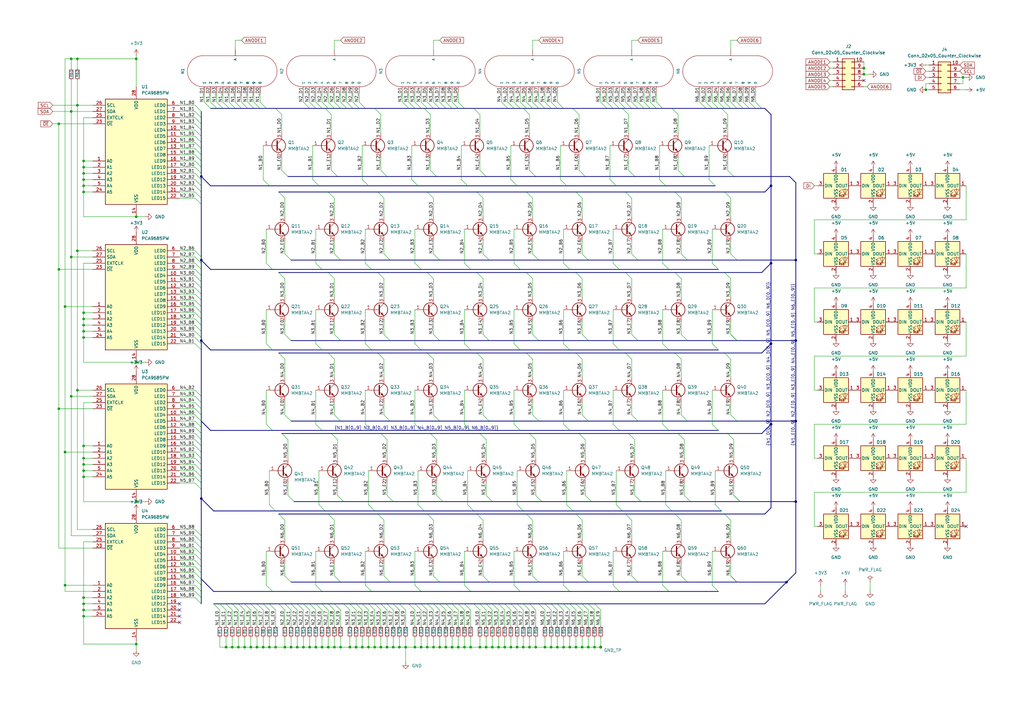
<source format=kicad_sch>
(kicad_sch (version 20250114) (generator "eeschema") (generator_version "9.0")
  (paper "A3")
  (junction (at 107.95 265.43))
  (junction (at 207.01 265.43))
  (junction (at 217.17 265.43))
  (junction (at 55.88 24.13))
  (junction (at 379.73 36.83))
  (junction (at 110.49 265.43))
  (junction (at 34.29 78.74))
  (junction (at 226.06 265.43))
  (junction (at 119.38 265.43))
  (junction (at 134.62 265.43))
  (junction (at 82.55 139.7))
  (junction (at 316.23 76.2))
  (junction (at 29.21 162.56))
  (junction (at 163.83 265.43))
  (junction (at 316.23 173.99))
  (junction (at 34.29 71.12))
  (junction (at 166.37 265.43))
  (junction (at 34.29 187.96))
  (junction (at 34.29 66.04))
  (junction (at 26.67 240.03))
  (junction (at 100.33 265.43))
  (junction (at 201.93 265.43))
  (junction (at 34.29 182.88))
  (junction (at 132.08 265.43))
  (junction (at 209.55 265.43))
  (junction (at 316.23 140.97))
  (junction (at 322.58 238.76))
  (junction (at 97.79 265.43))
  (junction (at 26.67 125.73))
  (junction (at 204.47 265.43))
  (junction (at 129.54 265.43))
  (junction (at 212.09 265.43))
  (junction (at 31.75 102.87))
  (junction (at 177.8 265.43))
  (junction (at 214.63 265.43))
  (junction (at 31.75 160.02))
  (junction (at 153.67 265.43))
  (junction (at 148.59 265.43))
  (junction (at 34.29 250.19))
  (junction (at 185.42 265.43))
  (junction (at 113.03 265.43))
  (junction (at 223.52 265.43))
  (junction (at 151.13 265.43))
  (junction (at 31.75 24.13))
  (junction (at 24.13 167.64))
  (junction (at 231.14 265.43))
  (junction (at 55.88 148.59))
  (junction (at 34.29 68.58))
  (junction (at 34.29 135.89))
  (junction (at 82.55 106.68))
  (junction (at 102.87 265.43))
  (junction (at 394.97 31.75))
  (junction (at 233.68 265.43))
  (junction (at 34.29 193.04))
  (junction (at 190.5 265.43))
  (junction (at 55.88 205.74))
  (junction (at 354.33 27.94))
  (junction (at 34.29 76.2))
  (junction (at 124.46 265.43))
  (junction (at 143.51 265.43))
  (junction (at 34.29 195.58))
  (junction (at 238.76 265.43))
  (junction (at 243.84 265.43))
  (junction (at 34.29 252.73))
  (junction (at 34.29 133.35))
  (junction (at 121.92 265.43))
  (junction (at 105.41 265.43))
  (junction (at 127 265.43))
  (junction (at 193.04 265.43))
  (junction (at 187.96 265.43))
  (junction (at 82.55 72.39))
  (junction (at 326.39 106.68))
  (junction (at 26.67 185.42))
  (junction (at 34.29 130.81))
  (junction (at 92.71 265.43))
  (junction (at 326.39 205.74))
  (junction (at 34.29 128.27))
  (junction (at 196.85 265.43))
  (junction (at 34.29 245.11))
  (junction (at 146.05 265.43))
  (junction (at 219.71 265.43))
  (junction (at 55.88 88.9))
  (junction (at 34.29 247.65))
  (junction (at 199.39 265.43))
  (junction (at 170.18 265.43))
  (junction (at 95.25 265.43))
  (junction (at 29.21 105.41))
  (junction (at 175.26 265.43))
  (junction (at 82.55 204.47))
  (junction (at 137.16 265.43))
  (junction (at 182.88 265.43))
  (junction (at 31.75 43.18))
  (junction (at 29.21 45.72))
  (junction (at 326.39 139.7))
  (junction (at 158.75 265.43))
  (junction (at 55.88 264.16))
  (junction (at 180.34 265.43))
  (junction (at 156.21 265.43))
  (junction (at 172.72 265.43))
  (junction (at 354.33 30.48))
  (junction (at 241.3 265.43))
  (junction (at 316.23 107.95))
  (junction (at 236.22 265.43))
  (junction (at 161.29 265.43))
  (junction (at 228.6 265.43))
  (junction (at 116.84 265.43))
  (junction (at 246.38 265.43))
  (junction (at 29.21 24.13))
  (junction (at 34.29 190.5))
  (junction (at 326.39 172.72))
  (junction (at 24.13 50.8))
  (junction (at 34.29 73.66))
  (junction (at 24.13 110.49))
  (junction (at 139.7 265.43))
  (junction (at 34.29 138.43))
  (no_connect (at 354.33 33.02))
  (no_connect (at 73.66 255.27))
  (no_connect (at 396.24 215.9))
  (no_connect (at 73.66 247.65))
  (no_connect (at 73.66 252.73))
  (no_connect (at 73.66 250.19))
  (bus_entry (at 179.07 180.34) (size -2.54 -2.54))
  (bus_entry (at 271.78 240.03) (size 2.54 2.54))
  (bus_entry (at 149.86 173.99) (size 2.54 2.54))
  (bus_entry (at 271.78 140.97) (size 2.54 2.54))
  (bus_entry (at 116.84 147.32) (size -2.54 -2.54))
  (bus_entry (at 180.34 139.7) (size -2.54 -2.54))
  (bus_entry (at 281.94 238.76) (size -2.54 -2.54))
  (bus_entry (at 190.5 173.99) (size 2.54 2.54))
  (bus_entry (at 147.32 41.91) (size 2.54 2.54))
  (bus_entry (at 170.18 107.95) (size 2.54 2.54))
  (bus_entry (at 302.26 139.7) (size -2.54 -2.54))
  (bus_entry (at 80.01 68.58) (size 2.54 2.54))
  (bus_entry (at 157.48 213.36) (size -2.54 -2.54))
  (bus_entry (at 261.62 139.7) (size -2.54 -2.54))
  (bus_entry (at 96.52 41.91) (size 2.54 2.54))
  (bus_entry (at 156.21 46.99) (size -2.54 -2.54))
  (bus_entry (at 80.01 185.42) (size 2.54 2.54))
  (bus_entry (at 165.1 41.91) (size 2.54 2.54))
  (bus_entry (at 80.01 102.87) (size 2.54 2.54))
  (bus_entry (at 299.72 147.32) (size -2.54 -2.54))
  (bus_entry (at 210.82 140.97) (size 2.54 2.54))
  (bus_entry (at 209.55 247.65) (size 2.54 2.54))
  (bus_entry (at 273.05 207.01) (size 2.54 2.54))
  (bus_entry (at 238.76 247.65) (size 2.54 2.54))
  (bus_entry (at 238.76 114.3) (size -2.54 -2.54))
  (bus_entry (at 80.01 190.5) (size 2.54 2.54))
  (bus_entry (at 161.29 205.74) (size -2.54 -2.54))
  (bus_entry (at 280.67 72.39) (size -2.54 -2.54))
  (bus_entry (at 170.18 173.99) (size 2.54 2.54))
  (bus_entry (at 220.98 238.76) (size -2.54 -2.54))
  (bus_entry (at 209.55 73.66) (size 2.54 2.54))
  (bus_entry (at 80.01 138.43) (size 2.54 2.54))
  (bus_entry (at 170.18 41.91) (size 2.54 2.54))
  (bus_entry (at 170.18 247.65) (size 2.54 2.54))
  (bus_entry (at 292.1 140.97) (size 2.54 2.54))
  (bus_entry (at 259.08 41.91) (size 2.54 2.54))
  (bus_entry (at 163.83 247.65) (size 2.54 2.54))
  (bus_entry (at 270.51 73.66) (size 2.54 2.54))
  (bus_entry (at 80.01 43.18) (size 2.54 2.54))
  (bus_entry (at 260.35 72.39) (size -2.54 -2.54))
  (bus_entry (at 175.26 247.65) (size 2.54 2.54))
  (bus_entry (at 80.01 73.66) (size 2.54 2.54))
  (bus_entry (at 217.17 247.65) (size 2.54 2.54))
  (bus_entry (at 116.84 114.3) (size -2.54 -2.54))
  (bus_entry (at 251.46 107.95) (size 2.54 2.54))
  (bus_entry (at 177.8 114.3) (size -2.54 -2.54))
  (bus_entry (at 290.83 73.66) (size 2.54 2.54))
  (bus_entry (at 80.01 234.95) (size 2.54 2.54))
  (bus_entry (at 246.38 41.91) (size 2.54 2.54))
  (bus_entry (at 218.44 147.32) (size -2.54 -2.54))
  (bus_entry (at 151.13 247.65) (size 2.54 2.54))
  (bus_entry (at 80.01 187.96) (size 2.54 2.54))
  (bus_entry (at 223.52 41.91) (size 2.54 2.54))
  (bus_entry (at 105.41 247.65) (size 2.54 2.54))
  (bus_entry (at 201.93 205.74) (size -2.54 -2.54))
  (bus_entry (at 241.3 172.72) (size -2.54 -2.54))
  (bus_entry (at 80.01 128.27) (size 2.54 2.54))
  (bus_entry (at 80.01 48.26) (size 2.54 2.54))
  (bus_entry (at 172.72 247.65) (size 2.54 2.54))
  (bus_entry (at 156.21 247.65) (size 2.54 2.54))
  (bus_entry (at 118.11 180.34) (size -2.54 -2.54))
  (bus_entry (at 153.67 247.65) (size 2.54 2.54))
  (bus_entry (at 264.16 41.91) (size 2.54 2.54))
  (bus_entry (at 80.01 78.74) (size 2.54 2.54))
  (bus_entry (at 266.7 41.91) (size 2.54 2.54))
  (bus_entry (at 281.94 106.68) (size -2.54 -2.54))
  (bus_entry (at 303.53 205.74) (size -2.54 -2.54))
  (bus_entry (at 251.46 240.03) (size 2.54 2.54))
  (bus_entry (at 279.4 114.3) (size -2.54 -2.54))
  (bus_entry (at 180.34 41.91) (size 2.54 2.54))
  (bus_entry (at 190.5 107.95) (size 2.54 2.54))
  (bus_entry (at 204.47 247.65) (size 2.54 2.54))
  (bus_entry (at 261.62 106.68) (size -2.54 -2.54))
  (bus_entry (at 80.01 240.03) (size 2.54 2.54))
  (bus_entry (at 307.34 41.91) (size 2.54 2.54))
  (bus_entry (at 185.42 41.91) (size 2.54 2.54))
  (bus_entry (at 231.14 247.65) (size 2.54 2.54))
  (bus_entry (at 271.78 173.99) (size 2.54 2.54))
  (bus_entry (at 293.37 207.01) (size 2.54 2.54))
  (bus_entry (at 189.23 73.66) (size 2.54 2.54))
  (bus_entry (at 248.92 41.91) (size 2.54 2.54))
  (bus_entry (at 139.7 139.7) (size -2.54 -2.54))
  (bus_entry (at 226.06 41.91) (size 2.54 2.54))
  (bus_entry (at 138.43 180.34) (size -2.54 -2.54))
  (bus_entry (at 87.63 247.65) (size 2.54 2.54))
  (bus_entry (at 219.71 180.34) (size -2.54 -2.54))
  (bus_entry (at 181.61 205.74) (size -2.54 -2.54))
  (bus_entry (at 259.08 81.28) (size -2.54 -2.54))
  (bus_entry (at 251.46 173.99) (size 2.54 2.54))
  (bus_entry (at 158.75 180.34) (size -2.54 -2.54))
  (bus_entry (at 300.99 72.39) (size -2.54 -2.54))
  (bus_entry (at 219.71 72.39) (size -2.54 -2.54))
  (bus_entry (at 281.94 139.7) (size -2.54 -2.54))
  (bus_entry (at 241.3 247.65) (size 2.54 2.54))
  (bus_entry (at 287.02 41.91) (size 2.54 2.54))
  (bus_entry (at 157.48 81.28) (size -2.54 -2.54))
  (bus_entry (at 80.01 53.34) (size 2.54 2.54))
  (bus_entry (at 278.13 46.99) (size -2.54 -2.54))
  (bus_entry (at 80.01 160.02) (size 2.54 2.54))
  (bus_entry (at 309.88 41.91) (size 2.54 2.54))
  (bus_entry (at 80.01 242.57) (size 2.54 2.54))
  (bus_entry (at 109.22 240.03) (size 2.54 2.54))
  (bus_entry (at 80.01 172.72) (size 2.54 2.54))
  (bus_entry (at 80.01 120.65) (size 2.54 2.54))
  (bus_entry (at 161.29 247.65) (size 2.54 2.54))
  (bus_entry (at 283.21 205.74) (size -2.54 -2.54))
  (bus_entry (at 124.46 247.65) (size 2.54 2.54))
  (bus_entry (at 294.64 41.91) (size 2.54 2.54))
  (bus_entry (at 137.16 114.3) (size -2.54 -2.54))
  (bus_entry (at 146.05 247.65) (size 2.54 2.54))
  (bus_entry (at 220.98 106.68) (size -2.54 -2.54))
  (bus_entry (at 199.39 247.65) (size 2.54 2.54))
  (bus_entry (at 139.7 238.76) (size -2.54 -2.54))
  (bus_entry (at 259.08 147.32) (size -2.54 -2.54))
  (bus_entry (at 109.22 173.99) (size 2.54 2.54))
  (bus_entry (at 190.5 140.97) (size 2.54 2.54))
  (bus_entry (at 109.22 140.97) (size 2.54 2.54))
  (bus_entry (at 127 41.91) (size 2.54 2.54))
  (bus_entry (at 179.07 72.39) (size -2.54 -2.54))
  (bus_entry (at 129.54 107.95) (size 2.54 2.54))
  (bus_entry (at 104.14 41.91) (size 2.54 2.54))
  (bus_entry (at 124.46 41.91) (size 2.54 2.54))
  (bus_entry (at 261.62 172.72) (size -2.54 -2.54))
  (bus_entry (at 80.01 81.28) (size 2.54 2.54))
  (bus_entry (at 261.62 41.91) (size 2.54 2.54))
  (bus_entry (at 196.85 247.65) (size 2.54 2.54))
  (bus_entry (at 80.01 133.35) (size 2.54 2.54))
  (bus_entry (at 148.59 73.66) (size 2.54 2.54))
  (bus_entry (at 80.01 162.56) (size 2.54 2.54))
  (bus_entry (at 90.17 247.65) (size 2.54 2.54))
  (bus_entry (at 218.44 41.91) (size 2.54 2.54))
  (bus_entry (at 80.01 237.49) (size 2.54 2.54))
  (bus_entry (at 302.26 238.76) (size -2.54 -2.54))
  (bus_entry (at 279.4 81.28) (size -2.54 -2.54))
  (bus_entry (at 119.38 106.68) (size -2.54 -2.54))
  (bus_entry (at 80.01 175.26) (size 2.54 2.54))
  (bus_entry (at 233.68 247.65) (size 2.54 2.54))
  (bus_entry (at 80.01 219.71) (size 2.54 2.54))
  (bus_entry (at 129.54 247.65) (size 2.54 2.54))
  (bus_entry (at 223.52 247.65) (size 2.54 2.54))
  (bus_entry (at 303.53 205.74) (size -2.54 -2.54))
  (bus_entry (at 198.12 81.28) (size -2.54 -2.54))
  (bus_entry (at 99.06 41.91) (size 2.54 2.54))
  (bus_entry (at 170.18 240.03) (size 2.54 2.54))
  (bus_entry (at 241.3 139.7) (size -2.54 -2.54))
  (bus_entry (at 91.44 41.91) (size 2.54 2.54))
  (bus_entry (at 80.01 227.33) (size 2.54 2.54))
  (bus_entry (at 207.01 247.65) (size 2.54 2.54))
  (bus_entry (at 80.01 125.73) (size 2.54 2.54))
  (bus_entry (at 220.98 172.72) (size -2.54 -2.54))
  (bus_entry (at 231.14 173.99) (size 2.54 2.54))
  (bus_entry (at 129.54 240.03) (size 2.54 2.54))
  (bus_entry (at 167.64 247.65) (size 2.54 2.54))
  (bus_entry (at 80.01 105.41) (size 2.54 2.54))
  (bus_entry (at 292.1 41.91) (size 2.54 2.54))
  (bus_entry (at 102.87 247.65) (size 2.54 2.54))
  (bus_entry (at 177.8 247.65) (size 2.54 2.54))
  (bus_entry (at 149.86 140.97) (size 2.54 2.54))
  (bus_entry (at 254 41.91) (size 2.54 2.54))
  (bus_entry (at 256.54 41.91) (size 2.54 2.54))
  (bus_entry (at 190.5 247.65) (size 2.54 2.54))
  (bus_entry (at 151.13 207.01) (size 2.54 2.54))
  (bus_entry (at 222.25 205.74) (size -2.54 -2.54))
  (bus_entry (at 259.08 213.36) (size -2.54 -2.54))
  (bus_entry (at 180.34 106.68) (size -2.54 -2.54))
  (bus_entry (at 160.02 139.7) (size -2.54 -2.54))
  (bus_entry (at 80.01 177.8) (size 2.54 2.54))
  (bus_entry (at 240.03 180.34) (size -2.54 -2.54))
  (bus_entry (at 88.9 41.91) (size 2.54 2.54))
  (bus_entry (at 228.6 247.65) (size 2.54 2.54))
  (bus_entry (at 158.75 72.39) (size -2.54 -2.54))
  (bus_entry (at 180.34 172.72) (size -2.54 -2.54))
  (bus_entry (at 138.43 72.39) (size -2.54 -2.54))
  (bus_entry (at 302.26 172.72) (size -2.54 -2.54))
  (bus_entry (at 279.4 213.36) (size -2.54 -2.54))
  (bus_entry (at 292.1 107.95) (size 2.54 2.54))
  (bus_entry (at 149.86 107.95) (size 2.54 2.54))
  (bus_entry (at 300.99 180.34) (size -2.54 -2.54))
  (bus_entry (at 231.14 140.97) (size 2.54 2.54))
  (bus_entry (at 158.75 247.65) (size 2.54 2.54))
  (bus_entry (at 251.46 140.97) (size 2.54 2.54))
  (bus_entry (at 302.26 41.91) (size 2.54 2.54))
  (bus_entry (at 175.26 41.91) (size 2.54 2.54))
  (bus_entry (at 292.1 173.99) (size 2.54 2.54))
  (bus_entry (at 132.08 247.65) (size 2.54 2.54))
  (bus_entry (at 304.8 41.91) (size 2.54 2.54))
  (bus_entry (at 259.08 114.3) (size -2.54 -2.54))
  (bus_entry (at 213.36 41.91) (size 2.54 2.54))
  (bus_entry (at 212.09 247.65) (size 2.54 2.54))
  (bus_entry (at 139.7 106.68) (size -2.54 -2.54))
  (bus_entry (at 187.96 41.91) (size 2.54 2.54))
  (bus_entry (at 80.01 232.41) (size 2.54 2.54))
  (bus_entry (at 172.72 41.91) (size 2.54 2.54))
  (bus_entry (at 116.84 213.36) (size -2.54 -2.54))
  (bus_entry (at 180.34 238.76) (size -2.54 -2.54))
  (bus_entry (at 196.85 46.99) (size -2.54 -2.54))
  (bus_entry (at 210.82 240.03) (size 2.54 2.54))
  (bus_entry (at 238.76 213.36) (size -2.54 -2.54))
  (bus_entry (at 220.98 41.91) (size 2.54 2.54))
  (bus_entry (at 100.33 247.65) (size 2.54 2.54))
  (bus_entry (at 137.16 213.36) (size -2.54 -2.54))
  (bus_entry (at 182.88 247.65) (size 2.54 2.54))
  (bus_entry (at 297.18 41.91) (size 2.54 2.54))
  (bus_entry (at 220.98 247.65) (size 2.54 2.54))
  (bus_entry (at 128.27 73.66) (size 2.54 2.54))
  (bus_entry (at 299.72 114.3) (size -2.54 -2.54))
  (bus_entry (at 115.57 46.99) (size -2.54 -2.54))
  (bus_entry (at 127 247.65) (size 2.54 2.54))
  (bus_entry (at 80.01 229.87) (size 2.54 2.54))
  (bus_entry (at 83.82 41.91) (size 2.54 2.54))
  (bus_entry (at 241.3 106.68) (size -2.54 -2.54))
  (bus_entry (at 271.78 107.95) (size 2.54 2.54))
  (bus_entry (at 80.01 130.81) (size 2.54 2.54))
  (bus_entry (at 217.17 46.99) (size -2.54 -2.54))
  (bus_entry (at 243.84 247.65) (size 2.54 2.54))
  (bus_entry (at 107.95 73.66) (size 2.54 2.54))
  (bus_entry (at 199.39 72.39) (size -2.54 -2.54))
  (bus_entry (at 242.57 205.74) (size -2.54 -2.54))
  (bus_entry (at 80.01 165.1) (size 2.54 2.54))
  (bus_entry (at 299.72 81.28) (size -2.54 -2.54))
  (bus_entry (at 134.62 41.91) (size 2.54 2.54))
  (bus_entry (at 137.16 81.28) (size -2.54 -2.54))
  (bus_entry (at 187.96 247.65) (size 2.54 2.54))
  (bus_entry (at 182.88 41.91) (size 2.54 2.54))
  (bus_entry (at 200.66 106.68) (size -2.54 -2.54))
  (bus_entry (at 80.01 115.57) (size 2.54 2.54))
  (bus_entry (at 80.01 217.17) (size 2.54 2.54))
  (bus_entry (at 289.56 41.91) (size 2.54 2.54))
  (bus_entry (at 129.54 173.99) (size 2.54 2.54))
  (bus_entry (at 212.09 207.01) (size 2.54 2.54))
  (bus_entry (at 118.11 72.39) (size -2.54 -2.54))
  (bus_entry (at 210.82 107.95) (size 2.54 2.54))
  (bus_entry (at 210.82 41.91) (size 2.54 2.54))
  (bus_entry (at 177.8 41.91) (size 2.54 2.54))
  (bus_entry (at 140.97 205.74) (size -2.54 -2.54))
  (bus_entry (at 157.48 114.3) (size -2.54 -2.54))
  (bus_entry (at 80.01 195.58) (size 2.54 2.54))
  (bus_entry (at 177.8 81.28) (size -2.54 -2.54))
  (bus_entry (at 200.66 238.76) (size -2.54 -2.54))
  (bus_entry (at 95.25 247.65) (size 2.54 2.54))
  (bus_entry (at 237.49 46.99) (size -2.54 -2.54))
  (bus_entry (at 261.62 238.76) (size -2.54 -2.54))
  (bus_entry (at 80.01 182.88) (size 2.54 2.54))
  (bus_entry (at 170.18 140.97) (size 2.54 2.54))
  (bus_entry (at 92.71 247.65) (size 2.54 2.54))
  (bus_entry (at 198.12 147.32) (size -2.54 -2.54))
  (bus_entry (at 185.42 247.65) (size 2.54 2.54))
  (bus_entry (at 80.01 198.12) (size 2.54 2.54))
  (bus_entry (at 157.48 147.32) (size -2.54 -2.54))
  (bus_entry (at 302.26 106.68) (size -2.54 -2.54))
  (bus_entry (at 80.01 55.88) (size 2.54 2.54))
  (bus_entry (at 281.94 172.72) (size -2.54 -2.54))
  (bus_entry (at 86.36 41.91) (size 2.54 2.54))
  (bus_entry (at 140.97 247.65) (size 2.54 2.54))
  (bus_entry (at 302.26 238.76) (size -2.54 -2.54))
  (bus_entry (at 160.02 106.68) (size -2.54 -2.54))
  (bus_entry (at 119.38 247.65) (size 2.54 2.54))
  (bus_entry (at 80.01 167.64) (size 2.54 2.54))
  (bus_entry (at 80.01 63.5) (size 2.54 2.54))
  (bus_entry (at 176.53 46.99) (size -2.54 -2.54))
  (bus_entry (at 139.7 172.72) (size -2.54 -2.54))
  (bus_entry (at 116.84 247.65) (size 2.54 2.54))
  (bus_entry (at 240.03 72.39) (size -2.54 -2.54))
  (bus_entry (at 298.45 46.99) (size -2.54 -2.54))
  (bus_entry (at 218.44 213.36) (size -2.54 -2.54))
  (bus_entry (at 199.39 180.34) (size -2.54 -2.54))
  (bus_entry (at 200.66 139.7) (size -2.54 -2.54))
  (bus_entry (at 160.02 172.72) (size -2.54 -2.54))
  (bus_entry (at 250.19 73.66) (size 2.54 2.54))
  (bus_entry (at 137.16 247.65) (size 2.54 2.54))
  (bus_entry (at 236.22 247.65) (size 2.54 2.54))
  (bus_entry (at 215.9 41.91) (size 2.54 2.54))
  (bus_entry (at 119.38 139.7) (size -2.54 -2.54))
  (bus_entry (at 218.44 114.3) (size -2.54 -2.54))
  (bus_entry (at 191.77 207.01) (size 2.54 2.54))
  (bus_entry (at 269.24 41.91) (size 2.54 2.54))
  (bus_entry (at 80.01 180.34) (size 2.54 2.54))
  (bus_entry (at 210.82 173.99) (size 2.54 2.54))
  (bus_entry (at 220.98 139.7) (size -2.54 -2.54))
  (bus_entry (at 260.35 180.34) (size -2.54 -2.54))
  (bus_entry (at 106.68 41.91) (size 2.54 2.54))
  (bus_entry (at 214.63 247.65) (size 2.54 2.54))
  (bus_entry (at 231.14 107.95) (size 2.54 2.54))
  (bus_entry (at 167.64 41.91) (size 2.54 2.54))
  (bus_entry (at 251.46 41.91) (size 2.54 2.54))
  (bus_entry (at 80.01 76.2) (size 2.54 2.54))
  (bus_entry (at 177.8 147.32) (size -2.54 -2.54))
  (bus_entry (at 80.01 118.11) (size 2.54 2.54))
  (bus_entry (at 109.22 107.95) (size 2.54 2.54))
  (bus_entry (at 119.38 172.72) (size -2.54 -2.54))
  (bus_entry (at 257.81 46.99) (size -2.54 -2.54))
  (bus_entry (at 101.6 41.91) (size 2.54 2.54))
  (bus_entry (at 116.84 81.28) (size -2.54 -2.54))
  (bus_entry (at 194.31 247.65) (size 2.54 2.54))
  (bus_entry (at 110.49 247.65) (size 2.54 2.54))
  (bus_entry (at 241.3 238.76) (size -2.54 -2.54))
  (bus_entry (at 120.65 205.74) (size -2.54 -2.54))
  (bus_entry (at 80.01 58.42) (size 2.54 2.54))
  (bus_entry (at 149.86 240.03) (size 2.54 2.54))
  (bus_entry (at 168.91 73.66) (size 2.54 2.54))
  (bus_entry (at 80.01 113.03) (size 2.54 2.54))
  (bus_entry (at 198.12 213.36) (size -2.54 -2.54))
  (bus_entry (at 97.79 247.65) (size 2.54 2.54))
  (bus_entry (at 238.76 81.28) (size -2.54 -2.54))
  (bus_entry (at 201.93 247.65) (size 2.54 2.54))
  (bus_entry (at 229.87 73.66) (size 2.54 2.54))
  (bus_entry (at 232.41 207.01) (size 2.54 2.54))
  (bus_entry (at 302.26 139.7) (size -2.54 -2.54))
  (bus_entry (at 137.16 147.32) (size -2.54 -2.54))
  (bus_entry (at 190.5 240.03) (size 2.54 2.54))
  (bus_entry (at 132.08 41.91) (size 2.54 2.54))
  (bus_entry (at 80.01 170.18) (size 2.54 2.54))
  (bus_entry (at 226.06 247.65) (size 2.54 2.54))
  (bus_entry (at 137.16 41.91) (size 2.54 2.54))
  (bus_entry (at 121.92 247.65) (size 2.54 2.54))
  (bus_entry (at 205.74 41.91) (size 2.54 2.54))
  (bus_entry (at 142.24 41.91) (size 2.54 2.54))
  (bus_entry (at 80.01 140.97) (size 2.54 2.54))
  (bus_entry (at 80.01 222.25) (size 2.54 2.54))
  (bus_entry (at 80.01 110.49) (size 2.54 2.54))
  (bus_entry (at 80.01 193.04) (size 2.54 2.54))
  (bus_entry (at 110.49 207.01) (size 2.54 2.54))
  (bus_entry (at 280.67 180.34) (size -2.54 -2.54))
  (bus_entry (at 80.01 123.19) (size 2.54 2.54))
  (bus_entry (at 114.3 247.65) (size 2.54 2.54))
  (bus_entry (at 180.34 247.65) (size 2.54 2.54))
  (bus_entry (at 107.95 247.65) (size 2.54 2.54))
  (bus_entry (at 171.45 207.01) (size 2.54 2.54))
  (bus_entry (at 252.73 207.01) (size 2.54 2.54))
  (bus_entry (at 80.01 107.95) (size 2.54 2.54))
  (bus_entry (at 231.14 240.03) (size 2.54 2.54))
  (bus_entry (at 279.4 147.32) (size -2.54 -2.54))
  (bus_entry (at 129.54 140.97) (size 2.54 2.54))
  (bus_entry (at 80.01 45.72) (size 2.54 2.54))
  (bus_entry (at 292.1 240.03) (size 2.54 2.54))
  (bus_entry (at 80.01 245.11) (size 2.54 2.54))
  (bus_entry (at 130.81 207.01) (size 2.54 2.54))
  (bus_entry (at 80.01 135.89) (size 2.54 2.54))
  (bus_entry (at 143.51 247.65) (size 2.54 2.54))
  (bus_entry (at 299.72 213.36) (size -2.54 -2.54))
  (bus_entry (at 134.62 247.65) (size 2.54 2.54))
  (bus_entry (at 148.59 247.65) (size 2.54 2.54))
  (bus_entry (at 198.12 114.3) (size -2.54 -2.54))
  (bus_entry (at 80.01 71.12) (size 2.54 2.54))
  (bus_entry (at 144.78 41.91) (size 2.54 2.54))
  (bus_entry (at 80.01 50.8) (size 2.54 2.54))
  (bus_entry (at 228.6 41.91) (size 2.54 2.54))
  (bus_entry (at 218.44 81.28) (size -2.54 -2.54))
  (bus_entry (at 139.7 41.91) (size 2.54 2.54))
  (bus_entry (at 177.8 213.36) (size -2.54 -2.54))
  (bus_entry (at 129.54 41.91) (size 2.54 2.54))
  (bus_entry (at 299.72 41.91) (size 2.54 2.54))
  (bus_entry (at 93.98 41.91) (size 2.54 2.54))
  (bus_entry (at 80.01 60.96) (size 2.54 2.54))
  (bus_entry (at 208.28 41.91) (size 2.54 2.54))
  (bus_entry (at 135.89 46.99) (size -2.54 -2.54))
  (bus_entry (at 200.66 172.72) (size -2.54 -2.54))
  (bus_entry (at 80.01 224.79) (size 2.54 2.54))
  (bus_entry (at 238.76 147.32) (size -2.54 -2.54))
  (bus_entry (at 80.01 66.04) (size 2.54 2.54))
  (bus_entry (at 262.89 205.74) (size -2.54 -2.54))
  (bus_entry (at 119.38 238.76) (size -2.54 -2.54))
  (bus_entry (at 160.02 238.76) (size -2.54 -2.54))
  (wire (pts (xy 299.72 16.51) (xy 299.72 20.32)))
  (wire (pts (xy 34.29 148.59) (xy 55.88 148.59)))
  (wire (pts (xy 93.98 38.1) (xy 93.98 41.91)))
  (wire (pts (xy 218.44 147.32) (xy 218.44 154.94)))
  (wire (pts (xy 137.16 261.62) (xy 137.16 265.43)))
  (wire (pts (xy 229.87 59.69) (xy 229.87 73.66)))
  (wire (pts (xy 236.22 261.62) (xy 236.22 265.43)))
  (bus (pts (xy 214.63 209.55) (xy 234.95 209.55)))
  (wire (pts (xy 219.71 180.34) (xy 219.71 187.96)))
  (bus (pts (xy 256.54 44.45) (xy 259.08 44.45)))
  (wire (pts (xy 34.29 135.89) (xy 38.1 135.89)))
  (wire (pts (xy 34.29 264.16) (xy 55.88 264.16)))
  (wire (pts (xy 177.8 147.32) (xy 177.8 154.94)))
  (bus (pts (xy 208.28 44.45) (xy 210.82 44.45)))
  (wire (pts (xy 21.59 43.18) (xy 31.75 43.18)))
  (wire (pts (xy 137.16 99.06) (xy 137.16 104.14)))
  (wire (pts (xy 156.21 46.99) (xy 156.21 54.61)))
  (bus (pts (xy 213.36 242.57) (xy 233.68 242.57)))
  (wire (pts (xy 218.44 99.06) (xy 218.44 104.14)))
  (wire (pts (xy 149.86 127) (xy 149.86 140.97)))
  (wire (pts (xy 157.48 114.3) (xy 157.48 121.92)))
  (bus (pts (xy 153.67 247.65) (xy 156.21 247.65)))
  (bus (pts (xy 261.62 238.76) (xy 281.94 238.76)))
  (bus (pts (xy 82.55 204.47) (xy 82.55 219.71)))
  (bus (pts (xy 300.99 72.39) (xy 280.67 72.39)))
  (wire (pts (xy 97.79 261.62) (xy 97.79 265.43)))
  (wire (pts (xy 151.13 265.43) (xy 153.67 265.43)))
  (wire (pts (xy 396.24 104.14) (xy 396.24 118.11)))
  (wire (pts (xy 119.38 261.62) (xy 119.38 265.43)))
  (wire (pts (xy 24.13 224.79) (xy 38.1 224.79)))
  (wire (pts (xy 158.75 250.19) (xy 158.75 256.54)))
  (bus (pts (xy 86.36 44.45) (xy 88.9 44.45)))
  (wire (pts (xy 191.77 193.04) (xy 191.77 207.01)))
  (wire (pts (xy 137.16 265.43) (xy 139.7 265.43)))
  (bus (pts (xy 241.3 172.72) (xy 261.62 172.72)))
  (wire (pts (xy 119.38 250.19) (xy 119.38 256.54)))
  (bus (pts (xy 215.9 111.76) (xy 236.22 111.76)))
  (bus (pts (xy 129.54 247.65) (xy 132.08 247.65)))
  (wire (pts (xy 73.66 66.04) (xy 80.01 66.04)))
  (wire (pts (xy 264.16 38.1) (xy 264.16 41.91)))
  (wire (pts (xy 73.66 187.96) (xy 80.01 187.96)))
  (wire (pts (xy 34.29 135.89) (xy 34.29 138.43)))
  (wire (pts (xy 187.96 265.43) (xy 190.5 265.43)))
  (wire (pts (xy 34.29 193.04) (xy 38.1 193.04)))
  (bus (pts (xy 180.34 106.68) (xy 200.66 106.68)))
  (bus (pts (xy 160.02 172.72) (xy 180.34 172.72)))
  (wire (pts (xy 396.24 132.08) (xy 396.24 146.05)))
  (wire (pts (xy 129.54 250.19) (xy 129.54 256.54)))
  (bus (pts (xy 82.55 140.97) (xy 82.55 143.51)))
  (wire (pts (xy 299.72 147.32) (xy 299.72 154.94)))
  (bus (pts (xy 316.23 46.99) (xy 316.23 76.2)))
  (bus (pts (xy 326.39 172.72) (xy 326.39 205.74)))
  (bus (pts (xy 82.55 219.71) (xy 82.55 222.25)))
  (bus (pts (xy 220.98 247.65) (xy 223.52 247.65)))
  (wire (pts (xy 34.29 78.74) (xy 34.29 88.9)))
  (wire (pts (xy 238.76 114.3) (xy 238.76 121.92)))
  (bus (pts (xy 82.55 187.96) (xy 82.55 190.5)))
  (bus (pts (xy 82.55 162.56) (xy 82.55 165.1)))
  (wire (pts (xy 34.29 182.88) (xy 34.29 187.96)))
  (wire (pts (xy 231.14 265.43) (xy 233.68 265.43)))
  (wire (pts (xy 137.16 147.32) (xy 137.16 154.94)))
  (bus (pts (xy 82.55 190.5) (xy 82.55 193.04)))
  (wire (pts (xy 34.29 48.26) (xy 34.29 66.04)))
  (wire (pts (xy 190.5 250.19) (xy 190.5 256.54)))
  (bus (pts (xy 261.62 106.68) (xy 281.94 106.68)))
  (wire (pts (xy 176.53 46.99) (xy 176.53 54.61)))
  (wire (pts (xy 171.45 193.04) (xy 171.45 207.01)))
  (wire (pts (xy 73.66 180.34) (xy 80.01 180.34)))
  (bus (pts (xy 226.06 247.65) (xy 228.6 247.65)))
  (bus (pts (xy 158.75 72.39) (xy 138.43 72.39)))
  (wire (pts (xy 34.29 190.5) (xy 38.1 190.5)))
  (bus (pts (xy 313.69 78.74) (xy 316.23 76.2)))
  (wire (pts (xy 92.71 261.62) (xy 92.71 265.43)))
  (wire (pts (xy 149.86 160.02) (xy 149.86 173.99)))
  (wire (pts (xy 73.66 224.79) (xy 80.01 224.79)))
  (wire (pts (xy 196.85 250.19) (xy 196.85 256.54)))
  (bus (pts (xy 172.72 242.57) (xy 193.04 242.57)))
  (bus (pts (xy 82.55 55.88) (xy 82.55 58.42)))
  (bus (pts (xy 82.55 71.12) (xy 82.55 72.39)))
  (bus (pts (xy 137.16 247.65) (xy 140.97 247.65)))
  (bus (pts (xy 170.18 247.65) (xy 172.72 247.65)))
  (wire (pts (xy 354.33 30.48) (xy 356.87 30.48)))
  (wire (pts (xy 334.01 215.9) (xy 335.28 215.9)))
  (bus (pts (xy 82.55 143.51) (xy 82.55 162.56)))
  (wire (pts (xy 73.66 140.97) (xy 80.01 140.97)))
  (bus (pts (xy 172.72 110.49) (xy 193.04 110.49)))
  (bus (pts (xy 172.72 44.45) (xy 173.99 44.45)))
  (wire (pts (xy 55.88 24.13) (xy 55.88 35.56)))
  (wire (pts (xy 302.26 16.51) (xy 299.72 16.51)))
  (wire (pts (xy 153.67 261.62) (xy 153.67 265.43)))
  (wire (pts (xy 379.73 26.67) (xy 381 26.67)))
  (wire (pts (xy 34.29 245.11) (xy 34.29 247.65)))
  (wire (pts (xy 193.04 261.62) (xy 193.04 265.43)))
  (wire (pts (xy 346.71 240.03) (xy 346.71 242.57)))
  (bus (pts (xy 281.94 172.72) (xy 302.26 172.72)))
  (wire (pts (xy 237.49 46.99) (xy 237.49 54.61)))
  (bus (pts (xy 140.97 247.65) (xy 143.51 247.65)))
  (wire (pts (xy 251.46 160.02) (xy 251.46 173.99)))
  (wire (pts (xy 96.52 16.51) (xy 96.52 20.32)))
  (wire (pts (xy 158.75 180.34) (xy 158.75 187.96)))
  (wire (pts (xy 177.8 250.19) (xy 177.8 256.54)))
  (wire (pts (xy 73.66 128.27) (xy 80.01 128.27)))
  (wire (pts (xy 132.08 250.19) (xy 132.08 256.54)))
  (bus (pts (xy 82.55 195.58) (xy 82.55 198.12)))
  (bus (pts (xy 175.26 144.78) (xy 195.58 144.78)))
  (wire (pts (xy 293.37 193.04) (xy 293.37 207.01)))
  (wire (pts (xy 73.66 185.42) (xy 80.01 185.42)))
  (wire (pts (xy 166.37 265.43) (xy 170.18 265.43)))
  (wire (pts (xy 290.83 59.69) (xy 290.83 73.66)))
  (bus (pts (xy 82.55 200.66) (xy 82.55 204.47)))
  (bus (pts (xy 82.55 125.73) (xy 82.55 128.27)))
  (wire (pts (xy 83.82 38.1) (xy 83.82 41.91)))
  (wire (pts (xy 214.63 261.62) (xy 214.63 265.43)))
  (bus (pts (xy 256.54 144.78) (xy 276.86 144.78)))
  (wire (pts (xy 29.21 105.41) (xy 29.21 162.56)))
  (wire (pts (xy 177.8 16.51) (xy 177.8 20.32)))
  (wire (pts (xy 34.29 88.9) (xy 55.88 88.9)))
  (wire (pts (xy 31.75 43.18) (xy 31.75 102.87)))
  (bus (pts (xy 134.62 78.74) (xy 154.94 78.74)))
  (wire (pts (xy 217.17 265.43) (xy 219.71 265.43)))
  (wire (pts (xy 259.08 213.36) (xy 259.08 220.98)))
  (wire (pts (xy 148.59 59.69) (xy 148.59 73.66)))
  (bus (pts (xy 233.68 110.49) (xy 254 110.49)))
  (wire (pts (xy 233.68 250.19) (xy 233.68 256.54)))
  (wire (pts (xy 26.67 185.42) (xy 38.1 185.42)))
  (wire (pts (xy 185.42 265.43) (xy 187.96 265.43)))
  (wire (pts (xy 34.29 71.12) (xy 38.1 71.12)))
  (wire (pts (xy 34.29 205.74) (xy 55.88 205.74)))
  (bus (pts (xy 82.55 185.42) (xy 82.55 187.96)))
  (wire (pts (xy 299.72 231.14) (xy 299.72 236.22)))
  (wire (pts (xy 34.29 193.04) (xy 34.29 195.58)))
  (bus (pts (xy 82.55 237.49) (xy 82.55 240.03)))
  (bus (pts (xy 82.55 175.26) (xy 82.55 177.8)))
  (wire (pts (xy 223.52 265.43) (xy 226.06 265.43)))
  (wire (pts (xy 297.18 38.1) (xy 297.18 41.91)))
  (wire (pts (xy 92.71 250.19) (xy 92.71 256.54)))
  (bus (pts (xy 252.73 76.2) (xy 273.05 76.2)))
  (wire (pts (xy 34.29 138.43) (xy 38.1 138.43)))
  (bus (pts (xy 283.21 205.74) (xy 303.53 205.74)))
  (wire (pts (xy 334.01 90.17) (xy 334.01 104.14)))
  (wire (pts (xy 73.66 165.1) (xy 80.01 165.1)))
  (bus (pts (xy 256.54 111.76) (xy 276.86 111.76)))
  (wire (pts (xy 95.25 261.62) (xy 95.25 265.43)))
  (bus (pts (xy 130.81 76.2) (xy 151.13 76.2)))
  (wire (pts (xy 116.84 213.36) (xy 116.84 220.98)))
  (wire (pts (xy 26.67 125.73) (xy 38.1 125.73)))
  (wire (pts (xy 190.5 160.02) (xy 190.5 173.99)))
  (bus (pts (xy 266.7 44.45) (xy 269.24 44.45)))
  (wire (pts (xy 210.82 127) (xy 210.82 140.97)))
  (wire (pts (xy 95.25 250.19) (xy 95.25 256.54)))
  (wire (pts (xy 379.73 36.83) (xy 381 36.83)))
  (bus (pts (xy 201.93 205.74) (xy 222.25 205.74)))
  (bus (pts (xy 214.63 247.65) (xy 217.17 247.65)))
  (wire (pts (xy 238.76 99.06) (xy 238.76 104.14)))
  (bus (pts (xy 194.31 247.65) (xy 196.85 247.65)))
  (bus (pts (xy 193.04 242.57) (xy 213.36 242.57)))
  (wire (pts (xy 161.29 265.43) (xy 163.83 265.43)))
  (wire (pts (xy 73.66 234.95) (xy 80.01 234.95)))
  (bus (pts (xy 144.78 44.45) (xy 147.32 44.45)))
  (wire (pts (xy 177.8 132.08) (xy 177.8 137.16)))
  (bus (pts (xy 82.55 165.1) (xy 82.55 167.64)))
  (bus (pts (xy 303.53 205.74) (xy 326.39 205.74)))
  (wire (pts (xy 396.24 187.96) (xy 396.24 201.93)))
  (bus (pts (xy 200.66 106.68) (xy 220.98 106.68)))
  (wire (pts (xy 118.11 198.12) (xy 118.11 203.2)))
  (wire (pts (xy 105.41 250.19) (xy 105.41 256.54)))
  (wire (pts (xy 73.66 118.11) (xy 80.01 118.11)))
  (wire (pts (xy 307.34 38.1) (xy 307.34 41.91)))
  (wire (pts (xy 143.51 250.19) (xy 143.51 256.54)))
  (wire (pts (xy 127 250.19) (xy 127 256.54)))
  (wire (pts (xy 238.76 132.08) (xy 238.76 137.16)))
  (bus (pts (xy 82.55 50.8) (xy 82.55 53.34)))
  (bus (pts (xy 236.22 210.82) (xy 256.54 210.82)))
  (wire (pts (xy 219.71 261.62) (xy 219.71 265.43)))
  (wire (pts (xy 73.66 53.34) (xy 80.01 53.34)))
  (bus (pts (xy 86.36 176.53) (xy 82.55 172.72)))
  (wire (pts (xy 354.33 27.94) (xy 354.33 30.48)))
  (bus (pts (xy 295.91 44.45) (xy 297.18 44.45)))
  (wire (pts (xy 232.41 193.04) (xy 232.41 207.01)))
  (wire (pts (xy 34.29 252.73) (xy 34.29 264.16)))
  (wire (pts (xy 340.36 25.4) (xy 341.63 25.4)))
  (wire (pts (xy 134.62 261.62) (xy 134.62 265.43)))
  (wire (pts (xy 29.21 24.13) (xy 29.21 27.94)))
  (bus (pts (xy 228.6 44.45) (xy 231.14 44.45)))
  (bus (pts (xy 215.9 210.82) (xy 236.22 210.82)))
  (wire (pts (xy 271.78 93.98) (xy 271.78 107.95)))
  (wire (pts (xy 170.18 127) (xy 170.18 140.97)))
  (wire (pts (xy 73.66 240.03) (xy 80.01 240.03)))
  (bus (pts (xy 82.55 76.2) (xy 82.55 78.74)))
  (wire (pts (xy 231.14 250.19) (xy 231.14 256.54)))
  (wire (pts (xy 166.37 261.62) (xy 166.37 265.43)))
  (bus (pts (xy 313.69 210.82) (xy 316.23 208.28)))
  (wire (pts (xy 261.62 38.1) (xy 261.62 41.91)))
  (wire (pts (xy 88.9 38.1) (xy 88.9 41.91)))
  (wire (pts (xy 90.17 265.43) (xy 92.71 265.43)))
  (wire (pts (xy 223.52 261.62) (xy 223.52 265.43)))
  (bus (pts (xy 82.55 234.95) (xy 82.55 237.49)))
  (bus (pts (xy 172.72 143.51) (xy 193.04 143.51)))
  (wire (pts (xy 201.93 261.62) (xy 201.93 265.43)))
  (bus (pts (xy 111.76 143.51) (xy 86.36 143.51)))
  (wire (pts (xy 95.25 265.43) (xy 97.79 265.43)))
  (wire (pts (xy 161.29 250.19) (xy 161.29 256.54)))
  (wire (pts (xy 379.73 34.29) (xy 379.73 36.83)))
  (bus (pts (xy 323.85 72.39) (xy 326.39 74.93)))
  (wire (pts (xy 31.75 43.18) (xy 38.1 43.18)))
  (bus (pts (xy 240.03 72.39) (xy 219.71 72.39)))
  (wire (pts (xy 73.66 115.57) (xy 80.01 115.57)))
  (bus (pts (xy 139.7 44.45) (xy 142.24 44.45)))
  (wire (pts (xy 119.38 265.43) (xy 121.92 265.43)))
  (bus (pts (xy 82.55 120.65) (xy 82.55 123.19)))
  (bus (pts (xy 139.7 106.68) (xy 160.02 106.68)))
  (wire (pts (xy 73.66 219.71) (xy 80.01 219.71)))
  (wire (pts (xy 217.17 46.99) (xy 217.17 54.61)))
  (wire (pts (xy 204.47 265.43) (xy 207.01 265.43)))
  (wire (pts (xy 393.7 34.29) (xy 394.97 34.29)))
  (wire (pts (xy 34.29 133.35) (xy 34.29 135.89)))
  (wire (pts (xy 201.93 265.43) (xy 204.47 265.43)))
  (bus (pts (xy 167.64 247.65) (xy 170.18 247.65)))
  (bus (pts (xy 269.24 44.45) (xy 271.78 44.45)))
  (wire (pts (xy 73.66 60.96) (xy 80.01 60.96)))
  (bus (pts (xy 156.21 177.8) (xy 176.53 177.8)))
  (bus (pts (xy 289.56 44.45) (xy 292.1 44.45)))
  (wire (pts (xy 396.24 118.11) (xy 334.01 118.11)))
  (wire (pts (xy 137.16 165.1) (xy 137.16 170.18)))
  (wire (pts (xy 121.92 265.43) (xy 124.46 265.43)))
  (bus (pts (xy 261.62 139.7) (xy 281.94 139.7)))
  (bus (pts (xy 292.1 44.45) (xy 294.64 44.45)))
  (wire (pts (xy 92.71 265.43) (xy 95.25 265.43)))
  (wire (pts (xy 153.67 250.19) (xy 153.67 256.54)))
  (bus (pts (xy 223.52 44.45) (xy 226.06 44.45)))
  (bus (pts (xy 148.59 247.65) (xy 151.13 247.65)))
  (bus (pts (xy 214.63 44.45) (xy 215.9 44.45)))
  (wire (pts (xy 243.84 250.19) (xy 243.84 256.54)))
  (bus (pts (xy 82.55 110.49) (xy 82.55 113.03)))
  (wire (pts (xy 238.76 261.62) (xy 238.76 265.43)))
  (wire (pts (xy 129.54 38.1) (xy 129.54 41.91)))
  (bus (pts (xy 275.59 44.45) (xy 289.56 44.45)))
  (bus (pts (xy 161.29 205.74) (xy 181.61 205.74)))
  (wire (pts (xy 73.66 68.58) (xy 80.01 68.58)))
  (wire (pts (xy 116.84 147.32) (xy 116.84 154.94)))
  (bus (pts (xy 312.42 144.78) (xy 316.23 140.97)))
  (wire (pts (xy 279.4 231.14) (xy 279.4 236.22)))
  (bus (pts (xy 134.62 210.82) (xy 154.94 210.82)))
  (wire (pts (xy 210.82 226.06) (xy 210.82 240.03)))
  (bus (pts (xy 302.26 238.76) (xy 322.58 238.76)))
  (wire (pts (xy 24.13 167.64) (xy 38.1 167.64)))
  (wire (pts (xy 55.88 88.9) (xy 59.69 88.9)))
  (bus (pts (xy 132.08 110.49) (xy 152.4 110.49)))
  (wire (pts (xy 137.16 16.51) (xy 137.16 20.32)))
  (bus (pts (xy 236.22 111.76) (xy 256.54 111.76)))
  (wire (pts (xy 73.66 55.88) (xy 80.01 55.88)))
  (bus (pts (xy 82.55 232.41) (xy 82.55 234.95)))
  (wire (pts (xy 279.4 147.32) (xy 279.4 154.94)))
  (wire (pts (xy 238.76 213.36) (xy 238.76 220.98)))
  (wire (pts (xy 73.66 245.11) (xy 80.01 245.11)))
  (wire (pts (xy 172.72 265.43) (xy 175.26 265.43)))
  (wire (pts (xy 199.39 265.43) (xy 201.93 265.43)))
  (wire (pts (xy 73.66 102.87) (xy 80.01 102.87)))
  (wire (pts (xy 138.43 198.12) (xy 138.43 203.2)))
  (wire (pts (xy 156.21 64.77) (xy 156.21 69.85)))
  (bus (pts (xy 135.89 177.8) (xy 156.21 177.8)))
  (bus (pts (xy 82.55 63.5) (xy 82.55 66.04)))
  (wire (pts (xy 299.72 99.06) (xy 299.72 104.14)))
  (wire (pts (xy 170.18 38.1) (xy 170.18 41.91)))
  (wire (pts (xy 124.46 261.62) (xy 124.46 265.43)))
  (bus (pts (xy 220.98 106.68) (xy 241.3 106.68)))
  (bus (pts (xy 300.99 72.39) (xy 323.85 72.39)))
  (bus (pts (xy 326.39 74.93) (xy 326.39 106.68)))
  (bus (pts (xy 82.55 224.79) (xy 82.55 227.33)))
  (wire (pts (xy 116.84 132.08) (xy 116.84 137.16)))
  (wire (pts (xy 149.86 226.06) (xy 149.86 240.03)))
  (wire (pts (xy 199.39 180.34) (xy 199.39 187.96)))
  (bus (pts (xy 185.42 247.65) (xy 187.96 247.65)))
  (wire (pts (xy 106.68 38.1) (xy 106.68 41.91)))
  (wire (pts (xy 175.26 261.62) (xy 175.26 265.43)))
  (bus (pts (xy 180.34 139.7) (xy 200.66 139.7)))
  (wire (pts (xy 34.29 68.58) (xy 38.1 68.58)))
  (wire (pts (xy 177.8 213.36) (xy 177.8 220.98)))
  (wire (pts (xy 73.66 125.73) (xy 80.01 125.73)))
  (wire (pts (xy 170.18 226.06) (xy 170.18 240.03)))
  (wire (pts (xy 73.66 133.35) (xy 80.01 133.35)))
  (wire (pts (xy 73.66 73.66) (xy 80.01 73.66)))
  (wire (pts (xy 334.01 173.99) (xy 334.01 187.96)))
  (bus (pts (xy 217.17 247.65) (xy 220.98 247.65)))
  (wire (pts (xy 190.5 265.43) (xy 193.04 265.43)))
  (bus (pts (xy 316.23 140.97) (xy 316.23 173.99)))
  (bus (pts (xy 276.86 144.78) (xy 297.18 144.78)))
  (wire (pts (xy 100.33 250.19) (xy 100.33 256.54)))
  (wire (pts (xy 233.68 265.43) (xy 236.22 265.43)))
  (wire (pts (xy 218.44 16.51) (xy 218.44 20.32)))
  (wire (pts (xy 116.84 99.06) (xy 116.84 104.14)))
  (wire (pts (xy 124.46 265.43) (xy 127 265.43)))
  (bus (pts (xy 241.3 247.65) (xy 243.84 247.65)))
  (wire (pts (xy 177.8 99.06) (xy 177.8 104.14)))
  (wire (pts (xy 55.88 262.89) (xy 55.88 264.16)))
  (bus (pts (xy 113.03 209.55) (xy 133.35 209.55)))
  (wire (pts (xy 396.24 90.17) (xy 334.01 90.17)))
  (wire (pts (xy 210.82 38.1) (xy 210.82 41.91)))
  (bus (pts (xy 116.84 247.65) (xy 119.38 247.65)))
  (bus (pts (xy 154.94 111.76) (xy 175.26 111.76)))
  (wire (pts (xy 292.1 226.06) (xy 292.1 240.03)))
  (bus (pts (xy 161.29 247.65) (xy 163.83 247.65)))
  (wire (pts (xy 24.13 50.8) (xy 24.13 110.49)))
  (wire (pts (xy 129.54 265.43) (xy 132.08 265.43)))
  (bus (pts (xy 298.45 177.8) (xy 312.42 177.8)))
  (wire (pts (xy 116.84 231.14) (xy 116.84 236.22)))
  (wire (pts (xy 73.66 167.64) (xy 80.01 167.64)))
  (wire (pts (xy 26.67 185.42) (xy 26.67 240.03)))
  (bus (pts (xy 302.26 139.7) (xy 326.39 139.7)))
  (wire (pts (xy 299.72 165.1) (xy 299.72 170.18)))
  (wire (pts (xy 180.34 16.51) (xy 177.8 16.51)))
  (bus (pts (xy 82.55 130.81) (xy 82.55 133.35)))
  (wire (pts (xy 73.66 43.18) (xy 80.01 43.18)))
  (bus (pts (xy 281.94 106.68) (xy 302.26 106.68)))
  (bus (pts (xy 234.95 209.55) (xy 255.27 209.55)))
  (wire (pts (xy 157.48 147.32) (xy 157.48 154.94)))
  (wire (pts (xy 340.36 27.94) (xy 341.63 27.94)))
  (wire (pts (xy 250.19 59.69) (xy 250.19 73.66)))
  (wire (pts (xy 228.6 250.19) (xy 228.6 256.54)))
  (bus (pts (xy 82.55 78.74) (xy 82.55 81.28)))
  (bus (pts (xy 316.23 107.95) (xy 316.23 140.97)))
  (wire (pts (xy 73.66 81.28) (xy 80.01 81.28)))
  (bus (pts (xy 261.62 44.45) (xy 264.16 44.45)))
  (bus (pts (xy 248.92 44.45) (xy 251.46 44.45)))
  (bus (pts (xy 274.32 110.49) (xy 294.64 110.49)))
  (wire (pts (xy 118.11 180.34) (xy 118.11 187.96)))
  (wire (pts (xy 113.03 265.43) (xy 116.84 265.43)))
  (wire (pts (xy 299.72 38.1) (xy 299.72 41.91)))
  (wire (pts (xy 251.46 38.1) (xy 251.46 41.91)))
  (wire (pts (xy 278.13 64.77) (xy 278.13 69.85)))
  (wire (pts (xy 273.05 193.04) (xy 273.05 207.01)))
  (wire (pts (xy 109.22 93.98) (xy 109.22 107.95)))
  (wire (pts (xy 143.51 265.43) (xy 146.05 265.43)))
  (bus (pts (xy 82.55 76.2) (xy 82.55 73.66)))
  (wire (pts (xy 379.73 29.21) (xy 381 29.21)))
  (bus (pts (xy 133.35 44.45) (xy 134.62 44.45)))
  (wire (pts (xy 393.7 31.75) (xy 394.97 31.75)))
  (bus (pts (xy 199.39 247.65) (xy 201.93 247.65)))
  (wire (pts (xy 73.66 71.12) (xy 80.01 71.12)))
  (bus (pts (xy 113.03 209.55) (xy 87.63 209.55)))
  (wire (pts (xy 163.83 265.43) (xy 166.37 265.43)))
  (wire (pts (xy 180.34 261.62) (xy 180.34 265.43)))
  (wire (pts (xy 115.57 46.99) (xy 115.57 54.61)))
  (wire (pts (xy 34.29 73.66) (xy 34.29 76.2)))
  (bus (pts (xy 139.7 172.72) (xy 160.02 172.72)))
  (bus (pts (xy 82.55 135.89) (xy 82.55 138.43)))
  (wire (pts (xy 393.7 36.83) (xy 396.24 36.83)))
  (wire (pts (xy 73.66 105.41) (xy 80.01 105.41)))
  (wire (pts (xy 113.03 250.19) (xy 113.03 256.54)))
  (bus (pts (xy 179.07 72.39) (xy 158.75 72.39)))
  (wire (pts (xy 128.27 59.69) (xy 128.27 73.66)))
  (wire (pts (xy 105.41 261.62) (xy 105.41 265.43)))
  (bus (pts (xy 115.57 177.8) (xy 135.89 177.8)))
  (bus (pts (xy 207.01 247.65) (xy 209.55 247.65)))
  (bus (pts (xy 223.52 247.65) (xy 226.06 247.65)))
  (wire (pts (xy 31.75 102.87) (xy 31.75 160.02)))
  (wire (pts (xy 124.46 38.1) (xy 124.46 41.91)))
  (wire (pts (xy 190.5 127) (xy 190.5 140.97)))
  (wire (pts (xy 218.44 213.36) (xy 218.44 220.98)))
  (wire (pts (xy 73.66 160.02) (xy 80.01 160.02)))
  (bus (pts (xy 326.39 205.74) (xy 326.39 234.95)))
  (wire (pts (xy 134.62 250.19) (xy 134.62 256.54)))
  (wire (pts (xy 334.01 104.14) (xy 335.28 104.14)))
  (wire (pts (xy 175.26 250.19) (xy 175.26 256.54)))
  (bus (pts (xy 175.26 210.82) (xy 195.58 210.82)))
  (wire (pts (xy 34.29 76.2) (xy 38.1 76.2)))
  (wire (pts (xy 177.8 81.28) (xy 177.8 88.9)))
  (bus (pts (xy 82.55 242.57) (xy 82.55 245.11)))
  (wire (pts (xy 172.72 250.19) (xy 172.72 256.54)))
  (wire (pts (xy 223.52 250.19) (xy 223.52 256.54)))
  (bus (pts (xy 132.08 247.65) (xy 134.62 247.65)))
  (bus (pts (xy 82.55 113.03) (xy 82.55 115.57)))
  (bus (pts (xy 82.55 81.28) (xy 82.55 83.82)))
  (wire (pts (xy 252.73 193.04) (xy 252.73 207.01)))
  (bus (pts (xy 201.93 247.65) (xy 204.47 247.65)))
  (wire (pts (xy 279.4 99.06) (xy 279.4 104.14)))
  (bus (pts (xy 111.76 110.49) (xy 86.36 110.49)))
  (bus (pts (xy 82.55 118.11) (xy 82.55 120.65)))
  (bus (pts (xy 175.26 78.74) (xy 195.58 78.74)))
  (wire (pts (xy 34.29 190.5) (xy 34.29 193.04)))
  (wire (pts (xy 187.96 38.1) (xy 187.96 41.91)))
  (wire (pts (xy 201.93 250.19) (xy 201.93 256.54)))
  (bus (pts (xy 82.55 170.18) (xy 82.55 172.72)))
  (wire (pts (xy 182.88 261.62) (xy 182.88 265.43)))
  (wire (pts (xy 204.47 250.19) (xy 204.47 256.54)))
  (bus (pts (xy 191.77 76.2) (xy 212.09 76.2)))
  (wire (pts (xy 259.08 147.32) (xy 259.08 154.94)))
  (wire (pts (xy 299.72 81.28) (xy 299.72 88.9)))
  (wire (pts (xy 238.76 165.1) (xy 238.76 170.18)))
  (wire (pts (xy 294.64 38.1) (xy 294.64 41.91)))
  (wire (pts (xy 139.7 265.43) (xy 143.51 265.43)))
  (wire (pts (xy 231.14 261.62) (xy 231.14 265.43)))
  (bus (pts (xy 134.62 111.76) (xy 154.94 111.76)))
  (bus (pts (xy 82.55 198.12) (xy 82.55 200.66)))
  (wire (pts (xy 271.78 226.06) (xy 271.78 240.03)))
  (wire (pts (xy 204.47 261.62) (xy 204.47 265.43)))
  (wire (pts (xy 134.62 38.1) (xy 134.62 41.91)))
  (bus (pts (xy 82.55 68.58) (xy 82.55 71.12)))
  (wire (pts (xy 73.66 229.87) (xy 80.01 229.87)))
  (wire (pts (xy 139.7 38.1) (xy 139.7 41.91)))
  (wire (pts (xy 34.29 130.81) (xy 38.1 130.81)))
  (wire (pts (xy 73.66 198.12) (xy 80.01 198.12)))
  (wire (pts (xy 90.17 261.62) (xy 90.17 265.43)))
  (wire (pts (xy 309.88 38.1) (xy 309.88 41.91)))
  (wire (pts (xy 26.67 125.73) (xy 26.67 185.42)))
  (bus (pts (xy 212.09 247.65) (xy 214.63 247.65)))
  (bus (pts (xy 218.44 44.45) (xy 220.98 44.45)))
  (wire (pts (xy 29.21 45.72) (xy 29.21 105.41)))
  (bus (pts (xy 93.98 44.45) (xy 96.52 44.45)))
  (bus (pts (xy 82.55 58.42) (xy 82.55 60.96)))
  (bus (pts (xy 152.4 242.57) (xy 172.72 242.57)))
  (bus (pts (xy 82.55 72.39) (xy 86.36 76.2)))
  (wire (pts (xy 34.29 66.04) (xy 34.29 68.58)))
  (bus (pts (xy 196.85 177.8) (xy 217.17 177.8)))
  (wire (pts (xy 24.13 110.49) (xy 38.1 110.49)))
  (bus (pts (xy 260.35 72.39) (xy 240.03 72.39)))
  (wire (pts (xy 251.46 127) (xy 251.46 140.97)))
  (wire (pts (xy 31.75 33.02) (xy 31.75 43.18)))
  (wire (pts (xy 34.29 130.81) (xy 34.29 133.35)))
  (wire (pts (xy 166.37 265.43) (xy 166.37 271.78)))
  (wire (pts (xy 217.17 250.19) (xy 217.17 256.54)))
  (bus (pts (xy 132.08 44.45) (xy 133.35 44.45)))
  (bus (pts (xy 82.55 227.33) (xy 82.55 229.87)))
  (wire (pts (xy 257.81 46.99) (xy 257.81 54.61)))
  (wire (pts (xy 199.39 198.12) (xy 199.39 203.2)))
  (bus (pts (xy 119.38 238.76) (xy 139.7 238.76)))
  (wire (pts (xy 279.4 132.08) (xy 279.4 137.16)))
  (wire (pts (xy 157.48 231.14) (xy 157.48 236.22)))
  (wire (pts (xy 259.08 231.14) (xy 259.08 236.22)))
  (wire (pts (xy 31.75 24.13) (xy 31.75 27.94)))
  (wire (pts (xy 396.24 160.02) (xy 396.24 173.99)))
  (wire (pts (xy 24.13 110.49) (xy 24.13 167.64)))
  (wire (pts (xy 220.98 38.1) (xy 220.98 41.91)))
  (wire (pts (xy 212.09 265.43) (xy 214.63 265.43)))
  (wire (pts (xy 139.7 16.51) (xy 137.16 16.51)))
  (bus (pts (xy 154.94 144.78) (xy 175.26 144.78)))
  (wire (pts (xy 34.29 250.19) (xy 38.1 250.19)))
  (bus (pts (xy 137.16 44.45) (xy 139.7 44.45)))
  (wire (pts (xy 218.44 81.28) (xy 218.44 88.9)))
  (bus (pts (xy 86.36 76.2) (xy 110.49 76.2)))
  (wire (pts (xy 116.84 261.62) (xy 116.84 265.43)))
  (bus (pts (xy 138.43 72.39) (xy 118.11 72.39)))
  (wire (pts (xy 144.78 38.1) (xy 144.78 41.91)))
  (bus (pts (xy 210.82 44.45) (xy 213.36 44.45)))
  (wire (pts (xy 243.84 265.43) (xy 246.38 265.43)))
  (wire (pts (xy 73.66 63.5) (xy 80.01 63.5)))
  (bus (pts (xy 326.39 139.7) (xy 326.39 172.72)))
  (wire (pts (xy 86.36 38.1) (xy 86.36 41.91)))
  (bus (pts (xy 195.58 144.78) (xy 215.9 144.78)))
  (bus (pts (xy 193.04 110.49) (xy 213.36 110.49)))
  (wire (pts (xy 34.29 195.58) (xy 34.29 205.74)))
  (bus (pts (xy 213.36 110.49) (xy 233.68 110.49)))
  (wire (pts (xy 220.98 16.51) (xy 218.44 16.51)))
  (wire (pts (xy 209.55 250.19) (xy 209.55 256.54)))
  (wire (pts (xy 170.18 261.62) (xy 170.18 265.43)))
  (wire (pts (xy 207.01 250.19) (xy 207.01 256.54)))
  (wire (pts (xy 34.29 222.25) (xy 38.1 222.25)))
  (bus (pts (xy 82.55 115.57) (xy 82.55 118.11)))
  (wire (pts (xy 26.67 24.13) (xy 26.67 125.73)))
  (bus (pts (xy 190.5 44.45) (xy 194.31 44.45)))
  (bus (pts (xy 82.55 53.34) (xy 82.55 55.88)))
  (wire (pts (xy 215.9 38.1) (xy 215.9 41.91)))
  (bus (pts (xy 185.42 44.45) (xy 187.96 44.45)))
  (bus (pts (xy 82.55 106.68) (xy 82.55 107.95)))
  (bus (pts (xy 153.67 44.45) (xy 167.64 44.45)))
  (bus (pts (xy 105.41 247.65) (xy 107.95 247.65)))
  (wire (pts (xy 298.45 64.77) (xy 298.45 69.85)))
  (bus (pts (xy 172.72 247.65) (xy 175.26 247.65)))
  (bus (pts (xy 139.7 139.7) (xy 160.02 139.7)))
  (wire (pts (xy 102.87 261.62) (xy 102.87 265.43)))
  (wire (pts (xy 179.07 198.12) (xy 179.07 203.2)))
  (wire (pts (xy 34.29 133.35) (xy 38.1 133.35)))
  (wire (pts (xy 236.22 250.19) (xy 236.22 256.54)))
  (wire (pts (xy 73.66 227.33) (xy 80.01 227.33)))
  (bus (pts (xy 104.14 44.45) (xy 106.68 44.45)))
  (bus (pts (xy 180.34 44.45) (xy 182.88 44.45)))
  (bus (pts (xy 271.78 44.45) (xy 275.59 44.45)))
  (bus (pts (xy 96.52 44.45) (xy 99.06 44.45)))
  (bus (pts (xy 82.55 66.04) (xy 82.55 68.58)))
  (bus (pts (xy 313.69 44.45) (xy 316.23 46.99)))
  (wire (pts (xy 177.8 165.1) (xy 177.8 170.18)))
  (wire (pts (xy 73.66 120.65) (xy 80.01 120.65)))
  (wire (pts (xy 259.08 99.06) (xy 259.08 104.14)))
  (wire (pts (xy 100.33 265.43) (xy 102.87 265.43)))
  (wire (pts (xy 266.7 38.1) (xy 266.7 41.91)))
  (bus (pts (xy 220.98 44.45) (xy 223.52 44.45)))
  (wire (pts (xy 90.17 250.19) (xy 90.17 256.54)))
  (wire (pts (xy 127 261.62) (xy 127 265.43)))
  (wire (pts (xy 279.4 165.1) (xy 279.4 170.18)))
  (bus (pts (xy 134.62 247.65) (xy 137.16 247.65)))
  (wire (pts (xy 105.41 265.43) (xy 107.95 265.43)))
  (bus (pts (xy 182.88 247.65) (xy 185.42 247.65)))
  (bus (pts (xy 82.55 128.27) (xy 82.55 130.81)))
  (wire (pts (xy 121.92 250.19) (xy 121.92 256.54)))
  (bus (pts (xy 82.55 133.35) (xy 82.55 135.89)))
  (wire (pts (xy 21.59 45.72) (xy 29.21 45.72)))
  (bus (pts (xy 132.08 176.53) (xy 152.4 176.53)))
  (bus (pts (xy 219.71 72.39) (xy 199.39 72.39)))
  (wire (pts (xy 379.73 31.75) (xy 381 31.75)))
  (bus (pts (xy 121.92 247.65) (xy 124.46 247.65)))
  (wire (pts (xy 231.14 93.98) (xy 231.14 107.95)))
  (wire (pts (xy 21.59 50.8) (xy 24.13 50.8)))
  (wire (pts (xy 228.6 38.1) (xy 228.6 41.91)))
  (wire (pts (xy 107.95 261.62) (xy 107.95 265.43)))
  (wire (pts (xy 29.21 162.56) (xy 29.21 219.71)))
  (bus (pts (xy 106.68 44.45) (xy 109.22 44.45)))
  (wire (pts (xy 116.84 114.3) (xy 116.84 121.92)))
  (bus (pts (xy 297.18 78.74) (xy 313.69 78.74)))
  (bus (pts (xy 127 44.45) (xy 129.54 44.45)))
  (wire (pts (xy 34.29 78.74) (xy 38.1 78.74)))
  (wire (pts (xy 217.17 261.62) (xy 217.17 265.43)))
  (bus (pts (xy 241.3 106.68) (xy 261.62 106.68)))
  (bus (pts (xy 182.88 44.45) (xy 185.42 44.45)))
  (wire (pts (xy 34.29 187.96) (xy 34.29 190.5)))
  (wire (pts (xy 29.21 105.41) (xy 38.1 105.41)))
  (bus (pts (xy 180.34 172.72) (xy 200.66 172.72)))
  (wire (pts (xy 104.14 38.1) (xy 104.14 41.91)))
  (wire (pts (xy 219.71 265.43) (xy 223.52 265.43)))
  (bus (pts (xy 302.26 172.72) (xy 326.39 172.72)))
  (wire (pts (xy 34.29 250.19) (xy 34.29 252.73)))
  (wire (pts (xy 355.6 35.56) (xy 354.33 35.56)))
  (wire (pts (xy 34.29 165.1) (xy 34.29 182.88)))
  (bus (pts (xy 132.08 242.57) (xy 152.4 242.57)))
  (bus (pts (xy 236.22 247.65) (xy 238.76 247.65)))
  (wire (pts (xy 177.8 38.1) (xy 177.8 41.91)))
  (wire (pts (xy 209.55 59.69) (xy 209.55 73.66)))
  (bus (pts (xy 109.22 44.45) (xy 113.03 44.45)))
  (wire (pts (xy 208.28 38.1) (xy 208.28 41.91)))
  (bus (pts (xy 119.38 106.68) (xy 139.7 106.68)))
  (wire (pts (xy 156.21 250.19) (xy 156.21 256.54)))
  (wire (pts (xy 179.07 180.34) (xy 179.07 187.96)))
  (bus (pts (xy 254 110.49) (xy 274.32 110.49)))
  (wire (pts (xy 218.44 165.1) (xy 218.44 170.18)))
  (bus (pts (xy 113.03 44.45) (xy 127 44.45)))
  (wire (pts (xy 73.66 123.19) (xy 80.01 123.19)))
  (bus (pts (xy 86.36 110.49) (xy 82.55 106.68)))
  (wire (pts (xy 214.63 250.19) (xy 214.63 256.54)))
  (wire (pts (xy 34.29 66.04) (xy 38.1 66.04)))
  (wire (pts (xy 394.97 31.75) (xy 396.24 31.75)))
  (bus (pts (xy 187.96 44.45) (xy 190.5 44.45)))
  (bus (pts (xy 278.13 177.8) (xy 298.45 177.8)))
  (bus (pts (xy 110.49 76.2) (xy 130.81 76.2)))
  (wire (pts (xy 34.29 187.96) (xy 38.1 187.96)))
  (wire (pts (xy 158.75 261.62) (xy 158.75 265.43)))
  (bus (pts (xy 181.61 205.74) (xy 201.93 205.74)))
  (wire (pts (xy 185.42 250.19) (xy 185.42 256.54)))
  (bus (pts (xy 231.14 44.45) (xy 234.95 44.45)))
  (wire (pts (xy 241.3 261.62) (xy 241.3 265.43)))
  (wire (pts (xy 210.82 93.98) (xy 210.82 107.95)))
  (wire (pts (xy 73.66 58.42) (xy 80.01 58.42)))
  (wire (pts (xy 109.22 160.02) (xy 109.22 173.99)))
  (wire (pts (xy 334.01 76.2) (xy 335.28 76.2)))
  (bus (pts (xy 143.51 247.65) (xy 146.05 247.65)))
  (bus (pts (xy 149.86 44.45) (xy 153.67 44.45)))
  (bus (pts (xy 316.23 173.99) (xy 316.23 208.28)))
  (wire (pts (xy 292.1 127) (xy 292.1 140.97)))
  (bus (pts (xy 111.76 143.51) (xy 132.08 143.51)))
  (wire (pts (xy 157.48 99.06) (xy 157.48 104.14)))
  (wire (pts (xy 196.85 265.43) (xy 199.39 265.43)))
  (bus (pts (xy 140.97 205.74) (xy 161.29 205.74)))
  (wire (pts (xy 218.44 231.14) (xy 218.44 236.22)))
  (bus (pts (xy 194.31 44.45) (xy 208.28 44.45)))
  (bus (pts (xy 114.3 78.74) (xy 134.62 78.74)))
  (wire (pts (xy 137.16 213.36) (xy 137.16 220.98)))
  (bus (pts (xy 312.42 111.76) (xy 316.23 107.95)))
  (wire (pts (xy 124.46 250.19) (xy 124.46 256.54)))
  (bus (pts (xy 111.76 110.49) (xy 132.08 110.49)))
  (bus (pts (xy 276.86 78.74) (xy 297.18 78.74)))
  (wire (pts (xy 151.13 193.04) (xy 151.13 207.01)))
  (bus (pts (xy 254 143.51) (xy 274.32 143.51)))
  (wire (pts (xy 157.48 81.28) (xy 157.48 88.9)))
  (bus (pts (xy 193.04 176.53) (xy 213.36 176.53)))
  (wire (pts (xy 218.44 114.3) (xy 218.44 121.92)))
  (wire (pts (xy 29.21 33.02) (xy 29.21 45.72)))
  (wire (pts (xy 115.57 64.77) (xy 115.57 69.85)))
  (wire (pts (xy 236.22 265.43) (xy 238.76 265.43)))
  (wire (pts (xy 193.04 265.43) (xy 196.85 265.43)))
  (wire (pts (xy 73.66 177.8) (xy 80.01 177.8)))
  (bus (pts (xy 326.39 106.68) (xy 326.39 139.7)))
  (wire (pts (xy 259.08 114.3) (xy 259.08 121.92)))
  (wire (pts (xy 146.05 250.19) (xy 146.05 256.54)))
  (bus (pts (xy 200.66 172.72) (xy 220.98 172.72)))
  (bus (pts (xy 82.55 73.66) (xy 82.55 72.39)))
  (bus (pts (xy 322.58 238.76) (xy 326.39 234.95)))
  (wire (pts (xy 113.03 261.62) (xy 113.03 265.43)))
  (bus (pts (xy 313.69 247.65) (xy 322.58 238.76)))
  (wire (pts (xy 170.18 160.02) (xy 170.18 173.99)))
  (wire (pts (xy 34.29 245.11) (xy 38.1 245.11)))
  (wire (pts (xy 99.06 16.51) (xy 96.52 16.51)))
  (wire (pts (xy 34.29 247.65) (xy 34.29 250.19)))
  (bus (pts (xy 127 247.65) (xy 129.54 247.65)))
  (bus (pts (xy 82.55 167.64) (xy 82.55 170.18)))
  (bus (pts (xy 95.25 247.65) (xy 97.79 247.65)))
  (bus (pts (xy 217.17 177.8) (xy 237.49 177.8)))
  (wire (pts (xy 73.66 50.8) (xy 80.01 50.8)))
  (wire (pts (xy 176.53 64.77) (xy 176.53 69.85)))
  (bus (pts (xy 133.35 209.55) (xy 153.67 209.55)))
  (wire (pts (xy 73.66 195.58) (xy 80.01 195.58)))
  (wire (pts (xy 214.63 265.43) (xy 217.17 265.43)))
  (bus (pts (xy 177.8 44.45) (xy 180.34 44.45)))
  (wire (pts (xy 226.06 265.43) (xy 228.6 265.43)))
  (bus (pts (xy 82.55 105.41) (xy 82.55 106.68)))
  (wire (pts (xy 139.7 261.62) (xy 139.7 265.43)))
  (wire (pts (xy 396.24 201.93) (xy 334.01 201.93)))
  (wire (pts (xy 149.86 93.98) (xy 149.86 107.95)))
  (wire (pts (xy 238.76 265.43) (xy 241.3 265.43)))
  (wire (pts (xy 336.55 240.03) (xy 336.55 242.57)))
  (bus (pts (xy 180.34 247.65) (xy 182.88 247.65)))
  (wire (pts (xy 251.46 226.06) (xy 251.46 240.03)))
  (wire (pts (xy 163.83 261.62) (xy 163.83 265.43)))
  (wire (pts (xy 127 38.1) (xy 127 41.91)))
  (bus (pts (xy 160.02 139.7) (xy 180.34 139.7)))
  (wire (pts (xy 172.72 38.1) (xy 172.72 41.91)))
  (bus (pts (xy 170.18 44.45) (xy 172.72 44.45)))
  (wire (pts (xy 340.36 33.02) (xy 341.63 33.02)))
  (bus (pts (xy 114.3 247.65) (xy 116.84 247.65)))
  (wire (pts (xy 298.45 46.99) (xy 298.45 54.61)))
  (bus (pts (xy 297.18 144.78) (xy 312.42 144.78)))
  (wire (pts (xy 190.5 226.06) (xy 190.5 240.03)))
  (bus (pts (xy 233.68 242.57) (xy 254 242.57)))
  (wire (pts (xy 24.13 50.8) (xy 38.1 50.8)))
  (bus (pts (xy 87.63 247.65) (xy 90.17 247.65)))
  (bus (pts (xy 151.13 76.2) (xy 171.45 76.2)))
  (wire (pts (xy 289.56 38.1) (xy 289.56 41.91)))
  (bus (pts (xy 281.94 238.76) (xy 302.26 238.76)))
  (wire (pts (xy 177.8 114.3) (xy 177.8 121.92)))
  (bus (pts (xy 274.32 176.53) (xy 294.64 176.53)))
  (wire (pts (xy 26.67 24.13) (xy 29.21 24.13)))
  (wire (pts (xy 185.42 38.1) (xy 185.42 41.91)))
  (wire (pts (xy 238.76 81.28) (xy 238.76 88.9)))
  (wire (pts (xy 396.24 76.2) (xy 396.24 90.17)))
  (wire (pts (xy 100.33 261.62) (xy 100.33 265.43)))
  (bus (pts (xy 204.47 247.65) (xy 207.01 247.65)))
  (wire (pts (xy 73.66 110.49) (xy 80.01 110.49)))
  (wire (pts (xy 34.29 128.27) (xy 38.1 128.27)))
  (wire (pts (xy 34.29 222.25) (xy 34.29 245.11)))
  (bus (pts (xy 134.62 144.78) (xy 154.94 144.78)))
  (wire (pts (xy 139.7 250.19) (xy 139.7 256.54)))
  (bus (pts (xy 254 176.53) (xy 274.32 176.53)))
  (wire (pts (xy 143.51 261.62) (xy 143.51 265.43)))
  (wire (pts (xy 260.35 180.34) (xy 260.35 187.96)))
  (wire (pts (xy 91.44 38.1) (xy 91.44 41.91)))
  (bus (pts (xy 82.55 193.04) (xy 82.55 195.58)))
  (wire (pts (xy 170.18 93.98) (xy 170.18 107.95)))
  (wire (pts (xy 190.5 261.62) (xy 190.5 265.43)))
  (wire (pts (xy 196.85 46.99) (xy 196.85 54.61)))
  (wire (pts (xy 99.06 38.1) (xy 99.06 41.91)))
  (wire (pts (xy 55.88 148.59) (xy 59.69 148.59)))
  (wire (pts (xy 180.34 265.43) (xy 182.88 265.43)))
  (wire (pts (xy 231.14 127) (xy 231.14 140.97)))
  (bus (pts (xy 153.67 209.55) (xy 173.99 209.55)))
  (bus (pts (xy 114.3 111.76) (xy 134.62 111.76)))
  (bus (pts (xy 215.9 44.45) (xy 218.44 44.45)))
  (bus (pts (xy 274.32 143.51) (xy 294.64 143.51)))
  (wire (pts (xy 210.82 160.02) (xy 210.82 173.99)))
  (wire (pts (xy 73.66 76.2) (xy 80.01 76.2)))
  (bus (pts (xy 111.76 176.53) (xy 132.08 176.53)))
  (bus (pts (xy 233.68 247.65) (xy 236.22 247.65)))
  (wire (pts (xy 226.06 250.19) (xy 226.06 256.54)))
  (wire (pts (xy 198.12 81.28) (xy 198.12 88.9)))
  (bus (pts (xy 82.55 139.7) (xy 82.55 140.97)))
  (wire (pts (xy 129.54 226.06) (xy 129.54 240.03)))
  (wire (pts (xy 137.16 38.1) (xy 137.16 41.91)))
  (wire (pts (xy 129.54 261.62) (xy 129.54 265.43)))
  (wire (pts (xy 198.12 114.3) (xy 198.12 121.92)))
  (wire (pts (xy 334.01 160.02) (xy 335.28 160.02)))
  (bus (pts (xy 171.45 76.2) (xy 191.77 76.2)))
  (bus (pts (xy 297.18 111.76) (xy 312.42 111.76)))
  (wire (pts (xy 34.29 71.12) (xy 34.29 73.66)))
  (bus (pts (xy 124.46 247.65) (xy 127 247.65)))
  (wire (pts (xy 158.75 265.43) (xy 161.29 265.43)))
  (bus (pts (xy 92.71 247.65) (xy 95.25 247.65)))
  (wire (pts (xy 187.96 261.62) (xy 187.96 265.43)))
  (bus (pts (xy 82.55 172.72) (xy 82.55 175.26)))
  (wire (pts (xy 146.05 261.62) (xy 146.05 265.43)))
  (wire (pts (xy 175.26 38.1) (xy 175.26 41.91)))
  (wire (pts (xy 73.66 170.18) (xy 80.01 170.18)))
  (wire (pts (xy 102.87 250.19) (xy 102.87 256.54)))
  (wire (pts (xy 177.8 265.43) (xy 180.34 265.43)))
  (wire (pts (xy 354.33 25.4) (xy 354.33 27.94)))
  (wire (pts (xy 107.95 59.69) (xy 107.95 73.66)))
  (wire (pts (xy 116.84 265.43) (xy 119.38 265.43)))
  (wire (pts (xy 137.16 231.14) (xy 137.16 236.22)))
  (wire (pts (xy 209.55 261.62) (xy 209.55 265.43)))
  (wire (pts (xy 212.09 250.19) (xy 212.09 256.54)))
  (wire (pts (xy 302.26 38.1) (xy 302.26 41.91)))
  (bus (pts (xy 236.22 144.78) (xy 256.54 144.78)))
  (wire (pts (xy 129.54 93.98) (xy 129.54 107.95)))
  (wire (pts (xy 158.75 198.12) (xy 158.75 203.2)))
  (wire (pts (xy 198.12 231.14) (xy 198.12 236.22)))
  (wire (pts (xy 34.29 73.66) (xy 38.1 73.66)))
  (bus (pts (xy 111.76 242.57) (xy 87.63 242.57)))
  (wire (pts (xy 55.88 264.16) (xy 55.88 266.7)))
  (bus (pts (xy 114.3 144.78) (xy 134.62 144.78)))
  (bus (pts (xy 276.86 111.76) (xy 297.18 111.76)))
  (wire (pts (xy 26.67 240.03) (xy 26.67 242.57)))
  (wire (pts (xy 334.01 201.93) (xy 334.01 215.9)))
  (bus (pts (xy 160.02 106.68) (xy 180.34 106.68)))
  (wire (pts (xy 73.66 242.57) (xy 80.01 242.57)))
  (wire (pts (xy 129.54 127) (xy 129.54 140.97)))
  (bus (pts (xy 82.55 138.43) (xy 82.55 139.7)))
  (bus (pts (xy 297.18 44.45) (xy 299.72 44.45)))
  (wire (pts (xy 199.39 250.19) (xy 199.39 256.54)))
  (wire (pts (xy 168.91 59.69) (xy 168.91 73.66)))
  (bus (pts (xy 82.55 83.82) (xy 82.55 105.41)))
  (wire (pts (xy 96.52 38.1) (xy 96.52 41.91)))
  (bus (pts (xy 200.66 238.76) (xy 220.98 238.76)))
  (bus (pts (xy 262.89 205.74) (xy 283.21 205.74)))
  (bus (pts (xy 160.02 238.76) (xy 180.34 238.76)))
  (bus (pts (xy 102.87 247.65) (xy 105.41 247.65)))
  (bus (pts (xy 82.55 123.19) (xy 82.55 125.73)))
  (wire (pts (xy 34.29 107.95) (xy 38.1 107.95)))
  (wire (pts (xy 121.92 261.62) (xy 121.92 265.43)))
  (bus (pts (xy 199.39 72.39) (xy 179.07 72.39)))
  (wire (pts (xy 31.75 24.13) (xy 55.88 24.13)))
  (wire (pts (xy 280.67 198.12) (xy 280.67 203.2)))
  (bus (pts (xy 190.5 247.65) (xy 194.31 247.65)))
  (wire (pts (xy 217.17 64.77) (xy 217.17 69.85)))
  (bus (pts (xy 302.26 106.68) (xy 326.39 106.68)))
  (bus (pts (xy 175.26 44.45) (xy 177.8 44.45)))
  (wire (pts (xy 228.6 265.43) (xy 231.14 265.43)))
  (bus (pts (xy 154.94 78.74) (xy 175.26 78.74)))
  (wire (pts (xy 233.68 261.62) (xy 233.68 265.43)))
  (bus (pts (xy 276.86 210.82) (xy 297.18 210.82)))
  (wire (pts (xy 34.29 165.1) (xy 38.1 165.1)))
  (bus (pts (xy 213.36 176.53) (xy 233.68 176.53)))
  (bus (pts (xy 119.38 247.65) (xy 121.92 247.65)))
  (bus (pts (xy 111.76 176.53) (xy 86.36 176.53)))
  (wire (pts (xy 198.12 147.32) (xy 198.12 154.94)))
  (bus (pts (xy 257.81 177.8) (xy 278.13 177.8)))
  (wire (pts (xy 116.84 165.1) (xy 116.84 170.18)))
  (bus (pts (xy 222.25 205.74) (xy 242.57 205.74)))
  (wire (pts (xy 34.29 252.73) (xy 38.1 252.73)))
  (bus (pts (xy 100.33 247.65) (xy 102.87 247.65)))
  (wire (pts (xy 193.04 250.19) (xy 193.04 256.54)))
  (bus (pts (xy 256.54 210.82) (xy 276.86 210.82)))
  (bus (pts (xy 196.85 247.65) (xy 199.39 247.65)))
  (bus (pts (xy 147.32 44.45) (xy 149.86 44.45)))
  (wire (pts (xy 132.08 38.1) (xy 132.08 41.91)))
  (wire (pts (xy 148.59 250.19) (xy 148.59 256.54)))
  (wire (pts (xy 135.89 46.99) (xy 135.89 54.61)))
  (wire (pts (xy 177.8 231.14) (xy 177.8 236.22)))
  (wire (pts (xy 24.13 167.64) (xy 24.13 224.79)))
  (bus (pts (xy 172.72 176.53) (xy 193.04 176.53)))
  (bus (pts (xy 119.38 139.7) (xy 139.7 139.7)))
  (wire (pts (xy 212.09 261.62) (xy 212.09 265.43)))
  (wire (pts (xy 153.67 265.43) (xy 156.21 265.43)))
  (bus (pts (xy 163.83 247.65) (xy 167.64 247.65)))
  (wire (pts (xy 73.66 172.72) (xy 80.01 172.72)))
  (wire (pts (xy 228.6 261.62) (xy 228.6 265.43)))
  (wire (pts (xy 213.36 38.1) (xy 213.36 41.91)))
  (wire (pts (xy 26.67 242.57) (xy 38.1 242.57)))
  (bus (pts (xy 236.22 78.74) (xy 256.54 78.74)))
  (wire (pts (xy 146.05 265.43) (xy 148.59 265.43)))
  (bus (pts (xy 142.24 44.45) (xy 144.78 44.45)))
  (wire (pts (xy 137.16 132.08) (xy 137.16 137.16)))
  (wire (pts (xy 167.64 38.1) (xy 167.64 41.91)))
  (wire (pts (xy 73.66 113.03) (xy 80.01 113.03)))
  (wire (pts (xy 396.24 146.05) (xy 334.01 146.05)))
  (wire (pts (xy 209.55 265.43) (xy 212.09 265.43)))
  (wire (pts (xy 34.29 68.58) (xy 34.29 71.12)))
  (bus (pts (xy 241.3 238.76) (xy 261.62 238.76)))
  (wire (pts (xy 166.37 250.19) (xy 166.37 256.54)))
  (bus (pts (xy 156.21 247.65) (xy 158.75 247.65)))
  (wire (pts (xy 334.01 146.05) (xy 334.01 160.02)))
  (wire (pts (xy 137.16 114.3) (xy 137.16 121.92)))
  (bus (pts (xy 281.94 139.7) (xy 302.26 139.7)))
  (wire (pts (xy 34.29 247.65) (xy 38.1 247.65)))
  (wire (pts (xy 304.8 38.1) (xy 304.8 41.91)))
  (wire (pts (xy 238.76 231.14) (xy 238.76 236.22)))
  (wire (pts (xy 187.96 250.19) (xy 187.96 256.54)))
  (wire (pts (xy 73.66 232.41) (xy 80.01 232.41)))
  (wire (pts (xy 109.22 226.06) (xy 109.22 240.03)))
  (wire (pts (xy 292.1 160.02) (xy 292.1 173.99)))
  (bus (pts (xy 254 242.57) (xy 274.32 242.57)))
  (wire (pts (xy 130.81 193.04) (xy 130.81 207.01)))
  (wire (pts (xy 180.34 250.19) (xy 180.34 256.54)))
  (wire (pts (xy 157.48 132.08) (xy 157.48 137.16)))
  (wire (pts (xy 198.12 213.36) (xy 198.12 220.98)))
  (wire (pts (xy 292.1 38.1) (xy 292.1 41.91)))
  (wire (pts (xy 299.72 114.3) (xy 299.72 121.92)))
  (wire (pts (xy 116.84 81.28) (xy 116.84 88.9)))
  (wire (pts (xy 134.62 265.43) (xy 137.16 265.43)))
  (bus (pts (xy 255.27 209.55) (xy 275.59 209.55)))
  (bus (pts (xy 82.55 48.26) (xy 82.55 50.8)))
  (bus (pts (xy 255.27 44.45) (xy 256.54 44.45)))
  (wire (pts (xy 110.49 250.19) (xy 110.49 256.54)))
  (wire (pts (xy 207.01 261.62) (xy 207.01 265.43)))
  (wire (pts (xy 251.46 93.98) (xy 251.46 107.95)))
  (wire (pts (xy 278.13 46.99) (xy 278.13 54.61)))
  (wire (pts (xy 246.38 261.62) (xy 246.38 265.43)))
  (wire (pts (xy 180.34 38.1) (xy 180.34 41.91)))
  (bus (pts (xy 107.95 247.65) (xy 110.49 247.65)))
  (bus (pts (xy 234.95 44.45) (xy 248.92 44.45)))
  (wire (pts (xy 73.66 217.17) (xy 80.01 217.17)))
  (bus (pts (xy 152.4 143.51) (xy 172.72 143.51)))
  (wire (pts (xy 73.66 135.89) (xy 80.01 135.89)))
  (bus (pts (xy 82.55 180.34) (xy 82.55 182.88)))
  (wire (pts (xy 107.95 265.43) (xy 110.49 265.43)))
  (bus (pts (xy 195.58 78.74) (xy 215.9 78.74)))
  (wire (pts (xy 29.21 162.56) (xy 38.1 162.56)))
  (bus (pts (xy 194.31 209.55) (xy 214.63 209.55)))
  (bus (pts (xy 302.26 44.45) (xy 304.8 44.45)))
  (wire (pts (xy 73.66 190.5) (xy 80.01 190.5)))
  (wire (pts (xy 73.66 193.04) (xy 80.01 193.04)))
  (wire (pts (xy 172.72 261.62) (xy 172.72 265.43)))
  (bus (pts (xy 195.58 111.76) (xy 215.9 111.76)))
  (bus (pts (xy 220.98 238.76) (xy 241.3 238.76)))
  (wire (pts (xy 207.01 265.43) (xy 209.55 265.43)))
  (bus (pts (xy 114.3 210.82) (xy 134.62 210.82)))
  (bus (pts (xy 176.53 177.8) (xy 196.85 177.8)))
  (bus (pts (xy 101.6 44.45) (xy 104.14 44.45)))
  (bus (pts (xy 232.41 76.2) (xy 252.73 76.2)))
  (wire (pts (xy 101.6 38.1) (xy 101.6 41.91)))
  (bus (pts (xy 299.72 44.45) (xy 302.26 44.45)))
  (bus (pts (xy 264.16 44.45) (xy 266.7 44.45)))
  (wire (pts (xy 73.66 138.43) (xy 80.01 138.43)))
  (wire (pts (xy 198.12 132.08) (xy 198.12 137.16)))
  (wire (pts (xy 31.75 160.02) (xy 31.75 217.17)))
  (bus (pts (xy 309.88 44.45) (xy 312.42 44.45)))
  (wire (pts (xy 151.13 261.62) (xy 151.13 265.43)))
  (wire (pts (xy 259.08 81.28) (xy 259.08 88.9)))
  (bus (pts (xy 152.4 110.49) (xy 172.72 110.49)))
  (wire (pts (xy 138.43 180.34) (xy 138.43 187.96)))
  (bus (pts (xy 274.32 242.57) (xy 294.64 242.57)))
  (bus (pts (xy 254 44.45) (xy 255.27 44.45)))
  (bus (pts (xy 215.9 78.74) (xy 236.22 78.74)))
  (wire (pts (xy 199.39 261.62) (xy 199.39 265.43)))
  (wire (pts (xy 299.72 213.36) (xy 299.72 220.98)))
  (wire (pts (xy 256.54 38.1) (xy 256.54 41.91)))
  (wire (pts (xy 299.72 132.08) (xy 299.72 137.16)))
  (wire (pts (xy 34.29 138.43) (xy 34.29 148.59)))
  (wire (pts (xy 135.89 64.77) (xy 135.89 69.85)))
  (wire (pts (xy 394.97 34.29) (xy 394.97 31.75)))
  (bus (pts (xy 97.79 247.65) (xy 100.33 247.65)))
  (wire (pts (xy 55.88 205.74) (xy 59.69 205.74)))
  (bus (pts (xy 110.49 247.65) (xy 114.3 247.65)))
  (bus (pts (xy 220.98 139.7) (xy 241.3 139.7)))
  (bus (pts (xy 200.66 139.7) (xy 220.98 139.7)))
  (wire (pts (xy 356.87 238.76) (xy 356.87 242.57)))
  (bus (pts (xy 231.14 247.65) (xy 233.68 247.65)))
  (bus (pts (xy 233.68 176.53) (xy 254 176.53)))
  (wire (pts (xy 238.76 147.32) (xy 238.76 154.94)))
  (wire (pts (xy 279.4 114.3) (xy 279.4 121.92)))
  (wire (pts (xy 109.22 127) (xy 109.22 140.97)))
  (wire (pts (xy 142.24 38.1) (xy 142.24 41.91)))
  (wire (pts (xy 157.48 165.1) (xy 157.48 170.18)))
  (wire (pts (xy 97.79 265.43) (xy 100.33 265.43)))
  (bus (pts (xy 87.63 209.55) (xy 82.55 204.47)))
  (bus (pts (xy 152.4 176.53) (xy 172.72 176.53)))
  (wire (pts (xy 29.21 45.72) (xy 38.1 45.72)))
  (wire (pts (xy 148.59 261.62) (xy 148.59 265.43)))
  (wire (pts (xy 170.18 265.43) (xy 172.72 265.43)))
  (wire (pts (xy 148.59 265.43) (xy 151.13 265.43)))
  (bus (pts (xy 213.36 143.51) (xy 233.68 143.51)))
  (wire (pts (xy 269.24 38.1) (xy 269.24 41.91)))
  (bus (pts (xy 154.94 210.82) (xy 175.26 210.82)))
  (wire (pts (xy 259.08 165.1) (xy 259.08 170.18)))
  (bus (pts (xy 215.9 144.78) (xy 236.22 144.78)))
  (wire (pts (xy 132.08 261.62) (xy 132.08 265.43)))
  (wire (pts (xy 205.74 38.1) (xy 205.74 41.91)))
  (wire (pts (xy 132.08 265.43) (xy 134.62 265.43)))
  (wire (pts (xy 97.79 250.19) (xy 97.79 256.54)))
  (bus (pts (xy 111.76 242.57) (xy 132.08 242.57)))
  (wire (pts (xy 182.88 265.43) (xy 185.42 265.43)))
  (wire (pts (xy 34.29 128.27) (xy 34.29 130.81)))
  (bus (pts (xy 132.08 143.51) (xy 152.4 143.51)))
  (bus (pts (xy 82.55 222.25) (xy 82.55 224.79)))
  (bus (pts (xy 99.06 44.45) (xy 101.6 44.45)))
  (wire (pts (xy 196.85 64.77) (xy 196.85 69.85)))
  (bus (pts (xy 193.04 143.51) (xy 213.36 143.51)))
  (wire (pts (xy 271.78 160.02) (xy 271.78 173.99)))
  (wire (pts (xy 175.26 265.43) (xy 177.8 265.43)))
  (wire (pts (xy 231.14 226.06) (xy 231.14 240.03)))
  (wire (pts (xy 29.21 219.71) (xy 38.1 219.71)))
  (wire (pts (xy 287.02 38.1) (xy 287.02 41.91)))
  (wire (pts (xy 73.66 78.74) (xy 80.01 78.74)))
  (wire (pts (xy 157.48 213.36) (xy 157.48 220.98)))
  (bus (pts (xy 167.64 44.45) (xy 170.18 44.45)))
  (wire (pts (xy 396.24 173.99) (xy 334.01 173.99)))
  (bus (pts (xy 82.55 107.95) (xy 82.55 110.49)))
  (wire (pts (xy 73.66 222.25) (xy 80.01 222.25)))
  (wire (pts (xy 243.84 261.62) (xy 243.84 265.43)))
  (wire (pts (xy 55.88 22.86) (xy 55.88 24.13)))
  (bus (pts (xy 158.75 247.65) (xy 161.29 247.65)))
  (wire (pts (xy 73.66 182.88) (xy 80.01 182.88)))
  (wire (pts (xy 182.88 38.1) (xy 182.88 41.91)))
  (wire (pts (xy 73.66 237.49) (xy 80.01 237.49)))
  (bus (pts (xy 173.99 44.45) (xy 175.26 44.45)))
  (wire (pts (xy 189.23 59.69) (xy 189.23 73.66)))
  (bus (pts (xy 297.18 210.82) (xy 313.69 210.82)))
  (bus (pts (xy 304.8 44.45) (xy 307.34 44.45)))
  (bus (pts (xy 280.67 72.39) (xy 260.35 72.39)))
  (wire (pts (xy 240.03 180.34) (xy 240.03 187.96)))
  (bus (pts (xy 312.42 177.8) (xy 316.23 173.99)))
  (wire (pts (xy 271.78 127) (xy 271.78 140.97)))
  (bus (pts (xy 90.17 247.65) (xy 92.71 247.65)))
  (bus (pts (xy 261.62 172.72) (xy 281.94 172.72)))
  (wire (pts (xy 260.35 198.12) (xy 260.35 203.2)))
  (wire (pts (xy 259.08 132.08) (xy 259.08 137.16)))
  (bus (pts (xy 151.13 247.65) (xy 153.67 247.65)))
  (wire (pts (xy 163.83 250.19) (xy 163.83 256.54)))
  (wire (pts (xy 31.75 160.02) (xy 38.1 160.02)))
  (bus (pts (xy 82.55 245.11) (xy 82.55 247.65)))
  (bus (pts (xy 87.63 242.57) (xy 82.55 237.49)))
  (wire (pts (xy 73.66 45.72) (xy 80.01 45.72)))
  (wire (pts (xy 34.29 182.88) (xy 38.1 182.88)))
  (wire (pts (xy 73.66 48.26) (xy 80.01 48.26)))
  (bus (pts (xy 82.55 177.8) (xy 82.55 180.34)))
  (wire (pts (xy 241.3 250.19) (xy 241.3 256.54)))
  (bus (pts (xy 237.49 177.8) (xy 257.81 177.8)))
  (wire (pts (xy 34.29 195.58) (xy 38.1 195.58)))
  (bus (pts (xy 233.68 143.51) (xy 254 143.51)))
  (wire (pts (xy 223.52 38.1) (xy 223.52 41.91)))
  (wire (pts (xy 34.29 76.2) (xy 34.29 78.74)))
  (wire (pts (xy 182.88 250.19) (xy 182.88 256.54)))
  (wire (pts (xy 73.66 175.26) (xy 80.01 175.26)))
  (wire (pts (xy 161.29 261.62) (xy 161.29 265.43)))
  (bus (pts (xy 312.42 44.45) (xy 313.69 44.45)))
  (wire (pts (xy 261.62 16.51) (xy 259.08 16.51)))
  (bus (pts (xy 82.55 60.96) (xy 82.55 63.5)))
  (wire (pts (xy 238.76 250.19) (xy 238.76 256.54)))
  (bus (pts (xy 134.62 44.45) (xy 137.16 44.45)))
  (wire (pts (xy 231.14 160.02) (xy 231.14 173.99)))
  (wire (pts (xy 156.21 261.62) (xy 156.21 265.43)))
  (bus (pts (xy 129.54 44.45) (xy 132.08 44.45)))
  (bus (pts (xy 88.9 44.45) (xy 91.44 44.45)))
  (wire (pts (xy 270.51 59.69) (xy 270.51 73.66)))
  (wire (pts (xy 129.54 160.02) (xy 129.54 173.99)))
  (bus (pts (xy 273.05 76.2) (xy 293.37 76.2)))
  (wire (pts (xy 254 38.1) (xy 254 41.91)))
  (wire (pts (xy 219.71 250.19) (xy 219.71 256.54)))
  (wire (pts (xy 73.66 130.81) (xy 80.01 130.81)))
  (wire (pts (xy 127 265.43) (xy 129.54 265.43)))
  (wire (pts (xy 110.49 265.43) (xy 113.03 265.43)))
  (wire (pts (xy 381 34.29) (xy 379.73 34.29)))
  (wire (pts (xy 257.81 64.77) (xy 257.81 69.85)))
  (bus (pts (xy 209.55 247.65) (xy 212.09 247.65)))
  (wire (pts (xy 218.44 38.1) (xy 218.44 41.91)))
  (bus (pts (xy 120.65 205.74) (xy 140.97 205.74)))
  (bus (pts (xy 275.59 209.55) (xy 295.91 209.55)))
  (wire (pts (xy 248.92 38.1) (xy 248.92 41.91)))
  (wire (pts (xy 246.38 38.1) (xy 246.38 41.91)))
  (bus (pts (xy 82.55 240.03) (xy 82.55 242.57)))
  (wire (pts (xy 110.49 193.04) (xy 110.49 207.01)))
  (bus (pts (xy 220.98 172.72) (xy 241.3 172.72)))
  (wire (pts (xy 156.21 265.43) (xy 158.75 265.43)))
  (wire (pts (xy 334.01 187.96) (xy 335.28 187.96)))
  (wire (pts (xy 246.38 250.19) (xy 246.38 256.54)))
  (bus (pts (xy 195.58 210.82) (xy 215.9 210.82)))
  (wire (pts (xy 34.29 107.95) (xy 34.29 128.27)))
  (wire (pts (xy 237.49 64.77) (xy 237.49 69.85)))
  (bus (pts (xy 175.26 247.65) (xy 177.8 247.65)))
  (wire (pts (xy 279.4 81.28) (xy 279.4 88.9)))
  (bus (pts (xy 259.08 44.45) (xy 261.62 44.45)))
  (wire (pts (xy 340.36 35.56) (xy 341.63 35.56)))
  (bus (pts (xy 82.55 182.88) (xy 82.55 185.42)))
  (wire (pts (xy 147.32 38.1) (xy 147.32 41.91)))
  (wire (pts (xy 137.16 81.28) (xy 137.16 88.9)))
  (bus (pts (xy 177.8 247.65) (xy 180.34 247.65)))
  (bus (pts (xy 316.23 76.2) (xy 316.23 107.95)))
  (wire (pts (xy 165.1 38.1) (xy 165.1 41.91)))
  (bus (pts (xy 175.26 111.76) (xy 195.58 111.76)))
  (wire (pts (xy 335.28 132.08) (xy 334.01 132.08)))
  (bus (pts (xy 243.84 247.65) (xy 313.69 247.65)))
  (bus (pts (xy 173.99 209.55) (xy 194.31 209.55)))
  (wire (pts (xy 185.42 261.62) (xy 185.42 265.43)))
  (wire (pts (xy 170.18 250.19) (xy 170.18 256.54)))
  (wire (pts (xy 334.01 132.08) (xy 334.01 118.11)))
  (wire (pts (xy 102.87 265.43) (xy 105.41 265.43)))
  (bus (pts (xy 146.05 247.65) (xy 148.59 247.65)))
  (wire (pts (xy 292.1 93.98) (xy 292.1 107.95)))
  (bus (pts (xy 307.34 44.45) (xy 309.88 44.45)))
  (wire (pts (xy 29.21 24.13) (xy 31.75 24.13)))
  (bus (pts (xy 241.3 139.7) (xy 261.62 139.7)))
  (bus (pts (xy 86.36 143.51) (xy 82.55 139.7)))
  (wire (pts (xy 259.08 16.51) (xy 259.08 20.32)))
  (wire (pts (xy 73.66 107.95) (xy 80.01 107.95)))
  (bus (pts (xy 91.44 44.45) (xy 93.98 44.45)))
  (bus (pts (xy 82.55 229.87) (xy 82.55 232.41)))
  (wire (pts (xy 212.09 193.04) (xy 212.09 207.01)))
  (wire (pts (xy 31.75 102.87) (xy 38.1 102.87)))
  (wire (pts (xy 34.29 48.26) (xy 38.1 48.26)))
  (bus (pts (xy 212.09 76.2) (xy 232.41 76.2)))
  (wire (pts (xy 226.06 38.1) (xy 226.06 41.91)))
  (bus (pts (xy 238.76 247.65) (xy 241.3 247.65)))
  (wire (pts (xy 26.67 240.03) (xy 38.1 240.03)))
  (wire (pts (xy 241.3 265.43) (xy 243.84 265.43)))
  (wire (pts (xy 279.4 213.36) (xy 279.4 220.98)))
  (bus (pts (xy 226.06 44.45) (xy 228.6 44.45)))
  (bus (pts (xy 139.7 238.76) (xy 160.02 238.76)))
  (bus (pts (xy 294.64 44.45) (xy 295.91 44.45)))
  (wire (pts (xy 151.13 250.19) (xy 151.13 256.54)))
  (wire (pts (xy 259.08 38.1) (xy 259.08 41.91)))
  (bus (pts (xy 242.57 205.74) (xy 262.89 205.74)))
  (wire (pts (xy 190.5 93.98) (xy 190.5 107.95)))
  (wire (pts (xy 137.16 250.19) (xy 137.16 256.54)))
  (wire (pts (xy 226.06 261.62) (xy 226.06 265.43)))
  (wire (pts (xy 73.66 162.56) (xy 80.01 162.56)))
  (bus (pts (xy 251.46 44.45) (xy 254 44.45)))
  (wire (pts (xy 116.84 250.19) (xy 116.84 256.54)))
  (wire (pts (xy 107.95 250.19) (xy 107.95 256.54)))
  (wire (pts (xy 196.85 261.62) (xy 196.85 265.43)))
  (bus (pts (xy 213.36 44.45) (xy 214.63 44.45)))
  (wire (pts (xy 240.03 198.12) (xy 240.03 203.2)))
  (wire (pts (xy 219.71 198.12) (xy 219.71 203.2)))
  (wire (pts (xy 280.67 180.34) (xy 280.67 187.96)))
  (wire (pts (xy 218.44 132.08) (xy 218.44 137.16)))
  (bus (pts (xy 119.38 172.72) (xy 139.7 172.72)))
  (bus (pts (xy 180.34 238.76) (xy 200.66 238.76)))
  (wire (pts (xy 31.75 217.17) (xy 38.1 217.17)))
  (wire (pts (xy 177.8 261.62) (xy 177.8 265.43)))
  (bus (pts (xy 228.6 247.65) (xy 231.14 247.65)))
  (wire (pts (xy 340.36 30.48) (xy 341.63 30.48)))
  (bus (pts (xy 82.55 45.72) (xy 82.55 48.26)))
  (wire (pts (xy 198.12 165.1) (xy 198.12 170.18)))
  (wire (pts (xy 110.49 261.62) (xy 110.49 265.43)))
  (bus (pts (xy 187.96 247.65) (xy 190.5 247.65)))
  (bus (pts (xy 256.54 78.74) (xy 276.86 78.74)))
  (wire (pts (xy 300.99 198.12) (xy 300.99 203.2)))
  (wire (pts (xy 198.12 99.06) (xy 198.12 104.14)))
  (wire (pts (xy 300.99 180.34) (xy 300.99 187.96)))
  (label "N2_D1" (at 124.46 41.91 90))
  (label "N3_B1" (at 73.66 115.57 0))
  (label "N3_D3" (at 177.8 121.92 90))
  (label "N4_B0" (at 73.66 138.43 0))
  (label "N2_D2" (at 157.48 88.9 90))
  (label "N1_D5" (at 217.17 54.61 90))
  (label "N5_B8" (at 73.66 217.17 0))
  (label "N2_B0" (at 109.22 104.14 90))
  (label "N2_B2" (at 73.66 73.66 0))
  (label "N2_D1" (at 137.16 88.9 90))
  (label "N1_E3" (at 176.53 69.85 90))
  (label "N1_D0" (at 115.57 54.61 90))
  (label "N5_D2" (at 248.92 41.91 90))
  (label "N6_E5" (at 218.44 236.22 90))
  (label "N4_D2" (at 157.48 154.94 90))
  (label "N1_B7" (at 250.19 69.85 90))
  (label "N6_E3" (at 177.8 236.22 90))
  (label "N2_B4" (at 73.66 78.74 0))
  (label "N1_E6" (at 237.49 69.85 90))
  (label "N6_B8" (at 73.66 242.57 0))
  (label "N5_B7" (at 73.66 198.12 0))
  (label "N3_B3" (at 170.18 137.16 90))
  (label "N5_D3" (at 179.07 187.96 90))
  (label "N5_E7" (at 214.63 256.54 90))
  (label "N5_E8" (at 280.67 203.2 90))
  (label "N6_B5" (at 210.82 236.22 90))
  (label "N3_B2" (at 149.86 137.16 90))
  (label "N2_E5" (at 218.44 104.14 90))
  (label "N5_D8" (at 264.16 41.91 90))
  (label "N1_E4" (at 100.33 256.54 90))
  (label "N2_E4" (at 127 256.54 90))
  (label "N4_B4" (at 73.66 165.1 0))
  (label "N1_B2" (at 148.59 69.85 90))
  (label "N6_D1" (at 287.02 41.91 90))
  (label "N3_E9" (at 299.72 137.16 90))
  (label "N3_D1" (at 137.16 121.92 90))
  (label "N6_D0" (at 116.84 220.98 90))
  (label "N1_B9" (at 290.83 69.85 90))
  (label "N4_D1" (at 137.16 154.94 90))
  (label "N3_B8" (at 271.78 137.16 90))
  (label "N6_D7" (at 302.26 41.91 90))
  (label "N6_D5" (at 218.44 220.98 90))
  (label "N4_B5" (at 210.82 170.18 90))
  (label "N2_E1" (at 119.38 256.54 90))
  (label "N4_D6" (at 238.76 154.94 90))
  (label "N1_E7" (at 107.95 256.54 90))
  (label "N3_D2" (at 167.64 41.91 90))
  (label "N5_E6" (at 212.09 256.54 90))
  (label "{N1_D[0..9] N2_D[0..9] N3_D[0..9] N4_D[0..9] N5_D[0..9] N6_D[0..9]}" (at 316.23 115.57 270))
  (label "N1_D6" (at 96.52 41.91 90))
  (label "N3_D7" (at 259.08 121.92 90))
  (label "N1_E2" (at 95.25 256.54 90))
  (label "N3_D1" (at 165.1 41.91 90))
  (label "N3_B9" (at 73.66 135.89 0))
  (label "N3_E4" (at 198.12 137.16 90))
  (label "N4_B0" (at 109.22 170.18 90))
  (label "N6_E9" (at 246.38 256.54 90))
  (label "N6_D6" (at 238.76 220.98 90))
  (label "N5_B2" (at 151.13 203.2 90))
  (label "N4_B7" (at 73.66 172.72 0))
  (label "N3_B7" (at 251.46 137.16 90))
  (label "N6_D1" (at 137.16 220.98 90))
  (label "N4_E9" (at 299.72 170.18 90))
  (label "N3_B6" (at 231.14 137.16 90))
  (label "N2_D0" (at 116.84 88.9 90))
  (label "N1_E8" (at 110.49 256.54 90))
  (label "N6_E0" (at 223.52 256.54 90))
  (label "N5_E9" (at 219.71 256.54 90))
  (label "N4_B9" (at 73.66 177.8 0))
  (label "N5_B9" (at 73.66 219.71 0))
  (label "N1_B9" (at 73.66 66.04 0))
  (label "N5_B0" (at 110.49 203.2 90))
  (label "N6_E9" (at 299.72 236.22 90))
  (label "N3_B1" (at 129.54 137.16 90))
  (label "N1_D2" (at 86.36 41.91 90))
  (label "N6_B0" (at 109.22 236.22 90))
  (label "N5_B6" (at 73.66 195.58 0))
  (label "N3_E1" (at 146.05 256.54 90))
  (label "N4_D9" (at 299.72 154.94 90))
  (label "N2_E9" (at 299.72 104.14 90))
  (label "N1_E8" (at 278.13 69.85 90))
  (label "N3_E7" (at 161.29 256.54 90))
  (label "N2_D7" (at 259.08 88.9 90))
  (label "N2_B5" (at 210.82 104.14 90))
  (label "N1_D4" (at 196.85 54.61 90))
  (label "N6_B4" (at 73.66 232.41 0))
  (label "N3_B5" (at 210.82 137.16 90))
  (label "N6_B7" (at 251.46 236.22 90))
  (label "N2_B7" (at 73.66 105.41 0))
  (label "N2_E8" (at 137.16 256.54 90))
  (label "N2_D2" (at 127 41.91 90))
  (label "N5_D5" (at 256.54 41.91 90))
  (label "N5_E2" (at 201.93 256.54 90))
  (label "N3_B6" (at 73.66 128.27 0))
  (label "N5_B5" (at 212.09 203.2 90))
  (label "N4_D7" (at 259.08 154.94 90))
  (label "N3_D2" (at 157.48 121.92 90))
  (label "N5_B5" (at 73.66 193.04 0))
  (label "N3_D8" (at 182.88 41.91 90))
  (label "N2_B3" (at 73.66 76.2 0))
  (label "N2_B8" (at 73.66 107.95 0))
  (label "N6_B8" (at 271.78 236.22 90))
  (label "N4_D3" (at 177.8 154.94 90))
  (label "N4_E6" (at 238.76 170.18 90))
  (label "N2_E6" (at 238.76 104.14 90))
  (label "N6_E1" (at 137.16 236.22 90))
  (label "N6_E6" (at 238.76 236.22 90))
  (label "N4_B6" (at 73.66 170.18 0))
  (label "N5_B2" (at 73.66 185.42 0))
  (label "N5_E0" (at 196.85 256.54 90))
  (label "N1_D3" (at 176.53 54.61 90))
  (label "N1_B4" (at 73.66 53.34 0))
  (label "N4_E5" (at 182.88 256.54 90))
  (label "N2_D3" (at 129.54 41.91 90))
  (label "N1_B5" (at 73.66 55.88 0))
  (label "N4_B8" (at 73.66 175.26 0))
  (label "N5_B9" (at 293.37 203.2 90))
  (label "N3_D4" (at 172.72 41.91 90))
  (label "N2_E3" (at 177.8 104.14 90))
  (label "N1_E1" (at 135.89 69.85 90))
  (label "N6_E2" (at 157.48 236.22 90))
  (label "N6_E0" (at 116.84 236.22 90))
  (label "N1_B3" (at 73.66 50.8 0))
  (label "N4_D4" (at 213.36 41.91 90))
  (label "N5_E1" (at 138.43 203.2 90))
  (label "N6_B2" (at 149.86 236.22 90))
  (label "N1_D4" (at 91.44 41.91 90))
  (label "N3_E5" (at 218.44 137.16 90))
  (label "N5_E5" (at 209.55 256.54 90))
  (label "N6_B3" (at 170.18 236.22 90))
  (label "N1_B1" (at 128.27 69.85 90))
  (label "N6_E7" (at 259.08 236.22 90))
  (label "N6_D9" (at 307.34 41.91 90))
  (label "N4_E7" (at 187.96 256.54 90))
  (label "N6_E6" (at 238.76 256.54 90))
  (label "N6_B9" (at 73.66 245.11 0))
  (label "N5_D9" (at 300.99 187.96 90))
  (label "N5_E8" (at 217.17 256.54 90))
  (label "N4_E2" (at 157.48 170.18 90))
  (label "N1_D5" (at 93.98 41.91 90))
  (label "N5_B4" (at 73.66 190.5 0))
  (label "N5_E9" (at 300.99 203.2 90))
  (label "N5_D4" (at 254 41.91 90))
  (label "N3_B8" (at 73.66 133.35 0))
  (label "N5_B6" (at 232.41 203.2 90))
  (label "N6_B7" (at 73.66 240.03 0))
  (label "N3_E5" (at 156.21 256.54 90))
  (label "N6_B6" (at 73.66 237.49 0))
  (label "N3_B7" (at 73.66 130.81 0))
  (label "N5_D7" (at 261.62 41.91 90))
  (label "N6_B3" (at 73.66 229.87 0))
  (label "N5_D1" (at 138.43 187.96 90))
  (label "N1_D9" (at 104.14 41.91 90))
  (label "N1_D7" (at 257.81 54.61 90))
  (label "N5_D6" (at 259.08 41.91 90))
  (label "N4_B9" (at 292.1 170.18 90))
  (label "N1_B5" (at 209.55 69.85 90))
  (label "N1_E1" (at 92.71 256.54 90))
  (label "N5_B3" (at 73.66 187.96 0))
  (label "N2_E4" (at 198.12 104.14 90))
  (label "N4_E8" (at 279.4 170.18 90))
  (label "N4_D0" (at 228.6 41.91 90))
  (label "N4_D8" (at 279.4 154.94 90))
  (label "N3_E7" (at 259.08 137.16 90))
  (label "N2_E9" (at 139.7 256.54 90))
  (label "N3_E6" (at 238.76 137.16 90))
  (label "N4_B7" (at 251.46 170.18 90))
  (label "N2_D9" (at 144.78 41.91 90))
  (label "N1_B8" (at 270.51 69.85 90))
  (label "N5_D2" (at 158.75 187.96 90))
  (label "N4_E0" (at 170.18 256.54 90))
  (label "N5_B4" (at 191.77 203.2 90))
  (label "N3_B3" (at 73.66 120.65 0))
  (label "N1_D3" (at 88.9 41.91 90))
  (label "N3_B0" (at 73.66 113.03 0))
  (label "N5_E0" (at 118.11 203.2 90))
  (label "N2_B6" (at 73.66 102.87 0))
  (label "N4_E6" (at 185.42 256.54 90))
  (label "N3_D4" (at 198.12 121.92 90))
  (label "N2_D4" (at 132.08 41.91 90))
  (label "N2_D0" (at 147.32 41.91 90))
  (label "N1_B1" (at 73.66 45.72 0))
  (label "N6_E4" (at 198.12 236.22 90))
  (label "N2_B9" (at 73.66 110.49 0))
  (label "N3_E3" (at 151.13 256.54 90))
  (label "N4_D5" (at 218.44 154.94 90))
  (label "{N1_E[0..9] N2_E[0..9] N3_E[0..9] N4_E[0..9] N5_E[0..9] N6_E[0..9]}" (at 326.39 182.88 90))
  (label "N4_B2" (at 149.86 170.18 90))
  (label "N3_D9" (at 185.42 41.91 90))
  (label "N4_E3" (at 177.8 256.54 90))
  (label "N1_D1" (at 135.89 54.61 90))
  (label "N3_E8" (at 163.83 256.54 90))
  (label "N2_B1" (at 73.66 71.12 0))
  (label "N6_E2" (at 228.6 256.54 90))
  (label "N6_B1" (at 73.66 224.79 0))
  (label "N4_B3" (at 170.18 170.18 90))
  (label "N4_D0" (at 116.84 154.94 90))
  (label "N1_B2" (at 73.66 48.26 0))
  (label "N4_E2" (at 175.26 256.54 90))
  (label "N6_D4" (at 294.64 41.91 90))
  (label "N3_B4" (at 73.66 123.19 0))
  (label "N6_D3" (at 177.8 220.98 90))
  (label "N3_E1" (at 137.16 137.16 90))
  (label "N2_B0" (at 73.66 68.58 0))
  (label "N6_E7" (at 241.3 256.54 90))
  (label "N2_D3" (at 177.8 88.9 90))
  (label "N6_D2" (at 157.48 220.98 90))
  (label "N3_E0" (at 143.51 256.54 90))
  (label "N2_D6" (at 137.16 41.91 90))
  (label "N4_B1" (at 129.54 170.18 90))
  (label "N5_D9" (at 266.7 41.91 90))
  (label "N3_D5" (at 175.26 41.91 90))
  (label "N4_E9" (at 193.04 256.54 90))
  (label "N6_D6" (at 299.72 41.91 90))
  (label "N2_B4" (at 190.5 104.14 90))
  (label "N4_B4" (at 190.5 170.18 90))
  (label "N4_B1" (at 73.66 140.97 0))
  (label "N2_D9" (at 299.72 88.9 90))
  (label "N3_D0" (at 187.96 41.91 90))
  (label "N5_E5" (at 219.71 203.2 90))
  (label "N2_D4" (at 198.12 88.9 90))
  (label "N4_B6" (at 231.14 170.18 90))
  (label "N1_E3" (at 97.79 256.54 90))
  (label "N2_E8" (at 279.4 104.14 90))
  (label "N1_B0" (at 107.95 69.85 90))
  (label "N6_B6" (at 231.14 236.22 90))
  (label "N4_E4" (at 198.12 170.18 90))
  (label "N3_D5" (at 218.44 121.92 90))
  (label "N1_E0" (at 90.17 256.54 90))
  (label "N2_D8" (at 142.24 41.91 90))
  (label "N6_D5" (at 297.18 41.91 90))
  (label "N5_E4" (at 207.01 256.54 90))
  (label "N2_E2" (at 121.92 256.54 90))
  (label "N2_B2" (at 149.86 104.14 90))
  (label "N5_D1" (at 246.38 41.91 90))
  (label "N1_D6" (at 237.49 54.61 90))
  (label "N1_E9" (at 113.03 256.54 90))
  (label "N5_D6" (at 240.03 187.96 90))
  (label "N2_E3" (at 124.46 256.54 90))
  (label "N6_D9" (at 299.72 220.98 90))
  (label "N1_B3" (at 168.91 69.85 90))
  (label "N6_E8" (at 243.84 256.54 90))
  (label "N3_D8" (at 279.4 121.92 90))
  (label "N2_B8" (at 271.78 104.14 90))
  (label "N6_D8" (at 304.8 41.91 90))
  (label "N3_D7" (at 180.34 41.91 90))
  (label "N1_E5" (at 102.87 256.54 90))
  (label "N6_D8" (at 279.4 220.98 90))
  (label "N5_D3" (at 251.46 41.91 90))
  (label "N2_B1" (at 129.54 104.14 90))
  (label "N1_D8" (at 278.13 54.61 90))
  (label "N2_E5" (at 129.54 256.54 90))
  (label "N3_B5" (at 73.66 125.73 0))
  (label "N3_E0" (at 116.84 137.16 90))
  (label "N6_B9" (at 292.1 236.22 90))
  (label "N1_B6" (at 229.87 69.85 90))
  (label "N6_D7" (at 259.08 220.98 90))
  (label "N5_D4" (at 199.39 187.96 90))
  (label "N4_D7" (at 220.98 41.91 90))
  (label "N5_D8" (at 280.67 187.96 90))
  (label "N6_B1" (at 129.54 236.22 90))
  (label "N6_B2" (at 73.66 227.33 0))
  (label "N1_B4" (at 189.23 69.85 90))
  (label "N6_B4" (at 190.5 236.22 90))
  (label "N5_E4" (at 199.39 203.2 90))
  (label "N5_D0" (at 269.24 41.91 90))
  (label "N6_B5" (at 73.66 234.95 0))
  (label "N6_E3" (at 231.14 256.54 90))
  (label "N3_E2" (at 157.48 137.16 90))
  (label "N4_D4" (at 198.12 154.94 90))
  (label "N5_B3" (at 171.45 203.2 90))
  (label "N4_E5" (at 218.44 170.18 90))
  (label "N4_E1" (at 172.72 256.54 90))
  (label "N6_E1" (at 226.06 256.54 90))
  (label "N3_D9" (at 299.72 121.92 90))
  (label "N1_B6" (at 73.66 58.42 0))
  (label "N4_E1" (at 137.16 170.18 90))
  (label "N2_E0" (at 116.84 104.14 90))
  (label "N6_D2" (at 289.56 41.91 90))
  (label "N3_E9" (at 166.37 256.54 90))
  (label "N1_E7" (at 257.81 69.85 90))
  (label "N4_B5" (at 73.66 167.64 0))
  (label "N5_D0" (at 118.11 187.96 90))
  (label "N5_B1" (at 73.66 182.88 0))
  (label "N6_D0" (at 309.88 41.91 90))
  (label "N3_B0" (at 109.22 137.16 90))
  (label "N4_D9" (at 226.06 41.91 90))
  (label "N6_E8" (at 279.4 236.22 90))
  (label "N4_B2" (at 73.66 160.02 0))
  (label "N5_B8" (at 273.05 203.2 90))
  (label "N2_D6" (at 238.76 88.9 90))
  (label "N4_B8" (at 271.78 170.18 90))
  (label "N2_E7" (at 259.08 104.14 90))
  (label "N5_E1" (at 199.39 256.54 90))
  (label "N4_E8" (at 190.5 256.54 90))
  (label "N1_E0" (at 115.57 69.85 90))
  (label "N1_D8" (at 101.6 41.91 90))
  (label "N4_E7" (at 259.08 170.18 90))
  (label "N5_D7" (at 260.35 187.96 90))
  (label "N5_E2" (at 158.75 203.2 90))
  (label "N3_D0" (at 116.84 121.92 90))
  (label "N2_B9" (at 292.1 104.14 90))
  (label "N3_D6" (at 238.76 121.92 90))
  (label "N1_B0" (at 73.66 43.18 0))
  (label "N5_E7" (at 260.35 203.2 90))
  (label "N2_D7" (at 139.7 41.91 90))
  (label "N3_B2" (at 73.66 118.11 0))
  (label "N6_E4" (at 233.68 256.54 90))
  (label "N2_E0" (at 116.84 256.54 90))
  (label "N3_D3" (at 170.18 41.91 90))
  (label "N1_D2" (at 156.21 54.61 90))
  (label "N1_D7" (at 99.06 41.91 90))
  (label "N5_E3" (at 179.07 203.2 90))
  (label "N6_E5" (at 236.22 256.54 90))
  (label "N4_E0" (at 116.84 170.18 90))
  (label "N2_B6" (at 231.14 104.14 90))
  (label "N5_B7" (at 252.73 203.2 90))
  (label "N1_D9" (at 298.45 54.61 90))
  (label "N5_E3" (at 204.47 256.54 90))
  (label "N6_D4" (at 198.12 220.98 90))
  (label "N4_D5" (at 215.9 41.91 90))
  (label "N4_D2" (at 208.28 41.91 90))
  (label "N2_D5" (at 218.44 88.9 90))
  (label "N5_B0" (at 73.66 180.34 0))
  (label "N2_B7" (at 251.46 104.14 90))
  (label "N2_E1" (at 137.16 104.14 90))
  (label "N4_E4" (at 180.34 256.54 90))
  (label "N4_B3" (at 73.66 162.56 0))
  (label "N2_E2" (at 157.48 104.14 90))
  (label "{N1_B[0..9] N2_B[0..9] N3_B[0..9] N4_B[0..9] N5_B[0..9] N6_B[0..9]}" (at 137.16 176.53 0))
  (label "N3_E3" (at 177.8 137.16 90))
  (label "N3_E2" (at 148.59 256.54 90))
  (label "N4_D6" (at 218.44 41.91 90))
  (label "N1_E5" (at 217.17 69.85 90))
  (label "N5_D5" (at 219.71 187.96 90))
  (label "N1_E9" (at 298.45 69.85 90))
  (label "N2_E6" (at 132.08 256.54 90))
  (label "N4_E3" (at 177.8 170.18 90))
  (label "N1_D0" (at 106.68 41.91 90))
  (label "N4_D1" (at 205.74 41.91 90))
  (label "N4_D3" (at 210.82 41.91 90))
  (label "N5_B1" (at 130.81 203.2 90))
  (label "N2_E7" (at 134.62 256.54 90))
  (label "N1_B8" (at 73.66 63.5 0))
  (label "N3_B4" (at 190.5 137.16 90))
  (label "N3_D6" (at 177.8 41.91 90))
  (label "N4_D8" (at 223.52 41.91 90))
  (label "N1_E4" (at 196.85 69.85 90))
  (label "N3_E6" (at 158.75 256.54 90))
  (label "N5_E6" (at 240.03 203.2 90))
  (label "N1_E6" (at 105.41 256.54 90))
  (label "N2_D5" (at 134.62 41.91 90))
  (label "N1_E2" (at 156.21 69.85 90))
  (label "N3_E4" (at 153.67 256.54 90))
  (label "N3_E8" (at 279.4 137.16 90))
  (label "N2_B5" (at 73.66 81.28 0))
  (label "N2_D8" (at 279.4 88.9 90))
  (label "N3_B9" (at 292.1 137.16 90))
  (label "N6_B0" (at 73.66 222.25 0))
  (label "N6_D3" (at 292.1 41.91 90))
  (label "N1_D1" (at 83.82 41.91 90))
  (label "N2_B3" (at 170.18 104.14 90))
  (label "N1_B7" (at 73.66 60.96 0))
  (global_label "ANODE1" (shape input) (at 99.06 16.51 0) (property "Intersheetrefs" "${INTERSHEET_REFS}" (effects (hide yes))))
  (global_label "ANODE2" (shape input) (at 340.36 27.94 180) (property "Intersheetrefs" "${INTERSHEET_REFS}" (effects (hide yes))))
  (global_label "SCL" (shape input) (at 393.7 29.21 0) (property "Intersheetrefs" "${INTERSHEET_REFS}" (effects (hide yes))))
  (global_label "ANODE5" (shape input) (at 261.62 16.51 0) (property "Intersheetrefs" "${INTERSHEET_REFS}" (effects (hide yes))))
  (global_label "ANODE6" (shape input) (at 355.6 35.56 0) (property "Intersheetrefs" "${INTERSHEET_REFS}" (effects (hide yes))))
  (global_label "~{OE}" (shape input) (at 379.73 29.21 180) (property "Intersheetrefs" "${INTERSHEET_REFS}" (effects (hide yes))))
  (global_label "ANODE4" (shape input) (at 220.98 16.51 0) (property "Intersheetrefs" "${INTERSHEET_REFS}" (effects (hide yes))))
  (global_label "ANODE4" (shape input) (at 340.36 33.02 180) (property "Intersheetrefs" "${INTERSHEET_REFS}" (effects (hide yes))))
  (global_label "ANODE6" (shape input) (at 302.26 16.51 0) (property "Intersheetrefs" "${INTERSHEET_REFS}" (effects (hide yes))))
  (global_label "DI" (shape input) (at 379.73 31.75 180) (property "Intersheetrefs" "${INTERSHEET_REFS}" (effects (hide yes))))
  (global_label "ANODE5" (shape input) (at 340.36 35.56 180) (property "Intersheetrefs" "${INTERSHEET_REFS}" (effects (hide yes))))
  (global_label "SDA" (shape input) (at 393.7 26.67 0) (property "Intersheetrefs" "${INTERSHEET_REFS}" (effects (hide yes))))
  (global_label "ANODE3" (shape input) (at 180.34 16.51 0) (property "Intersheetrefs" "${INTERSHEET_REFS}" (effects (hide yes))))
  (global_label "ANODE1" (shape input) (at 340.36 25.4 180) (property "Intersheetrefs" "${INTERSHEET_REFS}" (effects (hide yes))))
  (global_label "SDA" (shape input) (at 21.59 45.72 180) (property "Intersheetrefs" "${INTERSHEET_REFS}" (effects (hide yes))))
  (global_label "SCL" (shape input) (at 21.59 43.18 180) (property "Intersheetrefs" "${INTERSHEET_REFS}" (effects (hide yes))))
  (global_label "ANODE2" (shape input) (at 139.7 16.51 0) (property "Intersheetrefs" "${INTERSHEET_REFS}" (effects (hide yes))))
  (global_label "ANODE3" (shape input) (at 340.36 30.48 180) (property "Intersheetrefs" "${INTERSHEET_REFS}" (effects (hide yes))))
  (global_label "~{OE}" (shape input) (at 21.59 50.8 180) (property "Intersheetrefs" "${INTERSHEET_REFS}" (effects (hide yes))))
  (global_label "DI" (shape input) (at 334.01 76.2 180) (property "Intersheetrefs" "${INTERSHEET_REFS}" (effects (hide yes))))
  (symbol (lib_id "Transistor_BJT:MMBTA42") (at 256.54 127 0) (unit 1)
    (property "Reference" "Q28" (at 261.62 125.7299 0) (effects (justify left)))
    (property "Value" "MMBTA42" (at 261.62 128.2699 0) (effects (justify left)))
    (property "Footprint" "Package_TO_SOT_SMD:SOT-23" (effects (hide yes)))
    (property "Datasheet" "https://www.onsemi.com/pub/Collateral/MMBTA42LT1-D.PDF" (effects (hide yes)))
    (property "Description" "0.5A Ic, 300V Vce, NPN High Voltage Transistor, SOT-23" (effects (hide yes)))
    (property "LCSC PN" "C94389" (effects (hide yes)))
  )
  (symbol (lib_id "LED:WS2812B-2020") (at 358.14 132.08 0) (unit 1)
    (property "Reference" "D10" (at 361.442 125.476 0))
    (property "Value" "WS2812B-2020" (effects (hide yes)))
    (property "Footprint" "LED_SMD:LED_WS2812B-2020_PLCC4_2.0x2.0mm" (effects (hide yes)))
    (property "Datasheet" "https://cdn-shop.adafruit.com/product-files/4684/4684_WS2812B-2020_V1.3_EN.pdf" (effects (hide yes)))
    (property "Description" "RGB LED with integrated controller, 2.0 x 2.0 mm, 12 mA" (effects (hide yes)))
    (property "LCSC PN" "C965555" (effects (hide yes)))
  )
  (symbol (lib_id "Transistor_BJT:MMBTA42") (at 173.99 59.69 0) (unit 1)
    (property "Reference" "Q4" (at 179.07 58.4199 0) (effects (justify left)))
    (property "Value" "MMBTA42" (at 179.07 60.9599 0) (effects (justify left)))
    (property "Footprint" "Package_TO_SOT_SMD:SOT-23" (effects (hide yes)))
    (property "Datasheet" "https://www.onsemi.com/pub/Collateral/MMBTA42LT1-D.PDF" (effects (hide yes)))
    (property "Description" "0.5A Ic, 300V Vce, NPN High Voltage Transistor, SOT-23" (effects (hide yes)))
    (property "LCSC PN" "C94389" (effects (hide yes)))
  )
  (symbol (lib_id "Transistor_BJT:MMBTA42") (at 295.91 59.69 0) (unit 1)
    (property "Reference" "Q10" (at 300.99 58.4199 0) (effects (justify left)))
    (property "Value" "MMBTA42" (at 300.99 60.9599 0) (effects (justify left)))
    (property "Footprint" "Package_TO_SOT_SMD:SOT-23" (effects (hide yes)))
    (property "Datasheet" "https://www.onsemi.com/pub/Collateral/MMBTA42LT1-D.PDF" (effects (hide yes)))
    (property "Description" "0.5A Ic, 300V Vce, NPN High Voltage Transistor, SOT-23" (effects (hide yes)))
    (property "LCSC PN" "C94389" (effects (hide yes)))
  )
  (symbol (lib_id "LED:WS2812B-2020") (at 373.38 187.96 0) (unit 1)
    (property "Reference" "D19" (at 376.682 181.356 0))
    (property "Value" "WS2812B-2020" (effects (hide yes)))
    (property "Footprint" "LED_SMD:LED_WS2812B-2020_PLCC4_2.0x2.0mm" (effects (hide yes)))
    (property "Datasheet" "https://cdn-shop.adafruit.com/product-files/4684/4684_WS2812B-2020_V1.3_EN.pdf" (effects (hide yes)))
    (property "Description" "RGB LED with integrated controller, 2.0 x 2.0 mm, 12 mA" (effects (hide yes)))
    (property "LCSC PN" "C965555" (effects (hide yes)))
  )
  (symbol (lib_id "power:+5V") (at 358.14 208.28 0) (unit 1)
    (property "Reference" "#PWR056" (effects (hide yes)))
    (property "Value" "+5V" (at 358.14 203.2 0))
    (property "Description" "Power symbol creates a global label with name \"+5V\"" (effects (hide yes)))
  )
  (symbol (lib_id "Transistor_BJT:MMBTA42") (at 175.26 127 0) (unit 1)
    (property "Reference" "Q24" (at 180.34 125.7299 0) (effects (justify left)))
    (property "Value" "MMBTA42" (at 180.34 128.2699 0) (effects (justify left)))
    (property "Footprint" "Package_TO_SOT_SMD:SOT-23" (effects (hide yes)))
    (property "Datasheet" "https://www.onsemi.com/pub/Collateral/MMBTA42LT1-D.PDF" (effects (hide yes)))
    (property "Description" "0.5A Ic, 300V Vce, NPN High Voltage Transistor, SOT-23" (effects (hide yes)))
    (property "LCSC PN" "C94389" (effects (hide yes)))
  )
  (symbol (lib_id "LED:WS2812B-2020") (at 358.14 160.02 0) (unit 1)
    (property "Reference" "D14" (at 361.442 153.416 0))
    (property "Value" "WS2812B-2020" (effects (hide yes)))
    (property "Footprint" "LED_SMD:LED_WS2812B-2020_PLCC4_2.0x2.0mm" (effects (hide yes)))
    (property "Datasheet" "https://cdn-shop.adafruit.com/product-files/4684/4684_WS2812B-2020_V1.3_EN.pdf" (effects (hide yes)))
    (property "Description" "RGB LED with integrated controller, 2.0 x 2.0 mm, 12 mA" (effects (hide yes)))
    (property "LCSC PN" "C965555" (effects (hide yes)))
  )
  (symbol (lib_id "Device:R_Small") (at 129.54 259.08 180) (unit 1)
    (property "Reference" "R16" (at 129.54 260.096 90) (effects (font (size 1.016 1.016)) (justify right)))
    (property "Value" "68k" (effects (hide yes)))
    (property "Footprint" "Resistor_SMD:R_0603_1608Metric" (effects (hide yes)))
    (property "Description" "Resistor, small symbol" (effects (hide yes)))
    (property "LCSC PN" "C23231" (effects (hide yes)))
  )
  (symbol (lib_id "Device:R_Small") (at 170.18 259.08 180) (unit 1)
    (property "Reference" "R31" (at 170.18 260.096 90) (effects (font (size 1.016 1.016)) (justify right)))
    (property "Value" "68k" (effects (hide yes)))
    (property "Footprint" "Resistor_SMD:R_0603_1608Metric" (effects (hide yes)))
    (property "Description" "Resistor, small symbol" (effects (hide yes)))
    (property "LCSC PN" "C23231" (effects (hide yes)))
  )
  (symbol (lib_id "Transistor_BJT:MMBTA42") (at 297.18 93.98 0) (unit 1)
    (property "Reference" "Q20" (at 302.26 92.7099 0) (effects (justify left)))
    (property "Value" "MMBTA42" (at 302.26 95.2499 0) (effects (justify left)))
    (property "Footprint" "Package_TO_SOT_SMD:SOT-23" (effects (hide yes)))
    (property "Datasheet" "https://www.onsemi.com/pub/Collateral/MMBTA42LT1-D.PDF" (effects (hide yes)))
    (property "Description" "0.5A Ic, 300V Vce, NPN High Voltage Transistor, SOT-23" (effects (hide yes)))
    (property "LCSC PN" "C94389" (effects (hide yes)))
  )
  (symbol (lib_id "power:GND") (at 379.73 36.83 270) (unit 1)
    (property "Reference" "#PWR08" (effects (hide yes)))
    (property "Value" "GND" (at 375.92 36.8299 90) (effects (justify right)))
    (property "Description" "Power symbol creates a global label with name \"GND\" , ground" (effects (hide yes)))
  )
  (symbol (lib_id "Transistor_BJT:MMBTA42") (at 298.45 193.04 0) (unit 1)
    (property "Reference" "Q50" (at 303.53 191.7699 0) (effects (justify left)))
    (property "Value" "MMBTA42" (at 303.53 194.3099 0) (effects (justify left)))
    (property "Footprint" "Package_TO_SOT_SMD:SOT-23" (effects (hide yes)))
    (property "Datasheet" "https://www.onsemi.com/pub/Collateral/MMBTA42LT1-D.PDF" (effects (hide yes)))
    (property "Description" "0.5A Ic, 300V Vce, NPN High Voltage Transistor, SOT-23" (effects (hide yes)))
    (property "LCSC PN" "C94389" (effects (hide yes)))
  )
  (symbol (lib_id "power:+5V") (at 358.14 180.34 0) (unit 1)
    (property "Reference" "#PWR048" (effects (hide yes)))
    (property "Value" "+5V" (at 358.14 175.26 0))
    (property "Description" "Power symbol creates a global label with name \"+5V\"" (effects (hide yes)))
  )
  (symbol (lib_id "Device:R_Small") (at 217.17 259.08 180) (unit 1)
    (property "Reference" "R49" (at 217.17 260.096 90) (effects (font (size 1.016 1.016)) (justify right)))
    (property "Value" "68k" (effects (hide yes)))
    (property "Footprint" "Resistor_SMD:R_0603_1608Metric" (effects (hide yes)))
    (property "Description" "Resistor, small symbol" (effects (hide yes)))
    (property "LCSC PN" "C23231" (effects (hide yes)))
  )
  (symbol (lib_id "LED:WS2812B-2020") (at 358.14 187.96 0) (unit 1)
    (property "Reference" "D18" (at 361.442 181.356 0))
    (property "Value" "WS2812B-2020" (effects (hide yes)))
    (property "Footprint" "LED_SMD:LED_WS2812B-2020_PLCC4_2.0x2.0mm" (effects (hide yes)))
    (property "Datasheet" "https://cdn-shop.adafruit.com/product-files/4684/4684_WS2812B-2020_V1.3_EN.pdf" (effects (hide yes)))
    (property "Description" "RGB LED with integrated controller, 2.0 x 2.0 mm, 12 mA" (effects (hide yes)))
    (property "LCSC PN" "C965555" (effects (hide yes)))
  )
  (symbol (lib_id "Device:R_Small") (at 233.68 259.08 180) (unit 1)
    (property "Reference" "R55" (at 233.68 260.096 90) (effects (font (size 1.016 1.016)) (justify right)))
    (property "Value" "68k" (effects (hide yes)))
    (property "Footprint" "Resistor_SMD:R_0603_1608Metric" (effects (hide yes)))
    (property "Description" "Resistor, small symbol" (effects (hide yes)))
    (property "LCSC PN" "C23231" (effects (hide yes)))
  )
  (symbol (lib_id "power:+5V") (at 342.9 124.46 0) (unit 1)
    (property "Reference" "#PWR030" (effects (hide yes)))
    (property "Value" "+5V" (at 342.9 119.38 0))
    (property "Description" "Power symbol creates a global label with name \"+5V\"" (effects (hide yes)))
  )
  (symbol (lib_id "power:+3V3") (at 55.88 209.55 0) (unit 1)
    (property "Reference" "#PWR064" (effects (hide yes)))
    (property "Value" "+3V3" (at 55.88 205.74 0))
    (property "Description" "Power symbol creates a global label with name \"+3V3\"" (effects (hide yes)))
  )
  (symbol (lib_id "Device:R_Small") (at 92.71 259.08 180) (unit 1)
    (property "Reference" "R2" (at 92.71 260.096 90) (effects (font (size 1.016 1.016)) (justify right)))
    (property "Value" "68k" (effects (hide yes)))
    (property "Footprint" "Resistor_SMD:R_0603_1608Metric" (effects (hide yes)))
    (property "Description" "Resistor, small symbol" (effects (hide yes)))
    (property "LCSC PN" "C23231" (effects (hide yes)))
  )
  (symbol (lib_id "power:+5V") (at 373.38 124.46 0) (unit 1)
    (property "Reference" "#PWR034" (effects (hide yes)))
    (property "Value" "+5V" (at 373.38 119.38 0))
    (property "Description" "Power symbol creates a global label with name \"+5V\"" (effects (hide yes)))
  )
  (symbol (lib_id "Device:R_Small") (at 97.79 259.08 180) (unit 1)
    (property "Reference" "R4" (at 97.79 260.096 90) (effects (font (size 1.016 1.016)) (justify right)))
    (property "Value" "68k" (effects (hide yes)))
    (property "Footprint" "Resistor_SMD:R_0603_1608Metric" (effects (hide yes)))
    (property "Description" "Resistor, small symbol" (effects (hide yes)))
    (property "LCSC PN" "C23231" (effects (hide yes)))
  )
  (symbol (lib_id "power:GND") (at 342.9 139.7 0) (unit 1)
    (property "Reference" "#PWR031" (effects (hide yes)))
    (property "Value" "GND" (at 342.9 144.78 0))
    (property "Description" "Power symbol creates a global label with name \"GND\" , ground" (effects (hide yes)))
  )
  (symbol (lib_id "LED:WS2812B-2020") (at 388.62 104.14 0) (unit 1)
    (property "Reference" "D8" (at 391.922 97.536 0))
    (property "Value" "WS2812B-2020" (effects (hide yes)))
    (property "Footprint" "LED_SMD:LED_WS2812B-2020_PLCC4_2.0x2.0mm" (effects (hide yes)))
    (property "Datasheet" "https://cdn-shop.adafruit.com/product-files/4684/4684_WS2812B-2020_V1.3_EN.pdf" (effects (hide yes)))
    (property "Description" "RGB LED with integrated controller, 2.0 x 2.0 mm, 12 mA" (effects (hide yes)))
    (property "LCSC PN" "C965555" (effects (hide yes)))
  )
  (symbol (lib_id "power:GND") (at 358.14 195.58 0) (unit 1)
    (property "Reference" "#PWR049" (effects (hide yes)))
    (property "Value" "GND" (at 358.14 200.66 0))
    (property "Description" "Power symbol creates a global label with name \"GND\" , ground" (effects (hide yes)))
  )
  (symbol (lib_id "Device:R_Small") (at 119.38 259.08 180) (unit 1)
    (property "Reference" "R12" (at 119.38 260.096 90) (effects (font (size 1.016 1.016)) (justify right)))
    (property "Value" "68k" (effects (hide yes)))
    (property "Footprint" "Resistor_SMD:R_0603_1608Metric" (effects (hide yes)))
    (property "Description" "Resistor, small symbol" (effects (hide yes)))
    (property "LCSC PN" "C23231" (effects (hide yes)))
  )
  (symbol (lib_id "power:+5V") (at 373.38 208.28 0) (unit 1)
    (property "Reference" "#PWR058" (effects (hide yes)))
    (property "Value" "+5V" (at 373.38 203.2 0))
    (property "Description" "Power symbol creates a global label with name \"+5V\"" (effects (hide yes)))
  )
  (symbol (lib_id "LED:WS2812B-2020") (at 342.9 132.08 0) (unit 1)
    (property "Reference" "D9" (at 346.202 125.476 0))
    (property "Value" "WS2812B-2020" (effects (hide yes)))
    (property "Footprint" "LED_SMD:LED_WS2812B-2020_PLCC4_2.0x2.0mm" (effects (hide yes)))
    (property "Datasheet" "https://cdn-shop.adafruit.com/product-files/4684/4684_WS2812B-2020_V1.3_EN.pdf" (effects (hide yes)))
    (property "Description" "RGB LED with integrated controller, 2.0 x 2.0 mm, 12 mA" (effects (hide yes)))
    (property "LCSC PN" "C965555" (effects (hide yes)))
  )
  (symbol (lib_id "power:+5V") (at 342.9 180.34 0) (unit 1)
    (property "Reference" "#PWR046" (effects (hide yes)))
    (property "Value" "+5V" (at 342.9 175.26 0))
    (property "Description" "Power symbol creates a global label with name \"+5V\"" (effects (hide yes)))
  )
  (symbol (lib_id "power:+5V") (at 373.38 68.58 0) (unit 1)
    (property "Reference" "#PWR018" (effects (hide yes)))
    (property "Value" "+5V" (at 373.38 63.5 0))
    (property "Description" "Power symbol creates a global label with name \"+5V\"" (effects (hide yes)))
  )
  (symbol (lib_id "Transistor_BJT:MMBTA42") (at 134.62 226.06 0) (unit 1)
    (property "Reference" "Q52" (at 139.7 224.7899 0) (effects (justify left)))
    (property "Value" "MMBTA42" (at 139.7 227.3299 0) (effects (justify left)))
    (property "Footprint" "Package_TO_SOT_SMD:SOT-23" (effects (hide yes)))
    (property "Datasheet" "https://www.onsemi.com/pub/Collateral/MMBTA42LT1-D.PDF" (effects (hide yes)))
    (property "Description" "0.5A Ic, 300V Vce, NPN High Voltage Transistor, SOT-23" (effects (hide yes)))
    (property "LCSC PN" "C94389" (effects (hide yes)))
  )
  (symbol (lib_id "power:+5V") (at 342.9 68.58 0) (unit 1)
    (property "Reference" "#PWR014" (effects (hide yes)))
    (property "Value" "+5V" (at 342.9 63.5 0))
    (property "Description" "Power symbol creates a global label with name \"+5V\"" (effects (hide yes)))
  )
  (symbol (lib_id "power:GND1") (at 59.69 205.74 90) (unit 1)
    (property "Reference" "#PWR04" (effects (hide yes)))
    (property "Value" "GND" (at 63.5 205.7399 90) (effects (justify right)))
    (property "Description" "Power symbol creates a global label with name \"GND1\" , ground" (effects (hide yes)))
  )
  (symbol (lib_id "Transistor_BJT:MMBTA42") (at 195.58 226.06 0) (unit 1)
    (property "Reference" "Q55" (at 200.66 224.7899 0) (effects (justify left)))
    (property "Value" "MMBTA42" (at 200.66 227.3299 0) (effects (justify left)))
    (property "Footprint" "Package_TO_SOT_SMD:SOT-23" (effects (hide yes)))
    (property "Datasheet" "https://www.onsemi.com/pub/Collateral/MMBTA42LT1-D.PDF" (effects (hide yes)))
    (property "Description" "0.5A Ic, 300V Vce, NPN High Voltage Transistor, SOT-23" (effects (hide yes)))
    (property "LCSC PN" "C94389" (effects (hide yes)))
  )
  (symbol (lib_id "power:GND") (at 358.14 111.76 0) (unit 1)
    (property "Reference" "#PWR025" (effects (hide yes)))
    (property "Value" "GND" (at 358.14 116.84 0))
    (property "Description" "Power symbol creates a global label with name \"GND\" , ground" (effects (hide yes)))
  )
  (symbol (lib_id "Transistor_BJT:MMBTA42") (at 195.58 127 0) (unit 1)
    (property "Reference" "Q25" (at 200.66 125.7299 0) (effects (justify left)))
    (property "Value" "MMBTA42" (at 200.66 128.2699 0) (effects (justify left)))
    (property "Footprint" "Package_TO_SOT_SMD:SOT-23" (effects (hide yes)))
    (property "Datasheet" "https://www.onsemi.com/pub/Collateral/MMBTA42LT1-D.PDF" (effects (hide yes)))
    (property "Description" "0.5A Ic, 300V Vce, NPN High Voltage Transistor, SOT-23" (effects (hide yes)))
    (property "LCSC PN" "C94389" (effects (hide yes)))
  )
  (symbol (lib_id "power:PWR_FLAG") (at 356.87 238.76 0) (unit 1)
    (property "Reference" "#FLG02" (effects (hide yes)))
    (property "Value" "PWR_FLAG" (at 356.87 233.68 0))
    (property "Description" "Special symbol for telling ERC where power comes from" (effects (hide yes)))
  )
  (symbol (lib_id "Transistor_BJT:MMBTA42") (at 154.94 226.06 0) (unit 1)
    (property "Reference" "Q53" (at 160.02 224.7899 0) (effects (justify left)))
    (property "Value" "MMBTA42" (at 160.02 227.3299 0) (effects (justify left)))
    (property "Footprint" "Package_TO_SOT_SMD:SOT-23" (effects (hide yes)))
    (property "Datasheet" "https://www.onsemi.com/pub/Collateral/MMBTA42LT1-D.PDF" (effects (hide yes)))
    (property "Description" "0.5A Ic, 300V Vce, NPN High Voltage Transistor, SOT-23" (effects (hide yes)))
    (property "LCSC PN" "C94389" (effects (hide yes)))
  )
  (symbol (lib_id "Device:R_Small") (at 226.06 259.08 180) (unit 1)
    (property "Reference" "R52" (at 226.06 260.096 90) (effects (font (size 1.016 1.016)) (justify right)))
    (property "Value" "68k" (effects (hide yes)))
    (property "Footprint" "Resistor_SMD:R_0603_1608Metric" (effects (hide yes)))
    (property "Description" "Resistor, small symbol" (effects (hide yes)))
    (property "LCSC PN" "C23231" (effects (hide yes)))
  )
  (symbol (lib_id "Transistor_BJT:MMBTA42") (at 114.3 127 0) (unit 1)
    (property "Reference" "Q21" (at 119.38 125.7299 0) (effects (justify left)))
    (property "Value" "MMBTA42" (at 119.38 128.2699 0) (effects (justify left)))
    (property "Footprint" "Package_TO_SOT_SMD:SOT-23" (effects (hide yes)))
    (property "Datasheet" "https://www.onsemi.com/pub/Collateral/MMBTA42LT1-D.PDF" (effects (hide yes)))
    (property "Description" "0.5A Ic, 300V Vce, NPN High Voltage Transistor, SOT-23" (effects (hide yes)))
    (property "LCSC PN" "C94389" (effects (hide yes)))
  )
  (symbol (lib_id "power:GND") (at 356.87 242.57 0) (unit 1)
    (property "Reference" "#PWR067" (effects (hide yes)))
    (property "Value" "GND" (at 356.87 247.65 0))
    (property "Description" "Power symbol creates a global label with name \"GND\" , ground" (effects (hide yes)))
  )
  (symbol (lib_id "LED:WS2812B-2020") (at 388.62 132.08 0) (unit 1)
    (property "Reference" "D12" (at 391.922 125.476 0))
    (property "Value" "WS2812B-2020" (effects (hide yes)))
    (property "Footprint" "LED_SMD:LED_WS2812B-2020_PLCC4_2.0x2.0mm" (effects (hide yes)))
    (property "Datasheet" "https://cdn-shop.adafruit.com/product-files/4684/4684_WS2812B-2020_V1.3_EN.pdf" (effects (hide yes)))
    (property "Description" "RGB LED with integrated controller, 2.0 x 2.0 mm, 12 mA" (effects (hide yes)))
    (property "LCSC PN" "C965555" (effects (hide yes)))
  )
  (symbol (lib_id "LED:WS2812B-2020") (at 388.62 215.9 0) (unit 1)
    (property "Reference" "D24" (at 391.922 209.296 0))
    (property "Value" "WS2812B-2020" (effects (hide yes)))
    (property "Footprint" "LED_SMD:LED_WS2812B-2020_PLCC4_2.0x2.0mm" (effects (hide yes)))
    (property "Datasheet" "https://cdn-shop.adafruit.com/product-files/4684/4684_WS2812B-2020_V1.3_EN.pdf" (effects (hide yes)))
    (property "Description" "RGB LED with integrated controller, 2.0 x 2.0 mm, 12 mA" (effects (hide yes)))
    (property "LCSC PN" "C965555" (effects (hide yes)))
  )
  (symbol (lib_id "Transistor_BJT:MMBTA42") (at 257.81 193.04 0) (unit 1)
    (property "Reference" "Q48" (at 262.89 191.7699 0) (effects (justify left)))
    (property "Value" "MMBTA42" (at 262.89 194.3099 0) (effects (justify left)))
    (property "Footprint" "Package_TO_SOT_SMD:SOT-23" (effects (hide yes)))
    (property "Datasheet" "https://www.onsemi.com/pub/Collateral/MMBTA42LT1-D.PDF" (effects (hide yes)))
    (property "Description" "0.5A Ic, 300V Vce, NPN High Voltage Transistor, SOT-23" (effects (hide yes)))
    (property "LCSC PN" "C94389" (effects (hide yes)))
  )
  (symbol (lib_id "power:PWR_FLAG") (at 346.71 242.57 180) (unit 1)
    (property "Reference" "#FLG03" (effects (hide yes)))
    (property "Value" "PWR_FLAG" (at 346.71 247.65 0))
    (property "Description" "Special symbol for telling ERC where power comes from" (effects (hide yes)))
  )
  (symbol (lib_id "power:GND") (at 356.87 30.48 90) (unit 1)
    (property "Reference" "#PWR010" (effects (hide yes)))
    (property "Value" "GND" (at 360.68 30.4799 90) (effects (justify right)))
    (property "Description" "Power symbol creates a global label with name \"GND\" , ground" (effects (hide yes)))
  )
  (symbol (lib_id "power:GND1") (at 55.88 266.7 0) (unit 1)
    (property "Reference" "#PWR03" (effects (hide yes)))
    (property "Value" "GND" (at 55.88 271.78 0))
    (property "Description" "Power symbol creates a global label with name \"GND1\" , ground" (effects (hide yes)))
  )
  (symbol (lib_id "Transistor_BJT:MMBTA42") (at 276.86 160.02 0) (unit 1)
    (property "Reference" "Q39" (at 281.94 158.7499 0) (effects (justify left)))
    (property "Value" "MMBTA42" (at 281.94 161.2899 0) (effects (justify left)))
    (property "Footprint" "Package_TO_SOT_SMD:SOT-23" (effects (hide yes)))
    (property "Datasheet" "https://www.onsemi.com/pub/Collateral/MMBTA42LT1-D.PDF" (effects (hide yes)))
    (property "Description" "0.5A Ic, 300V Vce, NPN High Voltage Transistor, SOT-23" (effects (hide yes)))
    (property "LCSC PN" "C94389" (effects (hide yes)))
  )
  (symbol (lib_id "Transistor_BJT:MMBTA42") (at 134.62 93.98 0) (unit 1)
    (property "Reference" "Q12" (at 139.7 92.7099 0) (effects (justify left)))
    (property "Value" "MMBTA42" (at 139.7 95.2499 0) (effects (justify left)))
    (property "Footprint" "Package_TO_SOT_SMD:SOT-23" (effects (hide yes)))
    (property "Datasheet" "https://www.onsemi.com/pub/Collateral/MMBTA42LT1-D.PDF" (effects (hide yes)))
    (property "Description" "0.5A Ic, 300V Vce, NPN High Voltage Transistor, SOT-23" (effects (hide yes)))
    (property "LCSC PN" "C94389" (effects (hide yes)))
  )
  (symbol (lib_id "Transistor_BJT:MMBTA42") (at 195.58 93.98 0) (unit 1)
    (property "Reference" "Q15" (at 200.66 92.7099 0) (effects (justify left)))
    (property "Value" "MMBTA42" (at 200.66 95.2499 0) (effects (justify left)))
    (property "Footprint" "Package_TO_SOT_SMD:SOT-23" (effects (hide yes)))
    (property "Datasheet" "https://www.onsemi.com/pub/Collateral/MMBTA42LT1-D.PDF" (effects (hide yes)))
    (property "Description" "0.5A Ic, 300V Vce, NPN High Voltage Transistor, SOT-23" (effects (hide yes)))
    (property "LCSC PN" "C94389" (effects (hide yes)))
  )
  (symbol (lib_id "Device:R_Small") (at 143.51 259.08 180) (unit 1)
    (property "Reference" "R21" (at 143.51 260.096 90) (effects (font (size 1.016 1.016)) (justify right)))
    (property "Value" "68k" (effects (hide yes)))
    (property "Footprint" "Resistor_SMD:R_0603_1608Metric" (effects (hide yes)))
    (property "Description" "Resistor, small symbol" (effects (hide yes)))
    (property "LCSC PN" "C23231" (effects (hide yes)))
  )
  (symbol (lib_id "power:+5V") (at 388.62 96.52 0) (unit 1)
    (property "Reference" "#PWR028" (effects (hide yes)))
    (property "Value" "+5V" (at 388.62 91.44 0))
    (property "Description" "Power symbol creates a global label with name \"+5V\"" (effects (hide yes)))
  )
  (symbol (lib_id "LED:WS2812B-2020") (at 342.9 160.02 0) (unit 1)
    (property "Reference" "D13" (at 346.202 153.416 0))
    (property "Value" "WS2812B-2020" (effects (hide yes)))
    (property "Footprint" "LED_SMD:LED_WS2812B-2020_PLCC4_2.0x2.0mm" (effects (hide yes)))
    (property "Datasheet" "https://cdn-shop.adafruit.com/product-files/4684/4684_WS2812B-2020_V1.3_EN.pdf" (effects (hide yes)))
    (property "Description" "RGB LED with integrated controller, 2.0 x 2.0 mm, 12 mA" (effects (hide yes)))
    (property "LCSC PN" "C965555" (effects (hide yes)))
  )
  (symbol (lib_id "power:+5V") (at 358.14 68.58 0) (unit 1)
    (property "Reference" "#PWR016" (effects (hide yes)))
    (property "Value" "+5V" (at 358.14 63.5 0))
    (property "Description" "Power symbol creates a global label with name \"+5V\"" (effects (hide yes)))
  )
  (symbol (lib_id "Transistor_BJT:MMBTA42") (at 114.3 93.98 0) (unit 1)
    (property "Reference" "Q11" (at 119.38 92.7099 0) (effects (justify left)))
    (property "Value" "MMBTA42" (at 119.38 95.2499 0) (effects (justify left)))
    (property "Footprint" "Package_TO_SOT_SMD:SOT-23" (effects (hide yes)))
    (property "Datasheet" "https://www.onsemi.com/pub/Collateral/MMBTA42LT1-D.PDF" (effects (hide yes)))
    (property "Description" "0.5A Ic, 300V Vce, NPN High Voltage Transistor, SOT-23" (effects (hide yes)))
    (property "LCSC PN" "C94389" (effects (hide yes)))
  )
  (symbol (lib_id "Device:R_Small") (at 127 259.08 180) (unit 1)
    (property "Reference" "R15" (at 127 260.096 90) (effects (font (size 1.016 1.016)) (justify right)))
    (property "Value" "68k" (effects (hide yes)))
    (property "Footprint" "Resistor_SMD:R_0603_1608Metric" (effects (hide yes)))
    (property "Description" "Resistor, small symbol" (effects (hide yes)))
    (property "LCSC PN" "C23231" (effects (hide yes)))
  )
  (symbol (lib_id "Device:R_Small") (at 180.34 259.08 180) (unit 1)
    (property "Reference" "R35" (at 180.34 260.096 90) (effects (font (size 1.016 1.016)) (justify right)))
    (property "Value" "68k" (effects (hide yes)))
    (property "Footprint" "Resistor_SMD:R_0603_1608Metric" (effects (hide yes)))
    (property "Description" "Resistor, small symbol" (effects (hide yes)))
    (property "LCSC PN" "C23231" (effects (hide yes)))
  )
  (symbol (lib_id "power:GND1") (at 59.69 148.59 90) (unit 1)
    (property "Reference" "#PWR05" (effects (hide yes)))
    (property "Value" "GND" (at 63.5 148.5899 90) (effects (justify right)))
    (property "Description" "Power symbol creates a global label with name \"GND1\" , ground" (effects (hide yes)))
  )
  (symbol (lib_id "Device:R_Small") (at 161.29 259.08 180) (unit 1)
    (property "Reference" "R28" (at 161.29 260.096 90) (effects (font (size 1.016 1.016)) (justify right)))
    (property "Value" "68k" (effects (hide yes)))
    (property "Footprint" "Resistor_SMD:R_0603_1608Metric" (effects (hide yes)))
    (property "Description" "Resistor, small symbol" (effects (hide yes)))
    (property "LCSC PN" "C23231" (effects (hide yes)))
  )
  (symbol (lib_id "Transistor_BJT:MMBTA42") (at 114.3 160.02 0) (unit 1)
    (property "Reference" "Q31" (at 119.38 158.7499 0) (effects (justify left)))
    (property "Value" "MMBTA42" (at 119.38 161.2899 0) (effects (justify left)))
    (property "Footprint" "Package_TO_SOT_SMD:SOT-23" (effects (hide yes)))
    (property "Datasheet" "https://www.onsemi.com/pub/Collateral/MMBTA42LT1-D.PDF" (effects (hide yes)))
    (property "Description" "0.5A Ic, 300V Vce, NPN High Voltage Transistor, SOT-23" (effects (hide yes)))
    (property "LCSC PN" "C94389" (effects (hide yes)))
  )
  (symbol (lib_id "Device:R_Small") (at 105.41 259.08 180) (unit 1)
    (property "Reference" "R7" (at 105.41 260.096 90) (effects (font (size 1.016 1.016)) (justify right)))
    (property "Value" "68k" (effects (hide yes)))
    (property "Footprint" "Resistor_SMD:R_0603_1608Metric" (effects (hide yes)))
    (property "Description" "Resistor, small symbol" (effects (hide yes)))
    (property "LCSC PN" "C23231" (effects (hide yes)))
  )
  (symbol (lib_id "Transistor_BJT:MMBTA42") (at 276.86 226.06 0) (unit 1)
    (property "Reference" "Q59" (at 281.94 224.7899 0) (effects (justify left)))
    (property "Value" "MMBTA42" (at 281.94 227.3299 0) (effects (justify left)))
    (property "Footprint" "Package_TO_SOT_SMD:SOT-23" (effects (hide yes)))
    (property "Datasheet" "https://www.onsemi.com/pub/Collateral/MMBTA42LT1-D.PDF" (effects (hide yes)))
    (property "Description" "0.5A Ic, 300V Vce, NPN High Voltage Transistor, SOT-23" (effects (hide yes)))
    (property "LCSC PN" "C94389" (effects (hide yes)))
  )
  (symbol (lib_id "LED:WS2812B-2020") (at 373.38 160.02 0) (unit 1)
    (property "Reference" "D15" (at 376.682 153.416 0))
    (property "Value" "WS2812B-2020" (effects (hide yes)))
    (property "Footprint" "LED_SMD:LED_WS2812B-2020_PLCC4_2.0x2.0mm" (effects (hide yes)))
    (property "Datasheet" "https://cdn-shop.adafruit.com/product-files/4684/4684_WS2812B-2020_V1.3_EN.pdf" (effects (hide yes)))
    (property "Description" "RGB LED with integrated controller, 2.0 x 2.0 mm, 12 mA" (effects (hide yes)))
    (property "LCSC PN" "C965555" (effects (hide yes)))
  )
  (symbol (lib_id "LED:WS2812B-2020") (at 388.62 160.02 0) (unit 1)
    (property "Reference" "D16" (at 391.922 153.416 0))
    (property "Value" "WS2812B-2020" (effects (hide yes)))
    (property "Footprint" "LED_SMD:LED_WS2812B-2020_PLCC4_2.0x2.0mm" (effects (hide yes)))
    (property "Datasheet" "https://cdn-shop.adafruit.com/product-files/4684/4684_WS2812B-2020_V1.3_EN.pdf" (effects (hide yes)))
    (property "Description" "RGB LED with integrated controller, 2.0 x 2.0 mm, 12 mA" (effects (hide yes)))
    (property "LCSC PN" "C965555" (effects (hide yes)))
  )
  (symbol (lib_id "Device:R_Small") (at 139.7 259.08 180) (unit 1)
    (property "Reference" "R20" (at 139.7 260.096 90) (effects (font (size 1.016 1.016)) (justify right)))
    (property "Value" "68k" (effects (hide yes)))
    (property "Footprint" "Resistor_SMD:R_0603_1608Metric" (effects (hide yes)))
    (property "Description" "Resistor, small symbol" (effects (hide yes)))
    (property "LCSC PN" "C23231" (effects (hide yes)))
  )
  (symbol (lib_id "nixies_us:IN-4") (at 218.44 27.94 90) (unit 1) (in_bom no)
    (property "Reference" "N4" (at 196.85 29.21 0) (effects (font (size 1.143 1.143))))
    (property "Value" "IN-4" (effects (hide yes)))
    (property "Footprint" "nixies-us:nixies-us-IN-4-DSUB" (effects (hide yes)))
  )
  (symbol (lib_id "Device:R_Small") (at 124.46 259.08 180) (unit 1)
    (property "Reference" "R14" (at 124.46 260.096 90) (effects (font (size 1.016 1.016)) (justify right)))
    (property "Value" "68k" (effects (hide yes)))
    (property "Footprint" "Resistor_SMD:R_0603_1608Metric" (effects (hide yes)))
    (property "Description" "Resistor, small symbol" (effects (hide yes)))
    (property "LCSC PN" "C23231" (effects (hide yes)))
  )
  (symbol (lib_id "power:GND") (at 373.38 223.52 0) (unit 1)
    (property "Reference" "#PWR059" (effects (hide yes)))
    (property "Value" "GND" (at 373.38 228.6 0))
    (property "Description" "Power symbol creates a global label with name \"GND\" , ground" (effects (hide yes)))
  )
  (symbol (lib_id "Device:R_Small") (at 177.8 259.08 180) (unit 1)
    (property "Reference" "R34" (at 177.8 260.096 90) (effects (font (size 1.016 1.016)) (justify right)))
    (property "Value" "68k" (effects (hide yes)))
    (property "Footprint" "Resistor_SMD:R_0603_1608Metric" (effects (hide yes)))
    (property "Description" "Resistor, small symbol" (effects (hide yes)))
    (property "LCSC PN" "C23231" (effects (hide yes)))
  )
  (symbol (lib_id "power:+3V3") (at 55.88 22.86 0) (unit 1)
    (property "Reference" "#PWR02" (effects (hide yes)))
    (property "Value" "+3V3" (at 55.88 17.78 0))
    (property "Description" "Power symbol creates a global label with name \"+3V3\"" (effects (hide yes)))
  )
  (symbol (lib_id "nixies_us:IN-4") (at 259.08 27.94 90) (unit 1) (in_bom no)
    (property "Reference" "N5" (at 237.49 29.21 0) (effects (font (size 1.143 1.143))))
    (property "Value" "IN-4" (effects (hide yes)))
    (property "Footprint" "nixies-us:nixies-us-IN-4-DSUB" (effects (hide yes)))
  )
  (symbol (lib_id "power:+5V") (at 388.62 208.28 0) (unit 1)
    (property "Reference" "#PWR060" (effects (hide yes)))
    (property "Value" "+5V" (at 388.62 203.2 0))
    (property "Description" "Power symbol creates a global label with name \"+5V\"" (effects (hide yes)))
  )
  (symbol (lib_id "power:GND") (at 342.9 195.58 0) (unit 1)
    (property "Reference" "#PWR047" (effects (hide yes)))
    (property "Value" "GND" (at 342.9 200.66 0))
    (property "Description" "Power symbol creates a global label with name \"GND\" , ground" (effects (hide yes)))
  )
  (symbol (lib_id "power:+5V") (at 342.9 152.4 0) (unit 1)
    (property "Reference" "#PWR038" (effects (hide yes)))
    (property "Value" "+5V" (at 342.9 147.32 0))
    (property "Description" "Power symbol creates a global label with name \"+5V\"" (effects (hide yes)))
  )
  (symbol (lib_id "power:+5V") (at 358.14 96.52 0) (unit 1)
    (property "Reference" "#PWR024" (effects (hide yes)))
    (property "Value" "+5V" (at 358.14 91.44 0))
    (property "Description" "Power symbol creates a global label with name \"+5V\"" (effects (hide yes)))
  )
  (symbol (lib_id "Transistor_BJT:MMBTA42") (at 236.22 226.06 0) (unit 1)
    (property "Reference" "Q57" (at 241.3 224.7899 0) (effects (justify left)))
    (property "Value" "MMBTA42" (at 241.3 227.3299 0) (effects (justify left)))
    (property "Footprint" "Package_TO_SOT_SMD:SOT-23" (effects (hide yes)))
    (property "Datasheet" "https://www.onsemi.com/pub/Collateral/MMBTA42LT1-D.PDF" (effects (hide yes)))
    (property "Description" "0.5A Ic, 300V Vce, NPN High Voltage Transistor, SOT-23" (effects (hide yes)))
    (property "LCSC PN" "C94389" (effects (hide yes)))
  )
  (symbol (lib_id "power:+5V") (at 388.62 68.58 0) (unit 1)
    (property "Reference" "#PWR020" (effects (hide yes)))
    (property "Value" "+5V" (at 388.62 63.5 0))
    (property "Description" "Power symbol creates a global label with name \"+5V\"" (effects (hide yes)))
  )
  (symbol (lib_id "power:GND") (at 342.9 83.82 0) (unit 1)
    (property "Reference" "#PWR015" (effects (hide yes)))
    (property "Value" "GND" (at 342.9 88.9 0))
    (property "Description" "Power symbol creates a global label with name \"GND\" , ground" (effects (hide yes)))
  )
  (symbol (lib_id "Transistor_BJT:MMBTA42") (at 217.17 193.04 0) (unit 1)
    (property "Reference" "Q46" (at 222.25 191.7699 0) (effects (justify left)))
    (property "Value" "MMBTA42" (at 222.25 194.3099 0) (effects (justify left)))
    (property "Footprint" "Package_TO_SOT_SMD:SOT-23" (effects (hide yes)))
    (property "Datasheet" "https://www.onsemi.com/pub/Collateral/MMBTA42LT1-D.PDF" (effects (hide yes)))
    (property "Description" "0.5A Ic, 300V Vce, NPN High Voltage Transistor, SOT-23" (effects (hide yes)))
    (property "LCSC PN" "C94389" (effects (hide yes)))
  )
  (symbol (lib_id "nixies_us:IN-4") (at 137.16 27.94 90) (unit 1) (in_bom no)
    (property "Reference" "N2" (at 115.57 29.21 0) (effects (font (size 1.143 1.143))))
    (property "Value" "IN-4" (effects (hide yes)))
    (property "Footprint" "nixies-us:nixies-us-IN-4-DSUB" (effects (hide yes)))
  )
  (symbol (lib_id "Device:R_Small") (at 172.72 259.08 180) (unit 1)
    (property "Reference" "R32" (at 172.72 260.096 90) (effects (font (size 1.016 1.016)) (justify right)))
    (property "Value" "68k" (effects (hide yes)))
    (property "Footprint" "Resistor_SMD:R_0603_1608Metric" (effects (hide yes)))
    (property "Description" "Resistor, small symbol" (effects (hide yes)))
    (property "LCSC PN" "C23231" (effects (hide yes)))
  )
  (symbol (lib_id "Device:R_Small") (at 196.85 259.08 180) (unit 1)
    (property "Reference" "R41" (at 196.85 260.096 90) (effects (font (size 1.016 1.016)) (justify right)))
    (property "Value" "68k" (effects (hide yes)))
    (property "Footprint" "Resistor_SMD:R_0603_1608Metric" (effects (hide yes)))
    (property "Description" "Resistor, small symbol" (effects (hide yes)))
    (property "LCSC PN" "C23231" (effects (hide yes)))
  )
  (symbol (lib_id "Device:R_Small") (at 102.87 259.08 180) (unit 1)
    (property "Reference" "R6" (at 102.87 260.096 90) (effects (font (size 1.016 1.016)) (justify right)))
    (property "Value" "68k" (effects (hide yes)))
    (property "Footprint" "Resistor_SMD:R_0603_1608Metric" (effects (hide yes)))
    (property "Description" "Resistor, small symbol" (effects (hide yes)))
    (property "LCSC PN" "C23231" (effects (hide yes)))
  )
  (symbol (lib_id "Device:R_Small") (at 207.01 259.08 180) (unit 1)
    (property "Reference" "R45" (at 207.01 260.096 90) (effects (font (size 1.016 1.016)) (justify right)))
    (property "Value" "68k" (effects (hide yes)))
    (property "Footprint" "Resistor_SMD:R_0603_1608Metric" (effects (hide yes)))
    (property "Description" "Resistor, small symbol" (effects (hide yes)))
    (property "LCSC PN" "C23231" (effects (hide yes)))
  )
  (symbol (lib_id "Transistor_BJT:MMBTA42") (at 236.22 93.98 0) (unit 1)
    (property "Reference" "Q17" (at 241.3 92.7099 0) (effects (justify left)))
    (property "Value" "MMBTA42" (at 241.3 95.2499 0) (effects (justify left)))
    (property "Footprint" "Package_TO_SOT_SMD:SOT-23" (effects (hide yes)))
    (property "Datasheet" "https://www.onsemi.com/pub/Collateral/MMBTA42LT1-D.PDF" (effects (hide yes)))
    (property "Description" "0.5A Ic, 300V Vce, NPN High Voltage Transistor, SOT-23" (effects (hide yes)))
    (property "LCSC PN" "C94389" (effects (hide yes)))
  )
  (symbol (lib_id "Transistor_BJT:MMBTA42") (at 195.58 160.02 0) (unit 1)
    (property "Reference" "Q35" (at 200.66 158.7499 0) (effects (justify left)))
    (property "Value" "MMBTA42" (at 200.66 161.2899 0) (effects (justify left)))
    (property "Footprint" "Package_TO_SOT_SMD:SOT-23" (effects (hide yes)))
    (property "Datasheet" "https://www.onsemi.com/pub/Collateral/MMBTA42LT1-D.PDF" (effects (hide yes)))
    (property "Description" "0.5A Ic, 300V Vce, NPN High Voltage Transistor, SOT-23" (effects (hide yes)))
    (property "LCSC PN" "C94389" (effects (hide yes)))
  )
  (symbol (lib_id "LED:WS2812B-2020") (at 358.14 76.2 0) (unit 1)
    (property "Reference" "D2" (at 361.442 69.596 0))
    (property "Value" "WS2812B-2020" (effects (hide yes)))
    (property "Footprint" "LED_SMD:LED_WS2812B-2020_PLCC4_2.0x2.0mm" (effects (hide yes)))
    (property "Datasheet" "https://cdn-shop.adafruit.com/product-files/4684/4684_WS2812B-2020_V1.3_EN.pdf" (effects (hide yes)))
    (property "Description" "RGB LED with integrated controller, 2.0 x 2.0 mm, 12 mA" (effects (hide yes)))
    (property "LCSC PN" "C965555" (effects (hide yes)))
  )
  (symbol (lib_id "Device:R_Small") (at 151.13 259.08 180) (unit 1)
    (property "Reference" "R24" (at 151.13 260.096 90) (effects (font (size 1.016 1.016)) (justify right)))
    (property "Value" "68k" (effects (hide yes)))
    (property "Footprint" "Resistor_SMD:R_0603_1608Metric" (effects (hide yes)))
    (property "Description" "Resistor, small symbol" (effects (hide yes)))
    (property "LCSC PN" "C23231" (effects (hide yes)))
  )
  (symbol (lib_id "Transistor_BJT:MMBTA42") (at 194.31 59.69 0) (unit 1)
    (property "Reference" "Q5" (at 199.39 58.4199 0) (effects (justify left)))
    (property "Value" "MMBTA42" (at 199.39 60.9599 0) (effects (justify left)))
    (property "Footprint" "Package_TO_SOT_SMD:SOT-23" (effects (hide yes)))
    (property "Datasheet" "https://www.onsemi.com/pub/Collateral/MMBTA42LT1-D.PDF" (effects (hide yes)))
    (property "Description" "0.5A Ic, 300V Vce, NPN High Voltage Transistor, SOT-23" (effects (hide yes)))
    (property "LCSC PN" "C94389" (effects (hide yes)))
  )
  (symbol (lib_id "power:GND") (at 373.38 111.76 0) (unit 1)
    (property "Reference" "#PWR027" (effects (hide yes)))
    (property "Value" "GND" (at 373.38 116.84 0))
    (property "Description" "Power symbol creates a global label with name \"GND\" , ground" (effects (hide yes)))
  )
  (symbol (lib_id "Device:R_Small") (at 137.16 259.08 180) (unit 1)
    (property "Reference" "R19" (at 137.16 260.096 90) (effects (font (size 1.016 1.016)) (justify right)))
    (property "Value" "68k" (effects (hide yes)))
    (property "Footprint" "Resistor_SMD:R_0603_1608Metric" (effects (hide yes)))
    (property "Description" "Resistor, small symbol" (effects (hide yes)))
    (property "LCSC PN" "C23231" (effects (hide yes)))
  )
  (symbol (lib_id "Transistor_BJT:MMBTA42") (at 278.13 193.04 0) (unit 1)
    (property "Reference" "Q49" (at 283.21 191.7699 0) (effects (justify left)))
    (property "Value" "MMBTA42" (at 283.21 194.3099 0) (effects (justify left)))
    (property "Footprint" "Package_TO_SOT_SMD:SOT-23" (effects (hide yes)))
    (property "Datasheet" "https://www.onsemi.com/pub/Collateral/MMBTA42LT1-D.PDF" (effects (hide yes)))
    (property "Description" "0.5A Ic, 300V Vce, NPN High Voltage Transistor, SOT-23" (effects (hide yes)))
    (property "LCSC PN" "C94389" (effects (hide yes)))
  )
  (symbol (lib_id "LED:WS2812B-2020") (at 373.38 215.9 0) (unit 1)
    (property "Reference" "D23" (at 376.682 209.296 0))
    (property "Value" "WS2812B-2020" (effects (hide yes)))
    (property "Footprint" "LED_SMD:LED_WS2812B-2020_PLCC4_2.0x2.0mm" (effects (hide yes)))
    (property "Datasheet" "https://cdn-shop.adafruit.com/product-files/4684/4684_WS2812B-2020_V1.3_EN.pdf" (effects (hide yes)))
    (property "Description" "RGB LED with integrated controller, 2.0 x 2.0 mm, 12 mA" (effects (hide yes)))
    (property "LCSC PN" "C965555" (effects (hide yes)))
  )
  (symbol (lib_id "Transistor_BJT:MMBTA42") (at 297.18 127 0) (unit 1)
    (property "Reference" "Q30" (at 302.26 125.7299 0) (effects (justify left)))
    (property "Value" "MMBTA42" (at 302.26 128.2699 0) (effects (justify left)))
    (property "Footprint" "Package_TO_SOT_SMD:SOT-23" (effects (hide yes)))
    (property "Datasheet" "https://www.onsemi.com/pub/Collateral/MMBTA42LT1-D.PDF" (effects (hide yes)))
    (property "Description" "0.5A Ic, 300V Vce, NPN High Voltage Transistor, SOT-23" (effects (hide yes)))
    (property "LCSC PN" "C94389" (effects (hide yes)))
  )
  (symbol (lib_id "Driver_LED:PCA9685PW") (at 55.88 177.8 0) (unit 1)
    (property "Reference" "U3" (at 58.0233 152.4 0) (effects (justify left)))
    (property "Value" "PCA9685PW" (at 58.0233 154.94 0) (effects (justify left)))
    (property "Footprint" "Package_SO:TSSOP-28_4.4x9.7mm_P0.65mm" (effects (hide yes)))
    (property "Datasheet" "http://www.nxp.com/docs/en/data-sheet/PCA9685.pdf" (effects (hide yes)))
    (property "Description" "16-channel 12-bit PWM Fm+ I2C-bus LED controller RGBA TSSOP" (effects (hide yes)))
    (property "LCSC PN" "C2678753" (effects (hide yes)))
  )
  (symbol (lib_id "LED:WS2812B-2020") (at 373.38 104.14 0) (unit 1)
    (property "Reference" "D7" (at 376.682 97.536 0))
    (property "Value" "WS2812B-2020" (effects (hide yes)))
    (property "Footprint" "LED_SMD:LED_WS2812B-2020_PLCC4_2.0x2.0mm" (effects (hide yes)))
    (property "Datasheet" "https://cdn-shop.adafruit.com/product-files/4684/4684_WS2812B-2020_V1.3_EN.pdf" (effects (hide yes)))
    (property "Description" "RGB LED with integrated controller, 2.0 x 2.0 mm, 12 mA" (effects (hide yes)))
    (property "LCSC PN" "C965555" (effects (hide yes)))
  )
  (symbol (lib_id "Device:R_Small") (at 185.42 259.08 180) (unit 1)
    (property "Reference" "R37" (at 185.42 260.096 90) (effects (font (size 1.016 1.016)) (justify right)))
    (property "Value" "68k" (effects (hide yes)))
    (property "Footprint" "Resistor_SMD:R_0603_1608Metric" (effects (hide yes)))
    (property "Description" "Resistor, small symbol" (effects (hide yes)))
    (property "LCSC PN" "C23231" (effects (hide yes)))
  )
  (symbol (lib_id "LED:WS2812B-2020") (at 388.62 187.96 0) (unit 1)
    (property "Reference" "D20" (at 391.922 181.356 0))
    (property "Value" "WS2812B-2020" (effects (hide yes)))
    (property "Footprint" "LED_SMD:LED_WS2812B-2020_PLCC4_2.0x2.0mm" (effects (hide yes)))
    (property "Datasheet" "https://cdn-shop.adafruit.com/product-files/4684/4684_WS2812B-2020_V1.3_EN.pdf" (effects (hide yes)))
    (property "Description" "RGB LED with integrated controller, 2.0 x 2.0 mm, 12 mA" (effects (hide yes)))
    (property "LCSC PN" "C965555" (effects (hide yes)))
  )
  (symbol (lib_id "power:GND") (at 388.62 111.76 0) (unit 1)
    (property "Reference" "#PWR029" (effects (hide yes)))
    (property "Value" "GND" (at 388.62 116.84 0))
    (property "Description" "Power symbol creates a global label with name \"GND\" , ground" (effects (hide yes)))
  )
  (symbol (lib_id "Transistor_BJT:MMBTA42") (at 237.49 193.04 0) (unit 1)
    (property "Reference" "Q47" (at 242.57 191.7699 0) (effects (justify left)))
    (property "Value" "MMBTA42" (at 242.57 194.3099 0) (effects (justify left)))
    (property "Footprint" "Package_TO_SOT_SMD:SOT-23" (effects (hide yes)))
    (property "Datasheet" "https://www.onsemi.com/pub/Collateral/MMBTA42LT1-D.PDF" (effects (hide yes)))
    (property "Description" "0.5A Ic, 300V Vce, NPN High Voltage Transistor, SOT-23" (effects (hide yes)))
    (property "LCSC PN" "C94389" (effects (hide yes)))
  )
  (symbol (lib_id "Device:R_Small") (at 156.21 259.08 180) (unit 1)
    (property "Reference" "R26" (at 156.21 260.096 90) (effects (font (size 1.016 1.016)) (justify right)))
    (property "Value" "68k" (effects (hide yes)))
    (property "Footprint" "Resistor_SMD:R_0603_1608Metric" (effects (hide yes)))
    (property "Description" "Resistor, small symbol" (effects (hide yes)))
    (property "LCSC PN" "C23231" (effects (hide yes)))
  )
  (symbol (lib_id "power:+5V") (at 358.14 124.46 0) (unit 1)
    (property "Reference" "#PWR032" (effects (hide yes)))
    (property "Value" "+5V" (at 358.14 119.38 0))
    (property "Description" "Power symbol creates a global label with name \"+5V\"" (effects (hide yes)))
  )
  (symbol (lib_id "Transistor_BJT:MMBTA42") (at 175.26 226.06 0) (unit 1)
    (property "Reference" "Q54" (at 180.34 224.7899 0) (effects (justify left)))
    (property "Value" "MMBTA42" (at 180.34 227.3299 0) (effects (justify left)))
    (property "Footprint" "Package_TO_SOT_SMD:SOT-23" (effects (hide yes)))
    (property "Datasheet" "https://www.onsemi.com/pub/Collateral/MMBTA42LT1-D.PDF" (effects (hide yes)))
    (property "Description" "0.5A Ic, 300V Vce, NPN High Voltage Transistor, SOT-23" (effects (hide yes)))
    (property "LCSC PN" "C94389" (effects (hide yes)))
  )
  (symbol (lib_id "Transistor_BJT:MMBTA42") (at 154.94 127 0) (unit 1)
    (property "Reference" "Q23" (at 160.02 125.7299 0) (effects (justify left)))
    (property "Value" "MMBTA42" (at 160.02 128.2699 0) (effects (justify left)))
    (property "Footprint" "Package_TO_SOT_SMD:SOT-23" (effects (hide yes)))
    (property "Datasheet" "https://www.onsemi.com/pub/Collateral/MMBTA42LT1-D.PDF" (effects (hide yes)))
    (property "Description" "0.5A Ic, 300V Vce, NPN High Voltage Transistor, SOT-23" (effects (hide yes)))
    (property "LCSC PN" "C94389" (effects (hide yes)))
  )
  (symbol (lib_id "Connector_Generic:Conn_02x05_Counter_Clockwise") (at 386.08 31.75 0) (unit 1)
    (property "Reference" "J4" (at 387.35 20.32 0))
    (property "Value" "Conn_02x05_Counter_Clockwise" (at 387.35 22.86 0))
    (property "Description" "Generic connector, double row, 02x05, counter clockwise pin numbering scheme (similar to DIP package numbering), script generated (kicad-library-utils/schlib/autogen/connector/)" (effects (hide yes)))
  )
  (symbol (lib_id "Device:R_Small") (at 236.22 259.08 180) (unit 1)
    (property "Reference" "R56" (at 236.22 260.096 90) (effects (font (size 1.016 1.016)) (justify right)))
    (property "Value" "68k" (effects (hide yes)))
    (property "Footprint" "Resistor_SMD:R_0603_1608Metric" (effects (hide yes)))
    (property "Description" "Resistor, small symbol" (effects (hide yes)))
    (property "LCSC PN" "C23231" (effects (hide yes)))
  )
  (symbol (lib_id "Transistor_BJT:MMBTA42") (at 175.26 160.02 0) (unit 1)
    (property "Reference" "Q34" (at 180.34 158.7499 0) (effects (justify left)))
    (property "Value" "MMBTA42" (at 180.34 161.2899 0) (effects (justify left)))
    (property "Footprint" "Package_TO_SOT_SMD:SOT-23" (effects (hide yes)))
    (property "Datasheet" "https://www.onsemi.com/pub/Collateral/MMBTA42LT1-D.PDF" (effects (hide yes)))
    (property "Description" "0.5A Ic, 300V Vce, NPN High Voltage Transistor, SOT-23" (effects (hide yes)))
    (property "LCSC PN" "C94389" (effects (hide yes)))
  )
  (symbol (lib_id "power:GND1") (at 59.69 88.9 90) (unit 1)
    (property "Reference" "#PWR06" (effects (hide yes)))
    (property "Value" "GND" (at 63.5 88.8999 90) (effects (justify right)))
    (property "Description" "Power symbol creates a global label with name \"GND1\" , ground" (effects (hide yes)))
  )
  (symbol (lib_id "power:GND") (at 342.9 223.52 0) (unit 1)
    (property "Reference" "#PWR055" (effects (hide yes)))
    (property "Value" "GND" (at 342.9 228.6 0))
    (property "Description" "Power symbol creates a global label with name \"GND\" , ground" (effects (hide yes)))
  )
  (symbol (lib_id "Device:R_Small") (at 31.75 30.48 0) (unit 1)
    (property "Reference" "R62" (at 31.75 31.75 90) (effects (font (size 1.016 1.016)) (justify left)))
    (property "Value" "2.2k" (effects (hide yes)))
    (property "Footprint" "Resistor_SMD:R_0603_1608Metric" (effects (hide yes)))
    (property "Description" "Resistor, small symbol" (effects (hide yes)))
    (property "LCSC PN" "C113303" (effects (hide yes)))
  )
  (symbol (lib_id "Transistor_BJT:MMBTA42") (at 276.86 93.98 0) (unit 1)
    (property "Reference" "Q19" (at 281.94 92.7099 0) (effects (justify left)))
    (property "Value" "MMBTA42" (at 281.94 95.2499 0) (effects (justify left)))
    (property "Footprint" "Package_TO_SOT_SMD:SOT-23" (effects (hide yes)))
    (property "Datasheet" "https://www.onsemi.com/pub/Collateral/MMBTA42LT1-D.PDF" (effects (hide yes)))
    (property "Description" "0.5A Ic, 300V Vce, NPN High Voltage Transistor, SOT-23" (effects (hide yes)))
    (property "LCSC PN" "C94389" (effects (hide yes)))
  )
  (symbol (lib_id "power:GND") (at 388.62 139.7 0) (unit 1)
    (property "Reference" "#PWR037" (effects (hide yes)))
    (property "Value" "GND" (at 388.62 144.78 0))
    (property "Description" "Power symbol creates a global label with name \"GND\" , ground" (effects (hide yes)))
  )
  (symbol (lib_id "Device:R_Small") (at 146.05 259.08 180) (unit 1)
    (property "Reference" "R22" (at 146.05 260.096 90) (effects (font (size 1.016 1.016)) (justify right)))
    (property "Value" "68k" (effects (hide yes)))
    (property "Footprint" "Resistor_SMD:R_0603_1608Metric" (effects (hide yes)))
    (property "Description" "Resistor, small symbol" (effects (hide yes)))
    (property "LCSC PN" "C23231" (effects (hide yes)))
  )
  (symbol (lib_id "Device:R_Small") (at 107.95 259.08 180) (unit 1)
    (property "Reference" "R8" (at 107.95 260.096 90) (effects (font (size 1.016 1.016)) (justify right)))
    (property "Value" "68k" (effects (hide yes)))
    (property "Footprint" "Resistor_SMD:R_0603_1608Metric" (effects (hide yes)))
    (property "Description" "Resistor, small symbol" (effects (hide yes)))
    (property "LCSC PN" "C23231" (effects (hide yes)))
  )
  (symbol (lib_id "Transistor_BJT:MMBTA42") (at 215.9 127 0) (unit 1)
    (property "Reference" "Q26" (at 220.98 125.7299 0) (effects (justify left)))
    (property "Value" "MMBTA42" (at 220.98 128.2699 0) (effects (justify left)))
    (property "Footprint" "Package_TO_SOT_SMD:SOT-23" (effects (hide yes)))
    (property "Datasheet" "https://www.onsemi.com/pub/Collateral/MMBTA42LT1-D.PDF" (effects (hide yes)))
    (property "Description" "0.5A Ic, 300V Vce, NPN High Voltage Transistor, SOT-23" (effects (hide yes)))
    (property "LCSC PN" "C94389" (effects (hide yes)))
  )
  (symbol (lib_id "LED:WS2812B-2020") (at 342.9 187.96 0) (unit 1)
    (property "Reference" "D17" (at 346.202 181.356 0))
    (property "Value" "WS2812B-2020" (effects (hide yes)))
    (property "Footprint" "LED_SMD:LED_WS2812B-2020_PLCC4_2.0x2.0mm" (effects (hide yes)))
    (property "Datasheet" "https://cdn-shop.adafruit.com/product-files/4684/4684_WS2812B-2020_V1.3_EN.pdf" (effects (hide yes)))
    (property "Description" "RGB LED with integrated controller, 2.0 x 2.0 mm, 12 mA" (effects (hide yes)))
    (property "LCSC PN" "C965555" (effects (hide yes)))
  )
  (symbol (lib_id "power:+5V") (at 388.62 180.34 0) (unit 1)
    (property "Reference" "#PWR052" (effects (hide yes)))
    (property "Value" "+5V" (at 388.62 175.26 0))
    (property "Description" "Power symbol creates a global label with name \"+5V\"" (effects (hide yes)))
  )
  (symbol (lib_id "Transistor_BJT:MMBTA42") (at 297.18 160.02 0) (unit 1)
    (property "Reference" "Q40" (at 302.26 158.7499 0) (effects (justify left)))
    (property "Value" "MMBTA42" (at 302.26 161.2899 0) (effects (justify left)))
    (property "Footprint" "Package_TO_SOT_SMD:SOT-23" (effects (hide yes)))
    (property "Datasheet" "https://www.onsemi.com/pub/Collateral/MMBTA42LT1-D.PDF" (effects (hide yes)))
    (property "Description" "0.5A Ic, 300V Vce, NPN High Voltage Transistor, SOT-23" (effects (hide yes)))
    (property "LCSC PN" "C94389" (effects (hide yes)))
  )
  (symbol (lib_id "LED:WS2812B-2020") (at 358.14 215.9 0) (unit 1)
    (property "Reference" "D22" (at 361.442 209.296 0))
    (property "Value" "WS2812B-2020" (effects (hide yes)))
    (property "Footprint" "LED_SMD:LED_WS2812B-2020_PLCC4_2.0x2.0mm" (effects (hide yes)))
    (property "Datasheet" "https://cdn-shop.adafruit.com/product-files/4684/4684_WS2812B-2020_V1.3_EN.pdf" (effects (hide yes)))
    (property "Description" "RGB LED with integrated controller, 2.0 x 2.0 mm, 12 mA" (effects (hide yes)))
    (property "LCSC PN" "C965555" (effects (hide yes)))
  )
  (symbol (lib_id "Device:R_Small") (at 204.47 259.08 180) (unit 1)
    (property "Reference" "R44" (at 204.47 260.096 90) (effects (font (size 1.016 1.016)) (justify right)))
    (property "Value" "68k" (effects (hide yes)))
    (property "Footprint" "Resistor_SMD:R_0603_1608Metric" (effects (hide yes)))
    (property "Description" "Resistor, small symbol" (effects (hide yes)))
    (property "LCSC PN" "C23231" (effects (hide yes)))
  )
  (symbol (lib_id "Device:R_Small") (at 90.17 259.08 180) (unit 1)
    (property "Reference" "R1" (at 90.17 260.096 90) (effects (font (size 1.016 1.016)) (justify right)))
    (property "Value" "68k" (effects (hide yes)))
    (property "Footprint" "Resistor_SMD:R_0603_1608Metric" (effects (hide yes)))
    (property "Description" "Resistor, small symbol" (effects (hide yes)))
    (property "LCSC PN" "C23231" (effects (hide yes)))
  )
  (symbol (lib_id "power:+5V") (at 373.38 96.52 0) (unit 1)
    (property "Reference" "#PWR026" (effects (hide yes)))
    (property "Value" "+5V" (at 373.38 91.44 0))
    (property "Description" "Power symbol creates a global label with name \"+5V\"" (effects (hide yes)))
  )
  (symbol (lib_id "power:GND") (at 342.9 167.64 0) (unit 1)
    (property "Reference" "#PWR039" (effects (hide yes)))
    (property "Value" "GND" (at 342.9 172.72 0))
    (property "Description" "Power symbol creates a global label with name \"GND\" , ground" (effects (hide yes)))
  )
  (symbol (lib_id "Device:R_Small") (at 153.67 259.08 180) (unit 1)
    (property "Reference" "R25" (at 153.67 260.096 90) (effects (font (size 1.016 1.016)) (justify right)))
    (property "Value" "68k" (effects (hide yes)))
    (property "Footprint" "Resistor_SMD:R_0603_1608Metric" (effects (hide yes)))
    (property "Description" "Resistor, small symbol" (effects (hide yes)))
    (property "LCSC PN" "C23231" (effects (hide yes)))
  )
  (symbol (lib_id "Driver_LED:PCA9685PW") (at 55.88 120.65 0) (unit 1)
    (property "Reference" "U2" (at 58.0233 95.25 0) (effects (justify left)))
    (property "Value" "PCA9685PW" (at 58.0233 97.79 0) (effects (justify left)))
    (property "Footprint" "Package_SO:TSSOP-28_4.4x9.7mm_P0.65mm" (effects (hide yes)))
    (property "Datasheet" "http://www.nxp.com/docs/en/data-sheet/PCA9685.pdf" (effects (hide yes)))
    (property "Description" "16-channel 12-bit PWM Fm+ I2C-bus LED controller RGBA TSSOP" (effects (hide yes)))
    (property "LCSC PN" "C2678753" (effects (hide yes)))
  )
  (symbol (lib_id "power:+3V3") (at 55.88 95.25 0) (unit 1)
    (property "Reference" "#PWR062" (effects (hide yes)))
    (property "Value" "+3V3" (at 55.88 91.44 0))
    (property "Description" "Power symbol creates a global label with name \"+3V3\"" (effects (hide yes)))
  )
  (symbol (lib_id "Device:R_Small") (at 246.38 259.08 180) (unit 1)
    (property "Reference" "R60" (at 246.38 260.096 90) (effects (font (size 1.016 1.016)) (justify right)))
    (property "Value" "68k" (effects (hide yes)))
    (property "Footprint" "Resistor_SMD:R_0603_1608Metric" (effects (hide yes)))
    (property "Description" "Resistor, small symbol" (effects (hide yes)))
    (property "LCSC PN" "C23231" (effects (hide yes)))
  )
  (symbol (lib_id "Device:R_Small") (at 163.83 259.08 180) (unit 1)
    (property "Reference" "R29" (at 163.83 260.096 90) (effects (font (size 1.016 1.016)) (justify right)))
    (property "Value" "68k" (effects (hide yes)))
    (property "Footprint" "Resistor_SMD:R_0603_1608Metric" (effects (hide yes)))
    (property "Description" "Resistor, small symbol" (effects (hide yes)))
    (property "LCSC PN" "C23231" (effects (hide yes)))
  )
  (symbol (lib_id "Device:R_Small") (at 175.26 259.08 180) (unit 1)
    (property "Reference" "R33" (at 175.26 260.096 90) (effects (font (size 1.016 1.016)) (justify right)))
    (property "Value" "68k" (effects (hide yes)))
    (property "Footprint" "Resistor_SMD:R_0603_1608Metric" (effects (hide yes)))
    (property "Description" "Resistor, small symbol" (effects (hide yes)))
    (property "LCSC PN" "C23231" (effects (hide yes)))
  )
  (symbol (lib_id "Transistor_BJT:MMBTA42") (at 133.35 59.69 0) (unit 1)
    (property "Reference" "Q2" (at 138.43 58.4199 0) (effects (justify left)))
    (property "Value" "MMBTA42" (at 138.43 60.9599 0) (effects (justify left)))
    (property "Footprint" "Package_TO_SOT_SMD:SOT-23" (effects (hide yes)))
    (property "Datasheet" "https://www.onsemi.com/pub/Collateral/MMBTA42LT1-D.PDF" (effects (hide yes)))
    (property "Description" "0.5A Ic, 300V Vce, NPN High Voltage Transistor, SOT-23" (effects (hide yes)))
    (property "LCSC PN" "C94389" (effects (hide yes)))
  )
  (symbol (lib_id "Device:R_Small") (at 116.84 259.08 180) (unit 1)
    (property "Reference" "R11" (at 116.84 260.096 90) (effects (font (size 1.016 1.016)) (justify right)))
    (property "Value" "68k" (effects (hide yes)))
    (property "Footprint" "Resistor_SMD:R_0603_1608Metric" (effects (hide yes)))
    (property "Description" "Resistor, small symbol" (effects (hide yes)))
    (property "LCSC PN" "C23231" (effects (hide yes)))
  )
  (symbol (lib_id "Transistor_BJT:MMBTA42") (at 156.21 193.04 0) (unit 1)
    (property "Reference" "Q43" (at 161.29 191.7699 0) (effects (justify left)))
    (property "Value" "MMBTA42" (at 161.29 194.3099 0) (effects (justify left)))
    (property "Footprint" "Package_TO_SOT_SMD:SOT-23" (effects (hide yes)))
    (property "Datasheet" "https://www.onsemi.com/pub/Collateral/MMBTA42LT1-D.PDF" (effects (hide yes)))
    (property "Description" "0.5A Ic, 300V Vce, NPN High Voltage Transistor, SOT-23" (effects (hide yes)))
    (property "LCSC PN" "C94389" (effects (hide yes)))
  )
  (symbol (lib_id "Device:R_Small") (at 201.93 259.08 180) (unit 1)
    (property "Reference" "R43" (at 201.93 260.096 90) (effects (font (size 1.016 1.016)) (justify right)))
    (property "Value" "68k" (effects (hide yes)))
    (property "Footprint" "Resistor_SMD:R_0603_1608Metric" (effects (hide yes)))
    (property "Description" "Resistor, small symbol" (effects (hide yes)))
    (property "LCSC PN" "C23231" (effects (hide yes)))
  )
  (symbol (lib_id "power:GND") (at 358.14 223.52 0) (unit 1)
    (property "Reference" "#PWR057" (effects (hide yes)))
    (property "Value" "GND" (at 358.14 228.6 0))
    (property "Description" "Power symbol creates a global label with name \"GND\" , ground" (effects (hide yes)))
  )
  (symbol (lib_id "Device:R_Small") (at 238.76 259.08 180) (unit 1)
    (property "Reference" "R57" (at 238.76 260.096 90) (effects (font (size 1.016 1.016)) (justify right)))
    (property "Value" "68k" (effects (hide yes)))
    (property "Footprint" "Resistor_SMD:R_0603_1608Metric" (effects (hide yes)))
    (property "Description" "Resistor, small symbol" (effects (hide yes)))
    (property "LCSC PN" "C23231" (effects (hide yes)))
  )
  (symbol (lib_id "Transistor_BJT:MMBTA42") (at 175.26 93.98 0) (unit 1)
    (property "Reference" "Q14" (at 180.34 92.7099 0) (effects (justify left)))
    (property "Value" "MMBTA42" (at 180.34 95.2499 0) (effects (justify left)))
    (property "Footprint" "Package_TO_SOT_SMD:SOT-23" (effects (hide yes)))
    (property "Datasheet" "https://www.onsemi.com/pub/Collateral/MMBTA42LT1-D.PDF" (effects (hide yes)))
    (property "Description" "0.5A Ic, 300V Vce, NPN High Voltage Transistor, SOT-23" (effects (hide yes)))
    (property "LCSC PN" "C94389" (effects (hide yes)))
  )
  (symbol (lib_id "Device:R_Small") (at 214.63 259.08 180) (unit 1)
    (property "Reference" "R48" (at 214.63 260.096 90) (effects (font (size 1.016 1.016)) (justify right)))
    (property "Value" "68k" (effects (hide yes)))
    (property "Footprint" "Resistor_SMD:R_0603_1608Metric" (effects (hide yes)))
    (property "Description" "Resistor, small symbol" (effects (hide yes)))
    (property "LCSC PN" "C23231" (effects (hide yes)))
  )
  (symbol (lib_id "LED:WS2812B-2020") (at 373.38 132.08 0) (unit 1)
    (property "Reference" "D11" (at 376.682 125.476 0))
    (property "Value" "WS2812B-2020" (effects (hide yes)))
    (property "Footprint" "LED_SMD:LED_WS2812B-2020_PLCC4_2.0x2.0mm" (effects (hide yes)))
    (property "Datasheet" "https://cdn-shop.adafruit.com/product-files/4684/4684_WS2812B-2020_V1.3_EN.pdf" (effects (hide yes)))
    (property "Description" "RGB LED with integrated controller, 2.0 x 2.0 mm, 12 mA" (effects (hide yes)))
    (property "LCSC PN" "C965555" (effects (hide yes)))
  )
  (symbol (lib_id "Device:R_Small") (at 209.55 259.08 180) (unit 1)
    (property "Reference" "R46" (at 209.55 260.096 90) (effects (font (size 1.016 1.016)) (justify right)))
    (property "Value" "68k" (effects (hide yes)))
    (property "Footprint" "Resistor_SMD:R_0603_1608Metric" (effects (hide yes)))
    (property "Description" "Resistor, small symbol" (effects (hide yes)))
    (property "LCSC PN" "C23231" (effects (hide yes)))
  )
  (symbol (lib_id "Device:R_Small") (at 132.08 259.08 180) (unit 1)
    (property "Reference" "R17" (at 132.08 260.096 90) (effects (font (size 1.016 1.016)) (justify right)))
    (property "Value" "68k" (effects (hide yes)))
    (property "Footprint" "Resistor_SMD:R_0603_1608Metric" (effects (hide yes)))
    (property "Description" "Resistor, small symbol" (effects (hide yes)))
    (property "LCSC PN" "C23231" (effects (hide yes)))
  )
  (symbol (lib_id "Device:R_Small") (at 95.25 259.08 180) (unit 1)
    (property "Reference" "R3" (at 95.25 260.096 90) (effects (font (size 1.016 1.016)) (justify right)))
    (property "Value" "68k" (effects (hide yes)))
    (property "Footprint" "Resistor_SMD:R_0603_1608Metric" (effects (hide yes)))
    (property "Description" "Resistor, small symbol" (effects (hide yes)))
    (property "LCSC PN" "C23231" (effects (hide yes)))
  )
  (symbol (lib_id "LED:WS2812B-2020") (at 342.9 104.14 0) (unit 1)
    (property "Reference" "D5" (at 346.202 97.536 0))
    (property "Value" "WS2812B-2020" (effects (hide yes)))
    (property "Footprint" "LED_SMD:LED_WS2812B-2020_PLCC4_2.0x2.0mm" (effects (hide yes)))
    (property "Datasheet" "https://cdn-shop.adafruit.com/product-files/4684/4684_WS2812B-2020_V1.3_EN.pdf" (effects (hide yes)))
    (property "Description" "RGB LED with integrated controller, 2.0 x 2.0 mm, 12 mA" (effects (hide yes)))
    (property "LCSC PN" "C965555" (effects (hide yes)))
  )
  (symbol (lib_id "power:+5V") (at 388.62 152.4 0) (unit 1)
    (property "Reference" "#PWR044" (effects (hide yes)))
    (property "Value" "+5V" (at 388.62 147.32 0))
    (property "Description" "Power symbol creates a global label with name \"+5V\"" (effects (hide yes)))
  )
  (symbol (lib_id "power:+3V3") (at 379.73 26.67 90) (unit 1)
    (property "Reference" "#PWR07" (effects (hide yes)))
    (property "Value" "+3V3" (at 375.92 26.6699 90) (effects (justify left)))
    (property "Description" "Power symbol creates a global label with name \"+3V3\"" (effects (hide yes)))
  )
  (symbol (lib_id "Device:R_Small") (at 212.09 259.08 180) (unit 1)
    (property "Reference" "R47" (at 212.09 260.096 90) (effects (font (size 1.016 1.016)) (justify right)))
    (property "Value" "68k" (effects (hide yes)))
    (property "Footprint" "Resistor_SMD:R_0603_1608Metric" (effects (hide yes)))
    (property "Description" "Resistor, small symbol" (effects (hide yes)))
    (property "LCSC PN" "C23231" (effects (hide yes)))
  )
  (symbol (lib_id "Device:R_Small") (at 100.33 259.08 180) (unit 1)
    (property "Reference" "R5" (at 100.33 260.096 90) (effects (font (size 1.016 1.016)) (justify right)))
    (property "Value" "68k" (effects (hide yes)))
    (property "Footprint" "Resistor_SMD:R_0603_1608Metric" (effects (hide yes)))
    (property "Description" "Resistor, small symbol" (effects (hide yes)))
    (property "LCSC PN" "C23231" (effects (hide yes)))
  )
  (symbol (lib_id "LED:WS2812B-2020") (at 358.14 104.14 0) (unit 1)
    (property "Reference" "D6" (at 361.442 97.536 0))
    (property "Value" "WS2812B-2020" (effects (hide yes)))
    (property "Footprint" "LED_SMD:LED_WS2812B-2020_PLCC4_2.0x2.0mm" (effects (hide yes)))
    (property "Datasheet" "https://cdn-shop.adafruit.com/product-files/4684/4684_WS2812B-2020_V1.3_EN.pdf" (effects (hide yes)))
    (property "Description" "RGB LED with integrated controller, 2.0 x 2.0 mm, 12 mA" (effects (hide yes)))
    (property "LCSC PN" "C965555" (effects (hide yes)))
  )
  (symbol (lib_id "LED:WS2812B-2020") (at 342.9 215.9 0) (unit 1)
    (property "Reference" "D21" (at 346.202 209.296 0))
    (property "Value" "WS2812B-2020" (effects (hide yes)))
    (property "Footprint" "LED_SMD:LED_WS2812B-2020_PLCC4_2.0x2.0mm" (effects (hide yes)))
    (property "Datasheet" "https://cdn-shop.adafruit.com/product-files/4684/4684_WS2812B-2020_V1.3_EN.pdf" (effects (hide yes)))
    (property "Description" "RGB LED with integrated controller, 2.0 x 2.0 mm, 12 mA" (effects (hide yes)))
    (property "LCSC PN" "C965555" (effects (hide yes)))
  )
  (symbol (lib_id "Transistor_BJT:MMBTA42") (at 196.85 193.04 0) (unit 1)
    (property "Reference" "Q45" (at 201.93 191.7699 0) (effects (justify left)))
    (property "Value" "MMBTA42" (at 201.93 194.3099 0) (effects (justify left)))
    (property "Footprint" "Package_TO_SOT_SMD:SOT-23" (effects (hide yes)))
    (property "Datasheet" "https://www.onsemi.com/pub/Collateral/MMBTA42LT1-D.PDF" (effects (hide yes)))
    (property "Description" "0.5A Ic, 300V Vce, NPN High Voltage Transistor, SOT-23" (effects (hide yes)))
    (property "LCSC PN" "C94389" (effects (hide yes)))
  )
  (symbol (lib_id "Device:R_Small") (at 113.03 259.08 180) (unit 1)
    (property "Reference" "R10" (at 113.03 260.096 90) (effects (font (size 1.016 1.016)) (justify right)))
    (property "Value" "68k" (effects (hide yes)))
    (property "Footprint" "Resistor_SMD:R_0603_1608Metric" (effects (hide yes)))
    (property "Description" "Resistor, small symbol" (effects (hide yes)))
    (property "LCSC PN" "C23231" (effects (hide yes)))
  )
  (symbol (lib_id "Device:R_Small") (at 158.75 259.08 180) (unit 1)
    (property "Reference" "R27" (at 158.75 260.096 90) (effects (font (size 1.016 1.016)) (justify right)))
    (property "Value" "68k" (effects (hide yes)))
    (property "Footprint" "Resistor_SMD:R_0603_1608Metric" (effects (hide yes)))
    (property "Description" "Resistor, small symbol" (effects (hide yes)))
    (property "LCSC PN" "C23231" (effects (hide yes)))
  )
  (symbol (lib_id "Transistor_BJT:MMBTA42") (at 256.54 160.02 0) (unit 1)
    (property "Reference" "Q38" (at 261.62 158.7499 0) (effects (justify left)))
    (property "Value" "MMBTA42" (at 261.62 161.2899 0) (effects (justify left)))
    (property "Footprint" "Package_TO_SOT_SMD:SOT-23" (effects (hide yes)))
    (property "Datasheet" "https://www.onsemi.com/pub/Collateral/MMBTA42LT1-D.PDF" (effects (hide yes)))
    (property "Description" "0.5A Ic, 300V Vce, NPN High Voltage Transistor, SOT-23" (effects (hide yes)))
    (property "LCSC PN" "C94389" (effects (hide yes)))
  )
  (symbol (lib_id "power:GND") (at 358.14 139.7 0) (unit 1)
    (property "Reference" "#PWR033" (effects (hide yes)))
    (property "Value" "GND" (at 358.14 144.78 0))
    (property "Description" "Power symbol creates a global label with name \"GND\" , ground" (effects (hide yes)))
  )
  (symbol (lib_id "Transistor_BJT:MMBTA42") (at 134.62 160.02 0) (unit 1)
    (property "Reference" "Q32" (at 139.7 158.7499 0) (effects (justify left)))
    (property "Value" "MMBTA42" (at 139.7 161.2899 0) (effects (justify left)))
    (property "Footprint" "Package_TO_SOT_SMD:SOT-23" (effects (hide yes)))
    (property "Datasheet" "https://www.onsemi.com/pub/Collateral/MMBTA42LT1-D.PDF" (effects (hide yes)))
    (property "Description" "0.5A Ic, 300V Vce, NPN High Voltage Transistor, SOT-23" (effects (hide yes)))
    (property "LCSC PN" "C94389" (effects (hide yes)))
  )
  (symbol (lib_id "nixies_us:IN-4") (at 299.72 27.94 90) (unit 1) (in_bom no)
    (property "Reference" "N6" (at 278.13 29.21 0) (effects (font (size 1.143 1.143))))
    (property "Value" "IN-4" (effects (hide yes)))
    (property "Footprint" "nixies-us:nixies-us-IN-4-DSUB" (effects (hide yes)))
  )
  (symbol (lib_id "Transistor_BJT:MMBTA42") (at 154.94 160.02 0) (unit 1)
    (property "Reference" "Q33" (at 160.02 158.7499 0) (effects (justify left)))
    (property "Value" "MMBTA42" (at 160.02 161.2899 0) (effects (justify left)))
    (property "Footprint" "Package_TO_SOT_SMD:SOT-23" (effects (hide yes)))
    (property "Datasheet" "https://www.onsemi.com/pub/Collateral/MMBTA42LT1-D.PDF" (effects (hide yes)))
    (property "Description" "0.5A Ic, 300V Vce, NPN High Voltage Transistor, SOT-23" (effects (hide yes)))
    (property "LCSC PN" "C94389" (effects (hide yes)))
  )
  (symbol (lib_id "power:PWR_FLAG") (at 336.55 242.57 180) (unit 1)
    (property "Reference" "#FLG01" (effects (hide yes)))
    (property "Value" "PWR_FLAG" (at 336.55 247.65 0))
    (property "Description" "Special symbol for telling ERC where power comes from" (effects (hide yes)))
  )
  (symbol (lib_id "power:GND") (at 388.62 195.58 0) (unit 1)
    (property "Reference" "#PWR053" (effects (hide yes)))
    (property "Value" "GND" (at 388.62 200.66 0))
    (property "Description" "Power symbol creates a global label with name \"GND\" , ground" (effects (hide yes)))
  )
  (symbol (lib_id "power:GND") (at 358.14 83.82 0) (unit 1)
    (property "Reference" "#PWR017" (effects (hide yes)))
    (property "Value" "GND" (at 358.14 88.9 0))
    (property "Description" "Power symbol creates a global label with name \"GND\" , ground" (effects (hide yes)))
  )
  (symbol (lib_id "Transistor_BJT:MMBTA42") (at 276.86 127 0) (unit 1)
    (property "Reference" "Q29" (at 281.94 125.7299 0) (effects (justify left)))
    (property "Value" "MMBTA42" (at 281.94 128.2699 0) (effects (justify left)))
    (property "Footprint" "Package_TO_SOT_SMD:SOT-23" (effects (hide yes)))
    (property "Datasheet" "https://www.onsemi.com/pub/Collateral/MMBTA42LT1-D.PDF" (effects (hide yes)))
    (property "Description" "0.5A Ic, 300V Vce, NPN High Voltage Transistor, SOT-23" (effects (hide yes)))
    (property "LCSC PN" "C94389" (effects (hide yes)))
  )
  (symbol (lib_id "Transistor_BJT:MMBTA42") (at 115.57 193.04 0) (unit 1)
    (property "Reference" "Q41" (at 120.65 194.3099 0) (effects (justify left)))
    (property "Value" "MMBTA42" (at 120.65 196.8499 0) (effects (justify left)))
    (property "Footprint" "Package_TO_SOT_SMD:SOT-23" (effects (hide yes)))
    (property "Datasheet" "https://www.onsemi.com/pub/Collateral/MMBTA42LT1-D.PDF" (effects (hide yes)))
    (property "Description" "0.5A Ic, 300V Vce, NPN High Voltage Transistor, SOT-23" (effects (hide yes)))
    (property "LCSC PN" "C94389" (effects (hide yes)))
  )
  (symbol (lib_id "power:+3V3") (at 336.55 240.03 0) (unit 1)
    (property "Reference" "#PWR065" (effects (hide yes)))
    (property "Value" "+3V3" (at 336.55 234.95 0))
    (property "Description" "Power symbol creates a global label with name \"+3V3\"" (effects (hide yes)))
  )
  (symbol (lib_id "Transistor_BJT:MMBTA42") (at 297.18 226.06 0) (unit 1)
    (property "Reference" "Q60" (at 302.26 224.7899 0) (effects (justify left)))
    (property "Value" "MMBTA42" (at 302.26 227.3299 0) (effects (justify left)))
    (property "Footprint" "Package_TO_SOT_SMD:SOT-23" (effects (hide yes)))
    (property "Datasheet" "https://www.onsemi.com/pub/Collateral/MMBTA42LT1-D.PDF" (effects (hide yes)))
    (property "Description" "0.5A Ic, 300V Vce, NPN High Voltage Transistor, SOT-23" (effects (hide yes)))
    (property "LCSC PN" "C94389" (effects (hide yes)))
  )
  (symbol (lib_id "Device:R_Small") (at 228.6 259.08 180) (unit 1)
    (property "Reference" "R53" (at 228.6 260.096 90) (effects (font (size 1.016 1.016)) (justify right)))
    (property "Value" "68k" (effects (hide yes)))
    (property "Footprint" "Resistor_SMD:R_0603_1608Metric" (effects (hide yes)))
    (property "Description" "Resistor, small symbol" (effects (hide yes)))
    (property "LCSC PN" "C23231" (effects (hide yes)))
  )
  (symbol (lib_id "power:+5V") (at 388.62 124.46 0) (unit 1)
    (property "Reference" "#PWR036" (effects (hide yes)))
    (property "Value" "+5V" (at 388.62 119.38 0))
    (property "Description" "Power symbol creates a global label with name \"+5V\"" (effects (hide yes)))
  )
  (symbol (lib_id "Device:R_Small") (at 231.14 259.08 180) (unit 1)
    (property "Reference" "R54" (at 231.14 260.096 90) (effects (font (size 1.016 1.016)) (justify right)))
    (property "Value" "68k" (effects (hide yes)))
    (property "Footprint" "Resistor_SMD:R_0603_1608Metric" (effects (hide yes)))
    (property "Description" "Resistor, small symbol" (effects (hide yes)))
    (property "LCSC PN" "C23231" (effects (hide yes)))
  )
  (symbol (lib_id "power:GND") (at 373.38 83.82 0) (unit 1)
    (property "Reference" "#PWR019" (effects (hide yes)))
    (property "Value" "GND" (at 373.38 88.9 0))
    (property "Description" "Power symbol creates a global label with name \"GND\" , ground" (effects (hide yes)))
  )
  (symbol (lib_id "Transistor_BJT:MMBTA42") (at 215.9 93.98 0) (unit 1)
    (property "Reference" "Q16" (at 220.98 92.7099 0) (effects (justify left)))
    (property "Value" "MMBTA42" (at 220.98 95.2499 0) (effects (justify left)))
    (property "Footprint" "Package_TO_SOT_SMD:SOT-23" (effects (hide yes)))
    (property "Datasheet" "https://www.onsemi.com/pub/Collateral/MMBTA42LT1-D.PDF" (effects (hide yes)))
    (property "Description" "0.5A Ic, 300V Vce, NPN High Voltage Transistor, SOT-23" (effects (hide yes)))
    (property "LCSC PN" "C94389" (effects (hide yes)))
  )
  (symbol (lib_id "power:+5V") (at 358.14 152.4 0) (unit 1)
    (property "Reference" "#PWR040" (effects (hide yes)))
    (property "Value" "+5V" (at 358.14 147.32 0))
    (property "Description" "Power symbol creates a global label with name \"+5V\"" (effects (hide yes)))
  )
  (symbol (lib_id "Device:R_Small") (at 187.96 259.08 180) (unit 1)
    (property "Reference" "R38" (at 187.96 260.096 90) (effects (font (size 1.016 1.016)) (justify right)))
    (property "Value" "68k" (effects (hide yes)))
    (property "Footprint" "Resistor_SMD:R_0603_1608Metric" (effects (hide yes)))
    (property "Description" "Resistor, small symbol" (effects (hide yes)))
    (property "LCSC PN" "C23231" (effects (hide yes)))
  )
  (symbol (lib_id "Transistor_BJT:MMBTA42") (at 215.9 160.02 0) (unit 1)
    (property "Reference" "Q36" (at 220.98 158.7499 0) (effects (justify left)))
    (property "Value" "MMBTA42" (at 220.98 161.2899 0) (effects (justify left)))
    (property "Footprint" "Package_TO_SOT_SMD:SOT-23" (effects (hide yes)))
    (property "Datasheet" "https://www.onsemi.com/pub/Collateral/MMBTA42LT1-D.PDF" (effects (hide yes)))
    (property "Description" "0.5A Ic, 300V Vce, NPN High Voltage Transistor, SOT-23" (effects (hide yes)))
    (property "LCSC PN" "C94389" (effects (hide yes)))
  )
  (symbol (lib_id "Transistor_BJT:MMBTA42") (at 134.62 127 0) (unit 1)
    (property "Reference" "Q22" (at 139.7 125.7299 0) (effects (justify left)))
    (property "Value" "MMBTA42" (at 139.7 128.2699 0) (effects (justify left)))
    (property "Footprint" "Package_TO_SOT_SMD:SOT-23" (effects (hide yes)))
    (property "Datasheet" "https://www.onsemi.com/pub/Collateral/MMBTA42LT1-D.PDF" (effects (hide yes)))
    (property "Description" "0.5A Ic, 300V Vce, NPN High Voltage Transistor, SOT-23" (effects (hide yes)))
    (property "LCSC PN" "C94389" (effects (hide yes)))
  )
  (symbol (lib_id "power:GND") (at 388.62 167.64 0) (unit 1)
    (property "Reference" "#PWR045" (effects (hide yes)))
    (property "Value" "GND" (at 388.62 172.72 0))
    (property "Description" "Power symbol creates a global label with name \"GND\" , ground" (effects (hide yes)))
  )
  (symbol (lib_id "Transistor_BJT:MMBTA42") (at 236.22 127 0) (unit 1)
    (property "Reference" "Q27" (at 241.3 125.7299 0) (effects (justify left)))
    (property "Value" "MMBTA42" (at 241.3 128.2699 0) (effects (justify left)))
    (property "Footprint" "Package_TO_SOT_SMD:SOT-23" (effects (hide yes)))
    (property "Datasheet" "https://www.onsemi.com/pub/Collateral/MMBTA42LT1-D.PDF" (effects (hide yes)))
    (property "Description" "0.5A Ic, 300V Vce, NPN High Voltage Transistor, SOT-23" (effects (hide yes)))
    (property "LCSC PN" "C94389" (effects (hide yes)))
  )
  (symbol (lib_id "power:GND") (at 166.37 271.78 0) (unit 1)
    (property "Reference" "#PWR01" (effects (hide yes)))
    (property "Value" "GND" (at 168.91 273.0499 0) (effects (justify left)))
    (property "Description" "Power symbol creates a global label with name \"GND\" , ground" (effects (hide yes)))
  )
  (symbol (lib_id "power:GND") (at 396.24 31.75 90) (unit 1)
    (property "Reference" "#PWR011" (effects (hide yes)))
    (property "Value" "GND" (at 400.05 31.7499 90) (effects (justify right)))
    (property "Description" "Power symbol creates a global label with name \"GND\" , ground" (effects (hide yes)))
  )
  (symbol (lib_id "power:GND") (at 373.38 195.58 0) (unit 1)
    (property "Reference" "#PWR051" (effects (hide yes)))
    (property "Value" "GND" (at 373.38 200.66 0))
    (property "Description" "Power symbol creates a global label with name \"GND\" , ground" (effects (hide yes)))
  )
  (symbol (lib_id "Device:R_Small") (at 243.84 259.08 180) (unit 1)
    (property "Reference" "R59" (at 243.84 260.096 90) (effects (font (size 1.016 1.016)) (justify right)))
    (property "Value" "68k" (effects (hide yes)))
    (property "Footprint" "Resistor_SMD:R_0603_1608Metric" (effects (hide yes)))
    (property "Description" "Resistor, small symbol" (effects (hide yes)))
    (property "LCSC PN" "C23231" (effects (hide yes)))
  )
  (symbol (lib_id "nixies_us:IN-4") (at 96.52 27.94 90) (unit 1) (in_bom no)
    (property "Reference" "N1" (at 74.93 29.21 0) (effects (font (size 1.143 1.143))))
    (property "Value" "IN-4" (effects (hide yes)))
    (property "Footprint" "nixies-us:nixies-us-IN-4-DSUB" (effects (hide yes)))
  )
  (symbol (lib_id "Driver_LED:PCA9685PW") (at 55.88 60.96 0) (unit 1)
    (property "Reference" "U1" (at 58.0233 35.56 0) (effects (justify left)))
    (property "Value" "PCA9685PW" (at 58.0233 38.1 0) (effects (justify left)))
    (property "Footprint" "Package_SO:TSSOP-28_4.4x9.7mm_P0.65mm" (effects (hide yes)))
    (property "Datasheet" "http://www.nxp.com/docs/en/data-sheet/PCA9685.pdf" (effects (hide yes)))
    (property "Description" "16-channel 12-bit PWM Fm+ I2C-bus LED controller RGBA TSSOP" (effects (hide yes)))
    (property "LCSC PN" "C2678753" (effects (hide yes)))
  )
  (symbol (lib_id "Device:R_Small") (at 121.92 259.08 180) (unit 1)
    (property "Reference" "R13" (at 121.92 260.096 90) (effects (font (size 1.016 1.016)) (justify right)))
    (property "Value" "68k" (effects (hide yes)))
    (property "Footprint" "Resistor_SMD:R_0603_1608Metric" (effects (hide yes)))
    (property "Description" "Resistor, small symbol" (effects (hide yes)))
    (property "LCSC PN" "C23231" (effects (hide yes)))
  )
  (symbol (lib_id "Device:R_Small") (at 166.37 259.08 180) (unit 1)
    (property "Reference" "R30" (at 166.37 260.096 90) (effects (font (size 1.016 1.016)) (justify right)))
    (property "Value" "68k" (effects (hide yes)))
    (property "Footprint" "Resistor_SMD:R_0603_1608Metric" (effects (hide yes)))
    (property "Description" "Resistor, small symbol" (effects (hide yes)))
    (property "LCSC PN" "C23231" (effects (hide yes)))
  )
  (symbol (lib_id "power:+5V") (at 396.24 36.83 270) (unit 1)
    (property "Reference" "#PWR012" (effects (hide yes)))
    (property "Value" "+5V" (at 400.05 36.8299 90) (effects (justify left)))
    (property "Description" "Power symbol creates a global label with name \"+5V\"" (effects (hide yes)))
  )
  (symbol (lib_id "power:+5V") (at 373.38 180.34 0) (unit 1)
    (property "Reference" "#PWR050" (effects (hide yes)))
    (property "Value" "+5V" (at 373.38 175.26 0))
    (property "Description" "Power symbol creates a global label with name \"+5V\"" (effects (hide yes)))
  )
  (symbol (lib_id "Device:R_Small") (at 29.21 30.48 0) (unit 1)
    (property "Reference" "R61" (at 29.21 31.75 90) (effects (font (size 1.016 1.016)) (justify left)))
    (property "Value" "2.2k" (effects (hide yes)))
    (property "Footprint" "Resistor_SMD:R_0603_1608Metric" (effects (hide yes)))
    (property "Description" "Resistor, small symbol" (effects (hide yes)))
    (property "LCSC PN" "C113303" (effects (hide yes)))
  )
  (symbol (lib_id "power:GND") (at 373.38 139.7 0) (unit 1)
    (property "Reference" "#PWR035" (effects (hide yes)))
    (property "Value" "GND" (at 373.38 144.78 0))
    (property "Description" "Power symbol creates a global label with name \"GND\" , ground" (effects (hide yes)))
  )
  (symbol (lib_id "power:+3V3") (at 55.88 152.4 0) (unit 1)
    (property "Reference" "#PWR063" (effects (hide yes)))
    (property "Value" "+3V3" (at 55.88 148.59 0))
    (property "Description" "Power symbol creates a global label with name \"+3V3\"" (effects (hide yes)))
  )
  (symbol (lib_id "Transistor_BJT:MMBTA42") (at 234.95 59.69 0) (unit 1)
    (property "Reference" "Q7" (at 240.03 58.4199 0) (effects (justify left)))
    (property "Value" "MMBTA42" (at 240.03 60.9599 0) (effects (justify left)))
    (property "Footprint" "Package_TO_SOT_SMD:SOT-23" (effects (hide yes)))
    (property "Datasheet" "https://www.onsemi.com/pub/Collateral/MMBTA42LT1-D.PDF" (effects (hide yes)))
    (property "Description" "0.5A Ic, 300V Vce, NPN High Voltage Transistor, SOT-23" (effects (hide yes)))
    (property "LCSC PN" "C94389" (effects (hide yes)))
  )
  (symbol (lib_id "power:GND") (at 388.62 223.52 0) (unit 1)
    (property "Reference" "#PWR061" (effects (hide yes)))
    (property "Value" "GND" (at 388.62 228.6 0))
    (property "Description" "Power symbol creates a global label with name \"GND\" , ground" (effects (hide yes)))
  )
  (symbol (lib_id "Device:R_Small") (at 219.71 259.08 180) (unit 1)
    (property "Reference" "R50" (at 219.71 260.096 90) (effects (font (size 1.016 1.016)) (justify right)))
    (property "Value" "68k" (effects (hide yes)))
    (property "Footprint" "Resistor_SMD:R_0603_1608Metric" (effects (hide yes)))
    (property "Description" "Resistor, small symbol" (effects (hide yes)))
    (property "LCSC PN" "C23231" (effects (hide yes)))
  )
  (symbol (lib_id "Transistor_BJT:MMBTA42") (at 236.22 160.02 0) (unit 1)
    (property "Reference" "Q37" (at 241.3 158.7499 0) (effects (justify left)))
    (property "Value" "MMBTA42" (at 241.3 161.2899 0) (effects (justify left)))
    (property "Footprint" "Package_TO_SOT_SMD:SOT-23" (effects (hide yes)))
    (property "Datasheet" "https://www.onsemi.com/pub/Collateral/MMBTA42LT1-D.PDF" (effects (hide yes)))
    (property "Description" "0.5A Ic, 300V Vce, NPN High Voltage Transistor, SOT-23" (effects (hide yes)))
    (property "LCSC PN" "C94389" (effects (hide yes)))
  )
  (symbol (lib_id "Driver_LED:PCA9685PW") (at 55.88 234.95 0) (unit 1)
    (property "Reference" "U4" (at 58.0233 209.55 0) (effects (justify left)))
    (property "Value" "PCA9685PW" (at 58.0233 212.09 0) (effects (justify left)))
    (property "Footprint" "Package_SO:TSSOP-28_4.4x9.7mm_P0.65mm" (effects (hide yes)))
    (property "Datasheet" "http://www.nxp.com/docs/en/data-sheet/PCA9685.pdf" (effects (hide yes)))
    (property "Description" "16-channel 12-bit PWM Fm+ I2C-bus LED controller RGBA TSSOP" (effects (hide yes)))
    (property "LCSC PN" "C2678753" (effects (hide yes)))
  )
  (symbol (lib_id "Device:R_Small") (at 190.5 259.08 180) (unit 1)
    (property "Reference" "R39" (at 190.5 260.096 90) (effects (font (size 1.016 1.016)) (justify right)))
    (property "Value" "68k" (effects (hide yes)))
    (property "Footprint" "Resistor_SMD:R_0603_1608Metric" (effects (hide yes)))
    (property "Description" "Resistor, small symbol" (effects (hide yes)))
    (property "LCSC PN" "C23231" (effects (hide yes)))
  )
  (symbol (lib_id "power:+5V") (at 346.71 240.03 0) (unit 1)
    (property "Reference" "#PWR066" (effects (hide yes)))
    (property "Value" "+5V" (at 346.71 234.95 0))
    (property "Description" "Power symbol creates a global label with name \"+5V\"" (effects (hide yes)))
  )
  (symbol (lib_id "Device:R_Small") (at 241.3 259.08 180) (unit 1)
    (property "Reference" "R58" (at 241.3 260.096 90) (effects (font (size 1.016 1.016)) (justify right)))
    (property "Value" "68k" (effects (hide yes)))
    (property "Footprint" "Resistor_SMD:R_0603_1608Metric" (effects (hide yes)))
    (property "Description" "Resistor, small symbol" (effects (hide yes)))
    (property "LCSC PN" "C23231" (effects (hide yes)))
  )
  (symbol (lib_id "Device:R_Small") (at 182.88 259.08 180) (unit 1)
    (property "Reference" "R36" (at 182.88 260.096 90) (effects (font (size 1.016 1.016)) (justify right)))
    (property "Value" "68k" (effects (hide yes)))
    (property "Footprint" "Resistor_SMD:R_0603_1608Metric" (effects (hide yes)))
    (property "Description" "Resistor, small symbol" (effects (hide yes)))
    (property "LCSC PN" "C23231" (effects (hide yes)))
  )
  (symbol (lib_id "Transistor_BJT:MMBTA42") (at 176.53 193.04 0) (unit 1)
    (property "Reference" "Q44" (at 181.61 191.7699 0) (effects (justify left)))
    (property "Value" "MMBTA42" (at 181.61 194.3099 0) (effects (justify left)))
    (property "Footprint" "Package_TO_SOT_SMD:SOT-23" (effects (hide yes)))
    (property "Datasheet" "https://www.onsemi.com/pub/Collateral/MMBTA42LT1-D.PDF" (effects (hide yes)))
    (property "Description" "0.5A Ic, 300V Vce, NPN High Voltage Transistor, SOT-23" (effects (hide yes)))
    (property "LCSC PN" "C94389" (effects (hide yes)))
  )
  (symbol (lib_id "power:GND") (at 342.9 111.76 0) (unit 1)
    (property "Reference" "#PWR023" (effects (hide yes)))
    (property "Value" "GND" (at 342.9 116.84 0))
    (property "Description" "Power symbol creates a global label with name \"GND\" , ground" (effects (hide yes)))
  )
  (symbol (lib_id "power:+5V") (at 342.9 96.52 0) (unit 1)
    (property "Reference" "#PWR022" (effects (hide yes)))
    (property "Value" "+5V" (at 342.9 91.44 0))
    (property "Description" "Power symbol creates a global label with name \"+5V\"" (effects (hide yes)))
  )
  (symbol (lib_id "Device:R_Small") (at 223.52 259.08 180) (unit 1)
    (property "Reference" "R51" (at 223.52 260.096 90) (effects (font (size 1.016 1.016)) (justify right)))
    (property "Value" "68k" (effects (hide yes)))
    (property "Footprint" "Resistor_SMD:R_0603_1608Metric" (effects (hide yes)))
    (property "Description" "Resistor, small symbol" (effects (hide yes)))
    (property "LCSC PN" "C23231" (effects (hide yes)))
  )
  (symbol (lib_id "Device:R_Small") (at 110.49 259.08 180) (unit 1)
    (property "Reference" "R9" (at 110.49 260.096 90) (effects (font (size 1.016 1.016)) (justify right)))
    (property "Value" "68k" (effects (hide yes)))
    (property "Footprint" "Resistor_SMD:R_0603_1608Metric" (effects (hide yes)))
    (property "Description" "Resistor, small symbol" (effects (hide yes)))
    (property "LCSC PN" "C23231" (effects (hide yes)))
  )
  (symbol (lib_id "LED:WS2812B-2020") (at 388.62 76.2 0) (unit 1)
    (property "Reference" "D4" (at 391.922 69.596 0))
    (property "Value" "WS2812B-2020" (effects (hide yes)))
    (property "Footprint" "LED_SMD:LED_WS2812B-2020_PLCC4_2.0x2.0mm" (effects (hide yes)))
    (property "Datasheet" "https://cdn-shop.adafruit.com/product-files/4684/4684_WS2812B-2020_V1.3_EN.pdf" (effects (hide yes)))
    (property "Description" "RGB LED with integrated controller, 2.0 x 2.0 mm, 12 mA" (effects (hide yes)))
    (property "LCSC PN" "C965555" (effects (hide yes)))
  )
  (symbol (lib_id "Connector_Generic:Conn_02x05_Counter_Clockwise") (at 346.71 30.48 0) (unit 1)
    (property "Reference" "J2" (at 347.98 19.05 0))
    (property "Value" "Conn_02x05_Counter_Clockwise" (at 347.98 21.59 0))
    (property "Description" "Generic connector, double row, 02x05, counter clockwise pin numbering scheme (similar to DIP package numbering), script generated (kicad-library-utils/schlib/autogen/connector/)" (effects (hide yes)))
  )
  (symbol (lib_id "Transistor_BJT:MMBTA42") (at 256.54 93.98 0) (unit 1)
    (property "Reference" "Q18" (at 261.62 92.7099 0) (effects (justify left)))
    (property "Value" "MMBTA42" (at 261.62 95.2499 0) (effects (justify left)))
    (property "Footprint" "Package_TO_SOT_SMD:SOT-23" (effects (hide yes)))
    (property "Datasheet" "https://www.onsemi.com/pub/Collateral/MMBTA42LT1-D.PDF" (effects (hide yes)))
    (property "Description" "0.5A Ic, 300V Vce, NPN High Voltage Transistor, SOT-23" (effects (hide yes)))
    (property "LCSC PN" "C94389" (effects (hide yes)))
  )
  (symbol (lib_id "LED:WS2812B-2020") (at 373.38 76.2 0) (unit 1)
    (property "Reference" "D3" (at 376.682 69.596 0))
    (property "Value" "WS2812B-2020" (effects (hide yes)))
    (property "Footprint" "LED_SMD:LED_WS2812B-2020_PLCC4_2.0x2.0mm" (effects (hide yes)))
    (property "Datasheet" "https://cdn-shop.adafruit.com/product-files/4684/4684_WS2812B-2020_V1.3_EN.pdf" (effects (hide yes)))
    (property "Description" "RGB LED with integrated controller, 2.0 x 2.0 mm, 12 mA" (effects (hide yes)))
    (property "LCSC PN" "C965555" (effects (hide yes)))
  )
  (symbol (lib_id "power:GND") (at 373.38 167.64 0) (unit 1)
    (property "Reference" "#PWR043" (effects (hide yes)))
    (property "Value" "GND" (at 373.38 172.72 0))
    (property "Description" "Power symbol creates a global label with name \"GND\" , ground" (effects (hide yes)))
  )
  (symbol (lib_id "Transistor_BJT:MMBTA42") (at 113.03 59.69 0) (unit 1)
    (property "Reference" "Q1" (at 118.11 58.4199 0) (effects (justify left)))
    (property "Value" "MMBTA42" (at 118.11 60.9599 0) (effects (justify left)))
    (property "Footprint" "Package_TO_SOT_SMD:SOT-23" (effects (hide yes)))
    (property "Datasheet" "https://www.onsemi.com/pub/Collateral/MMBTA42LT1-D.PDF" (effects (hide yes)))
    (property "Description" "0.5A Ic, 300V Vce, NPN High Voltage Transistor, SOT-23" (effects (hide yes)))
    (property "LCSC PN" "C94389" (effects (hide yes)))
  )
  (symbol (lib_id "power:+5V") (at 373.38 152.4 0) (unit 1)
    (property "Reference" "#PWR042" (effects (hide yes)))
    (property "Value" "+5V" (at 373.38 147.32 0))
    (property "Description" "Power symbol creates a global label with name \"+5V\"" (effects (hide yes)))
  )
  (symbol (lib_id "power:+5V") (at 342.9 208.28 0) (unit 1)
    (property "Reference" "#PWR054" (effects (hide yes)))
    (property "Value" "+5V" (at 342.9 203.2 0))
    (property "Description" "Power symbol creates a global label with name \"+5V\"" (effects (hide yes)))
  )
  (symbol (lib_id "Device:R_Small") (at 134.62 259.08 180) (unit 1)
    (property "Reference" "R18" (at 134.62 260.096 90) (effects (font (size 1.016 1.016)) (justify right)))
    (property "Value" "68k" (effects (hide yes)))
    (property "Footprint" "Resistor_SMD:R_0603_1608Metric" (effects (hide yes)))
    (property "Description" "Resistor, small symbol" (effects (hide yes)))
    (property "LCSC PN" "C23231" (effects (hide yes)))
  )
  (symbol (lib_id "Connector:TestPoint_Small") (at 246.38 265.43 0) (unit 1) (in_bom no)
    (property "Reference" "GNDHV1" (effects (hide yes)))
    (property "Value" "GND_TP" (at 247.65 266.6999 0) (effects (justify left)))
    (property "Footprint" "TestPoint:TestPoint_Pad_D2.0mm" (effects (hide yes)))
    (property "Description" "test point" (effects (hide yes)))
  )
  (symbol (lib_id "Device:R_Small") (at 199.39 259.08 180) (unit 1)
    (property "Reference" "R42" (at 199.39 260.096 90) (effects (font (size 1.016 1.016)) (justify right)))
    (property "Value" "68k" (effects (hide yes)))
    (property "Footprint" "Resistor_SMD:R_0603_1608Metric" (effects (hide yes)))
    (property "Description" "Resistor, small symbol" (effects (hide yes)))
    (property "LCSC PN" "C23231" (effects (hide yes)))
  )
  (symbol (lib_id "Transistor_BJT:MMBTA42") (at 255.27 59.69 0) (unit 1)
    (property "Reference" "Q8" (at 260.35 58.4199 0) (effects (justify left)))
    (property "Value" "MMBTA42" (at 260.35 60.9599 0) (effects (justify left)))
    (property "Footprint" "Package_TO_SOT_SMD:SOT-23" (effects (hide yes)))
    (property "Datasheet" "https://www.onsemi.com/pub/Collateral/MMBTA42LT1-D.PDF" (effects (hide yes)))
    (property "Description" "0.5A Ic, 300V Vce, NPN High Voltage Transistor, SOT-23" (effects (hide yes)))
    (property "LCSC PN" "C94389" (effects (hide yes)))
  )
  (symbol (lib_id "power:GND") (at 358.14 167.64 0) (unit 1)
    (property "Reference" "#PWR041" (effects (hide yes)))
    (property "Value" "GND" (at 358.14 172.72 0))
    (property "Description" "Power symbol creates a global label with name \"GND\" , ground" (effects (hide yes)))
  )
  (symbol (lib_id "Device:R_Small") (at 148.59 259.08 180) (unit 1)
    (property "Reference" "R23" (at 148.59 260.096 90) (effects (font (size 1.016 1.016)) (justify right)))
    (property "Value" "68k" (effects (hide yes)))
    (property "Footprint" "Resistor_SMD:R_0603_1608Metric" (effects (hide yes)))
    (property "Description" "Resistor, small symbol" (effects (hide yes)))
    (property "LCSC PN" "C23231" (effects (hide yes)))
  )
  (symbol (lib_id "Transistor_BJT:MMBTA42") (at 154.94 93.98 0) (unit 1)
    (property "Reference" "Q13" (at 160.02 92.7099 0) (effects (justify left)))
    (property "Value" "MMBTA42" (at 160.02 95.2499 0) (effects (justify left)))
    (property "Footprint" "Package_TO_SOT_SMD:SOT-23" (effects (hide yes)))
    (property "Datasheet" "https://www.onsemi.com/pub/Collateral/MMBTA42LT1-D.PDF" (effects (hide yes)))
    (property "Description" "0.5A Ic, 300V Vce, NPN High Voltage Transistor, SOT-23" (effects (hide yes)))
    (property "LCSC PN" "C94389" (effects (hide yes)))
  )
  (symbol (lib_id "LED:WS2812B-2020") (at 342.9 76.2 0) (unit 1)
    (property "Reference" "D1" (at 346.202 69.596 0))
    (property "Value" "WS2812B-2020" (effects (hide yes)))
    (property "Footprint" "LED_SMD:LED_WS2812B-2020_PLCC4_2.0x2.0mm" (effects (hide yes)))
    (property "Datasheet" "https://cdn-shop.adafruit.com/product-files/4684/4684_WS2812B-2020_V1.3_EN.pdf" (effects (hide yes)))
    (property "Description" "RGB LED with integrated controller, 2.0 x 2.0 mm, 12 mA" (effects (hide yes)))
    (property "LCSC PN" "C965555" (effects (hide yes)))
  )
  (symbol (lib_id "Transistor_BJT:MMBTA42") (at 153.67 59.69 0) (unit 1)
    (property "Reference" "Q3" (at 158.75 58.4199 0) (effects (justify left)))
    (property "Value" "MMBTA42" (at 158.75 60.9599 0) (effects (justify left)))
    (property "Footprint" "Package_TO_SOT_SMD:SOT-23" (effects (hide yes)))
    (property "Datasheet" "https://www.onsemi.com/pub/Collateral/MMBTA42LT1-D.PDF" (effects (hide yes)))
    (property "Description" "0.5A Ic, 300V Vce, NPN High Voltage Transistor, SOT-23" (effects (hide yes)))
    (property "LCSC PN" "C94389" (effects (hide yes)))
  )
  (symbol (lib_id "Transistor_BJT:MMBTA42") (at 135.89 193.04 0) (unit 1)
    (property "Reference" "Q42" (at 140.97 191.7699 0) (effects (justify left)))
    (property "Value" "MMBTA42" (at 140.97 194.3099 0) (effects (justify left)))
    (property "Footprint" "Package_TO_SOT_SMD:SOT-23" (effects (hide yes)))
    (property "Datasheet" "https://www.onsemi.com/pub/Collateral/MMBTA42LT1-D.PDF" (effects (hide yes)))
    (property "Description" "0.5A Ic, 300V Vce, NPN High Voltage Transistor, SOT-23" (effects (hide yes)))
    (property "LCSC PN" "C94389" (effects (hide yes)))
  )
  (symbol (lib_id "Transistor_BJT:MMBTA42") (at 114.3 226.06 0) (unit 1)
    (property "Reference" "Q51" (at 119.38 224.7899 0) (effects (justify left)))
    (property "Value" "MMBTA42" (at 119.38 227.3299 0) (effects (justify left)))
    (property "Footprint" "Package_TO_SOT_SMD:SOT-23" (effects (hide yes)))
    (property "Datasheet" "https://www.onsemi.com/pub/Collateral/MMBTA42LT1-D.PDF" (effects (hide yes)))
    (property "Description" "0.5A Ic, 300V Vce, NPN High Voltage Transistor, SOT-23" (effects (hide yes)))
    (property "LCSC PN" "C94389" (effects (hide yes)))
  )
  (symbol (lib_id "Transistor_BJT:MMBTA42") (at 215.9 226.06 0) (unit 1)
    (property "Reference" "Q56" (at 220.98 224.7899 0) (effects (justify left)))
    (property "Value" "MMBTA42" (at 220.98 227.3299 0) (effects (justify left)))
    (property "Footprint" "Package_TO_SOT_SMD:SOT-23" (effects (hide yes)))
    (property "Datasheet" "https://www.onsemi.com/pub/Collateral/MMBTA42LT1-D.PDF" (effects (hide yes)))
    (property "Description" "0.5A Ic, 300V Vce, NPN High Voltage Transistor, SOT-23" (effects (hide yes)))
    (property "LCSC PN" "C94389" (effects (hide yes)))
  )
  (symbol (lib_id "Transistor_BJT:MMBTA42") (at 214.63 59.69 0) (unit 1)
    (property "Reference" "Q6" (at 219.71 58.4199 0) (effects (justify left)))
    (property "Value" "MMBTA42" (at 219.71 60.9599 0) (effects (justify left)))
    (property "Footprint" "Package_TO_SOT_SMD:SOT-23" (effects (hide yes)))
    (property "Datasheet" "https://www.onsemi.com/pub/Collateral/MMBTA42LT1-D.PDF" (effects (hide yes)))
    (property "Description" "0.5A Ic, 300V Vce, NPN High Voltage Transistor, SOT-23" (effects (hide yes)))
    (property "LCSC PN" "C94389" (effects (hide yes)))
  )
  (symbol (lib_id "nixies_us:IN-4") (at 177.8 27.94 90) (unit 1) (in_bom no)
    (property "Reference" "N3" (at 156.21 29.21 0) (effects (font (size 1.143 1.143))))
    (property "Value" "IN-4" (effects (hide yes)))
    (property "Footprint" "nixies-us:nixies-us-IN-4-DSUB" (effects (hide yes)))
  )
  (symbol (lib_id "power:GND") (at 388.62 83.82 0) (unit 1)
    (property "Reference" "#PWR021" (effects (hide yes)))
    (property "Value" "GND" (at 388.62 88.9 0))
    (property "Description" "Power symbol creates a global label with name \"GND\" , ground" (effects (hide yes)))
  )
  (symbol (lib_id "Transistor_BJT:MMBTA42") (at 275.59 59.69 0) (unit 1)
    (property "Reference" "Q9" (at 280.67 58.4199 0) (effects (justify left)))
    (property "Value" "MMBTA42" (at 280.67 60.9599 0) (effects (justify left)))
    (property "Footprint" "Package_TO_SOT_SMD:SOT-23" (effects (hide yes)))
    (property "Datasheet" "https://www.onsemi.com/pub/Collateral/MMBTA42LT1-D.PDF" (effects (hide yes)))
    (property "Description" "0.5A Ic, 300V Vce, NPN High Voltage Transistor, SOT-23" (effects (hide yes)))
    (property "LCSC PN" "C94389" (effects (hide yes)))
  )
  (symbol (lib_id "Transistor_BJT:MMBTA42") (at 256.54 226.06 0) (unit 1)
    (property "Reference" "Q58" (at 261.62 224.7899 0) (effects (justify left)))
    (property "Value" "MMBTA42" (at 261.62 227.3299 0) (effects (justify left)))
    (property "Footprint" "Package_TO_SOT_SMD:SOT-23" (effects (hide yes)))
    (property "Datasheet" "https://www.onsemi.com/pub/Collateral/MMBTA42LT1-D.PDF" (effects (hide yes)))
    (property "Description" "0.5A Ic, 300V Vce, NPN High Voltage Transistor, SOT-23" (effects (hide yes)))
    (property "LCSC PN" "C94389" (effects (hide yes)))
  )
  (symbol (lib_id "Device:R_Small") (at 193.04 259.08 180) (unit 1)
    (property "Reference" "R40" (at 193.04 260.096 90) (effects (font (size 1.016 1.016)) (justify right)))
    (property "Value" "68k" (effects (hide yes)))
    (property "Footprint" "Resistor_SMD:R_0603_1608Metric" (effects (hide yes)))
    (property "Description" "Resistor, small symbol" (effects (hide yes)))
    (property "LCSC PN" "C23231" (effects (hide yes)))
  )
)
</source>
